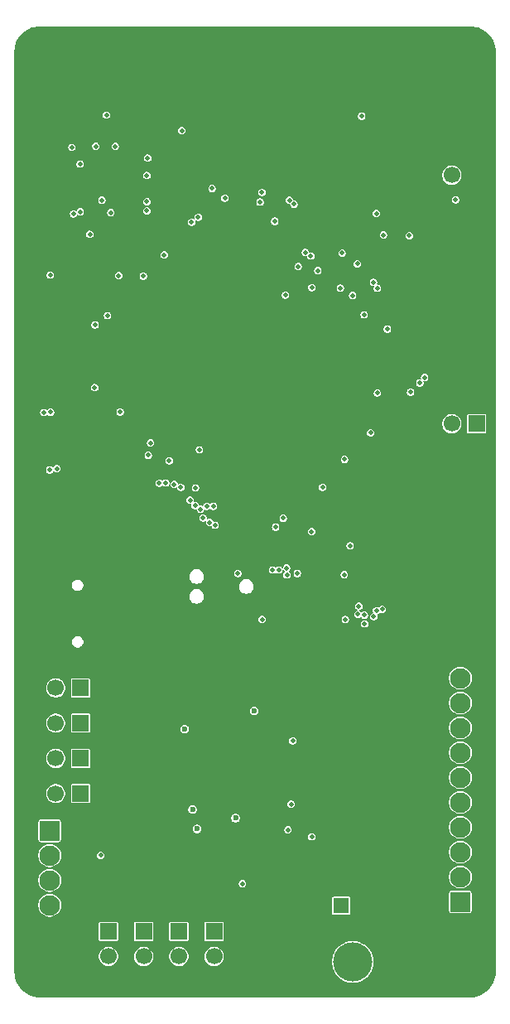
<source format=gbr>
%TF.GenerationSoftware,KiCad,Pcbnew,9.0.1*%
%TF.CreationDate,2025-05-12T23:36:45-04:00*%
%TF.ProjectId,CRVFCU,43525646-4355-42e6-9b69-6361645f7063,rev?*%
%TF.SameCoordinates,Original*%
%TF.FileFunction,Copper,L2,Inr*%
%TF.FilePolarity,Positive*%
%FSLAX46Y46*%
G04 Gerber Fmt 4.6, Leading zero omitted, Abs format (unit mm)*
G04 Created by KiCad (PCBNEW 9.0.1) date 2025-05-12 23:36:45*
%MOMM*%
%LPD*%
G01*
G04 APERTURE LIST*
G04 Aperture macros list*
%AMRoundRect*
0 Rectangle with rounded corners*
0 $1 Rounding radius*
0 $2 $3 $4 $5 $6 $7 $8 $9 X,Y pos of 4 corners*
0 Add a 4 corners polygon primitive as box body*
4,1,4,$2,$3,$4,$5,$6,$7,$8,$9,$2,$3,0*
0 Add four circle primitives for the rounded corners*
1,1,$1+$1,$2,$3*
1,1,$1+$1,$4,$5*
1,1,$1+$1,$6,$7*
1,1,$1+$1,$8,$9*
0 Add four rect primitives between the rounded corners*
20,1,$1+$1,$2,$3,$4,$5,0*
20,1,$1+$1,$4,$5,$6,$7,0*
20,1,$1+$1,$6,$7,$8,$9,0*
20,1,$1+$1,$8,$9,$2,$3,0*%
G04 Aperture macros list end*
%TA.AperFunction,ComponentPad*%
%ADD10R,1.700000X1.700000*%
%TD*%
%TA.AperFunction,ComponentPad*%
%ADD11C,1.700000*%
%TD*%
%TA.AperFunction,ComponentPad*%
%ADD12C,6.400000*%
%TD*%
%TA.AperFunction,ComponentPad*%
%ADD13RoundRect,0.760000X-1.140000X-1.140000X1.140000X-1.140000X1.140000X1.140000X-1.140000X1.140000X0*%
%TD*%
%TA.AperFunction,ComponentPad*%
%ADD14C,4.000000*%
%TD*%
%TA.AperFunction,ComponentPad*%
%ADD15RoundRect,0.250001X0.799999X-0.799999X0.799999X0.799999X-0.799999X0.799999X-0.799999X-0.799999X0*%
%TD*%
%TA.AperFunction,ComponentPad*%
%ADD16C,2.100000*%
%TD*%
%TA.AperFunction,ComponentPad*%
%ADD17RoundRect,0.250001X-0.799999X0.799999X-0.799999X-0.799999X0.799999X-0.799999X0.799999X0.799999X0*%
%TD*%
%TA.AperFunction,ComponentPad*%
%ADD18R,1.600000X1.600000*%
%TD*%
%TA.AperFunction,ComponentPad*%
%ADD19C,1.600000*%
%TD*%
%TA.AperFunction,HeatsinkPad*%
%ADD20O,2.100000X1.000000*%
%TD*%
%TA.AperFunction,HeatsinkPad*%
%ADD21O,1.800000X1.000000*%
%TD*%
%TA.AperFunction,ViaPad*%
%ADD22C,0.460000*%
%TD*%
%TA.AperFunction,ViaPad*%
%ADD23C,0.600000*%
%TD*%
G04 APERTURE END LIST*
D10*
%TO.N,/SRVO_7*%
%TO.C,PWM7*%
X60799999Y-112900000D03*
D11*
%TO.N,+8V4*%
X60799999Y-115440000D03*
%TO.N,GND*%
X60799999Y-117980000D03*
%TD*%
D12*
%TO.N,GND*%
%TO.C,H2*%
X86000000Y-24000000D03*
%TD*%
D13*
%TO.N,GND*%
%TO.C,BATT1*%
X70000000Y-116000000D03*
D14*
%TO.N,VBAT*%
X75000000Y-116000000D03*
%TD*%
D15*
%TO.N,VBAT*%
%TO.C,PYRO_TERM1*%
X86000000Y-109860000D03*
D16*
%TO.N,/VPYRO*%
X86000000Y-107320000D03*
X86000000Y-104780000D03*
%TO.N,/PYO0*%
X86000000Y-102240000D03*
%TO.N,/PYO1*%
X86000000Y-99700000D03*
%TO.N,/VPYRO*%
X86000000Y-97160000D03*
X86000000Y-94620000D03*
%TO.N,/PYO2*%
X86000000Y-92080000D03*
%TO.N,/PYO3*%
X86000000Y-89540000D03*
%TO.N,/VPYRO*%
X86000000Y-87000000D03*
%TD*%
D10*
%TO.N,/SRVO_2*%
%TO.C,PWM2*%
X47140000Y-95200000D03*
D11*
%TO.N,+8V4*%
X44600000Y-95200000D03*
%TO.N,GND*%
X42060000Y-95200000D03*
%TD*%
D10*
%TO.N,/SRVO_4*%
%TO.C,PWM4*%
X50000000Y-112900000D03*
D11*
%TO.N,+8V4*%
X50000000Y-115440000D03*
%TO.N,GND*%
X50000000Y-117980000D03*
%TD*%
D10*
%TO.N,/SRVO_6*%
%TO.C,PWM6*%
X57200000Y-112900000D03*
D11*
%TO.N,+8V4*%
X57200000Y-115440000D03*
%TO.N,GND*%
X57200000Y-117980000D03*
%TD*%
D12*
%TO.N,GND*%
%TO.C,H4*%
X86000000Y-116000000D03*
%TD*%
D10*
%TO.N,/SRVO_5*%
%TO.C,PWM5*%
X53600001Y-112900000D03*
D11*
%TO.N,+8V4*%
X53600001Y-115440000D03*
%TO.N,GND*%
X53600001Y-117980000D03*
%TD*%
D10*
%TO.N,+3V3*%
%TO.C,J5*%
X87650000Y-61000000D03*
D11*
%TO.N,Net-(J5-Pin_2)*%
X85110000Y-61000000D03*
%TD*%
D10*
%TO.N,/SRVO_3*%
%TO.C,PWM3*%
X47140000Y-98800000D03*
D11*
%TO.N,+8V4*%
X44600000Y-98800000D03*
%TO.N,GND*%
X42060000Y-98800000D03*
%TD*%
D10*
%TO.N,GND*%
%TO.C,J2*%
X87650000Y-35600000D03*
D11*
%TO.N,/RESET*%
X85110000Y-35600000D03*
%TD*%
D10*
%TO.N,/SRVO_0*%
%TO.C,PWM0*%
X47140000Y-88000001D03*
D11*
%TO.N,+8V4*%
X44600000Y-88000001D03*
%TO.N,GND*%
X42060000Y-88000001D03*
%TD*%
D10*
%TO.N,/SRVO_1*%
%TO.C,PWM1*%
X47140000Y-91600000D03*
D11*
%TO.N,+8V4*%
X44600000Y-91600000D03*
%TO.N,GND*%
X42060000Y-91600000D03*
%TD*%
D17*
%TO.N,+3V3*%
%TO.C,ARM1*%
X44000000Y-102580000D03*
D16*
%TO.N,Net-(ARM1-Pin_2)*%
X44000000Y-105120000D03*
%TO.N,+8V4*%
X44000000Y-107660000D03*
%TO.N,VBAT*%
X44000000Y-110200000D03*
%TD*%
D12*
%TO.N,GND*%
%TO.C,H1*%
X44000000Y-116000000D03*
%TD*%
D18*
%TO.N,VBAT*%
%TO.C,C1*%
X73820000Y-110272651D03*
D19*
%TO.N,GND*%
X73820000Y-105272651D03*
%TD*%
D12*
%TO.N,GND*%
%TO.C,H3*%
X44000000Y-24000000D03*
%TD*%
D20*
%TO.N,GND*%
%TO.C,J3*%
X47355000Y-76080000D03*
D21*
X43175000Y-76080000D03*
D20*
X47355000Y-84720000D03*
D21*
X43175000Y-84720000D03*
%TD*%
D22*
%TO.N,GND*%
X55950000Y-74050000D03*
X57050000Y-77850000D03*
X81700000Y-65200000D03*
X71150000Y-40650000D03*
X78400000Y-47900000D03*
X78000000Y-47500000D03*
X76800000Y-45800000D03*
X77300000Y-45300000D03*
X78300000Y-44700000D03*
X77900000Y-45100000D03*
X80046447Y-49446447D03*
X80400000Y-49800000D03*
X80753553Y-50153553D03*
X81107107Y-50507107D03*
X83000000Y-49400000D03*
X82646446Y-49753554D03*
X82292893Y-50107107D03*
X81939340Y-50460660D03*
X81585786Y-50814214D03*
X81532234Y-47225129D03*
X81885788Y-47578683D03*
X82239341Y-47932236D03*
X82592894Y-48285789D03*
X80825127Y-46518022D03*
X81178681Y-46871576D03*
X80471574Y-46164469D03*
X78703807Y-44396702D03*
X79764467Y-45457362D03*
X80118021Y-45810916D03*
X79410914Y-45103809D03*
X79057360Y-44750255D03*
X82946448Y-48639343D03*
X83300000Y-48992895D03*
X73900000Y-42900000D03*
X72446447Y-41446447D03*
X72800000Y-41800000D03*
X73150000Y-42150000D03*
X73500000Y-42500000D03*
X74300000Y-42500000D03*
X71200000Y-40100000D03*
X70800000Y-39700000D03*
X70400000Y-39300000D03*
X70000000Y-38900000D03*
X74700000Y-42800000D03*
X75053554Y-42446446D03*
X76114214Y-41385786D03*
X75407107Y-42092893D03*
X75760660Y-41739340D03*
X76300000Y-40749747D03*
X70400000Y-38500000D03*
X70332233Y-37567767D03*
X70685786Y-37214214D03*
X71039340Y-36860660D03*
X71392893Y-36507107D03*
X71746447Y-36153553D03*
X76342641Y-40042641D03*
X76696193Y-40396193D03*
X72807107Y-36507107D03*
X73160660Y-36860660D03*
X73514214Y-37214214D03*
X73867767Y-37567767D03*
X72100000Y-35800000D03*
X72453553Y-36153553D03*
X74221320Y-37921320D03*
X74574874Y-38274874D03*
X74928427Y-38628427D03*
X75281981Y-38981981D03*
X75635534Y-39335534D03*
X75989087Y-39689087D03*
X70600000Y-72650000D03*
X58970000Y-37280000D03*
X66540000Y-104510000D03*
%TO.N,/SD_DAT2*%
X66780000Y-75940000D03*
%TO.N,GND*%
X55550000Y-64400000D03*
%TO.N,+3V3*%
X74970000Y-47890000D03*
%TO.N,Net-(5V_PWR1-K)*%
X68670000Y-99880000D03*
%TO.N,Net-(3V3_PWR1-K)*%
X68350000Y-102500000D03*
%TO.N,GND*%
X42740000Y-82610000D03*
X41790000Y-103310000D03*
X49100000Y-91500000D03*
X79550000Y-61800000D03*
X49450000Y-89060000D03*
X46000000Y-71000000D03*
X71770000Y-69850000D03*
X68500000Y-70150000D03*
X42250000Y-70300000D03*
X67550000Y-42410000D03*
X72800000Y-69450000D03*
X42800000Y-60480000D03*
X77850000Y-93100000D03*
X80500000Y-85500000D03*
X48900000Y-24700000D03*
X52200000Y-111400000D03*
X88000000Y-76800000D03*
X54600000Y-63500000D03*
X74400000Y-78700000D03*
X61000000Y-25500000D03*
X65000000Y-68000000D03*
X77950000Y-65650000D03*
X87116077Y-31673542D03*
X54000000Y-45400000D03*
X74690000Y-44060000D03*
X83089966Y-42349658D03*
X54965859Y-83003832D03*
X78600000Y-67250000D03*
X44000000Y-73600000D03*
X41800000Y-47420000D03*
X62040000Y-80470000D03*
X49300000Y-50150000D03*
X73500000Y-32000000D03*
X53500000Y-41900000D03*
X66500000Y-54000000D03*
X44000000Y-29500000D03*
X62650330Y-56342815D03*
X52470578Y-98775887D03*
X65000000Y-28050000D03*
X47000000Y-71100000D03*
X62900000Y-68200000D03*
X88300000Y-57300000D03*
X59500000Y-79500000D03*
X50200000Y-47500000D03*
X72800000Y-46200000D03*
X71400000Y-100000000D03*
X42800000Y-54000000D03*
X53200000Y-100400000D03*
X49060000Y-57750000D03*
X46460000Y-70110000D03*
X65300000Y-36100000D03*
X84100000Y-82700000D03*
X44450000Y-62130000D03*
X89000000Y-99900000D03*
X69900000Y-87000000D03*
X55300000Y-107200000D03*
X53200000Y-62050000D03*
X88900000Y-88950000D03*
X50901806Y-89751664D03*
X45500000Y-52000000D03*
X79000000Y-96000000D03*
X51580000Y-60280000D03*
X49300000Y-41550000D03*
X78000000Y-24400000D03*
X84900000Y-58700000D03*
X73500000Y-65150000D03*
X88150000Y-49300000D03*
X78500000Y-60250000D03*
X81450000Y-26550000D03*
X71100000Y-32900000D03*
X84400000Y-67500000D03*
X88850000Y-66750000D03*
X44100000Y-59180000D03*
X78200000Y-36800000D03*
X70000000Y-59000000D03*
X64000000Y-114000000D03*
X57300000Y-98800000D03*
X80238155Y-39080400D03*
X80100000Y-29900000D03*
X51000000Y-81000000D03*
X80900000Y-118200000D03*
X84500000Y-52000000D03*
X86000000Y-82000000D03*
X81090000Y-75950000D03*
X60100000Y-87900000D03*
X43350000Y-37450000D03*
X80499607Y-33707957D03*
X71300000Y-96100000D03*
X45592943Y-55513532D03*
X88800000Y-37650000D03*
X69100000Y-50400000D03*
X41710000Y-109400000D03*
X48500000Y-73800000D03*
X75600000Y-22500000D03*
X74450000Y-65650000D03*
X72780000Y-67600000D03*
X47500000Y-113000000D03*
X48440000Y-100970000D03*
X42869128Y-78452055D03*
X64000000Y-43800000D03*
X76800000Y-50650000D03*
X50500000Y-42200000D03*
X82720000Y-80080000D03*
X68300000Y-43500000D03*
X66000000Y-118200000D03*
X48600000Y-36300000D03*
X52390000Y-102210000D03*
X60708089Y-86308085D03*
X57670219Y-82834820D03*
X53400000Y-98200000D03*
X75500000Y-99100000D03*
X46800000Y-57500000D03*
X53500000Y-68500000D03*
X75510000Y-49560000D03*
X50100001Y-49150000D03*
X75350000Y-66200000D03*
X88250000Y-58650000D03*
X58700000Y-111400000D03*
X68050000Y-41020000D03*
X53500000Y-37000000D03*
X45600000Y-67050000D03*
X70200000Y-91300000D03*
X53000000Y-73000000D03*
X56500000Y-52500000D03*
X51000000Y-76000000D03*
X77250000Y-30100000D03*
X57920000Y-36860000D03*
X52000000Y-86500000D03*
X85100000Y-28000000D03*
X47070000Y-70080000D03*
X49400000Y-32550000D03*
X71370000Y-48530000D03*
X75300000Y-101000000D03*
X60000000Y-60500000D03*
X46600000Y-38000000D03*
X56700000Y-88100000D03*
X41900000Y-45460000D03*
X72440000Y-48910000D03*
X74210000Y-71840000D03*
X66500000Y-73000000D03*
X49130000Y-96080000D03*
X60000000Y-108300000D03*
X66260000Y-42830000D03*
X89000000Y-108150000D03*
X82900000Y-55549999D03*
X54437272Y-24253725D03*
X50200000Y-40050000D03*
X46860000Y-28010000D03*
X47600000Y-62950000D03*
X51410000Y-78460000D03*
X80510000Y-106050000D03*
X81000000Y-115500000D03*
X50500000Y-62000000D03*
X70600000Y-69250000D03*
X81298521Y-57286853D03*
X63686586Y-84032157D03*
X67350000Y-106400000D03*
X76600000Y-62520000D03*
X60300000Y-98900000D03*
X54100000Y-56100000D03*
X84500000Y-37000000D03*
X58278553Y-66878553D03*
X51500000Y-38500000D03*
X54600000Y-85800000D03*
X76793760Y-53043945D03*
X56300000Y-43200000D03*
X72000000Y-79100000D03*
X69450000Y-79060000D03*
X53500000Y-105800000D03*
X75540000Y-43770000D03*
X81200000Y-59800000D03*
X71930000Y-73990000D03*
X71120000Y-21840000D03*
X77500000Y-85500000D03*
X67350000Y-63800000D03*
X60750000Y-47300000D03*
X77700000Y-103350000D03*
X42220000Y-68560000D03*
X71010000Y-73930000D03*
X62220000Y-37430000D03*
X69250000Y-36670000D03*
X85100000Y-74300000D03*
X71850000Y-88750000D03*
%TO.N,+3V3*%
X78530000Y-51310000D03*
X73900000Y-43550000D03*
X44730000Y-65580000D03*
X65500000Y-38350000D03*
X53925000Y-35625000D03*
X69310000Y-76290000D03*
X70800000Y-103200000D03*
X50240329Y-39421230D03*
X70780000Y-72010000D03*
X82340000Y-56260000D03*
X69410928Y-44935771D03*
X50700000Y-32650000D03*
X76150000Y-49860000D03*
X49330000Y-38150000D03*
X56220000Y-64770000D03*
D23*
X58600000Y-100400000D03*
D22*
X43380000Y-59840000D03*
X51190000Y-59790000D03*
X67870000Y-70640000D03*
X44080000Y-59810000D03*
X65720000Y-81000000D03*
X74120000Y-76420000D03*
D23*
X59045000Y-102395000D03*
D22*
X55700000Y-43750000D03*
X49900000Y-49950000D03*
X63700000Y-108000000D03*
X53930000Y-38300000D03*
X48640000Y-50890000D03*
X51050000Y-45850000D03*
X58900000Y-67550000D03*
X63220000Y-76300000D03*
D23*
X63000000Y-101300000D03*
D22*
X46430000Y-39550000D03*
X53560000Y-45900000D03*
X65699999Y-37350000D03*
X57500000Y-31050000D03*
X48600000Y-57300000D03*
X61900001Y-37950000D03*
X74140000Y-64630000D03*
X75900000Y-29550000D03*
X76800000Y-61930000D03*
X73710928Y-47135771D03*
X44050000Y-45800000D03*
X60740000Y-69430000D03*
X48700000Y-32640000D03*
D23*
%TO.N,+5V*%
X57800000Y-92200000D03*
D22*
X77400000Y-39500000D03*
D23*
X64900000Y-90350000D03*
D22*
X85500000Y-38100000D03*
%TO.N,+8V4*%
X43989336Y-65704266D03*
%TO.N,/VDDSMPS*%
X77100000Y-46550000D03*
%TO.N,/VLXSMPS*%
X77500000Y-47150000D03*
%TO.N,Net-(C13-Pad1)*%
X80900000Y-57750000D03*
%TO.N,/VDD12DSI*%
X54300001Y-62950000D03*
%TO.N,/VDDA*%
X68500000Y-38150000D03*
%TO.N,Net-(U3-C1)*%
X48110000Y-41640000D03*
%TO.N,Net-(LED1-K)*%
X80775000Y-41775000D03*
%TO.N,Net-(NEOPIX1-DIN)*%
X78130000Y-41700000D03*
%TO.N,/VREF*%
X68980000Y-38550000D03*
X67010000Y-40300000D03*
%TO.N,Net-(U2-PDR_ON)*%
X81835878Y-56814122D03*
%TO.N,Net-(J5-Pin_2)*%
X77499999Y-57850000D03*
%TO.N,/SRV_OE*%
X60910000Y-71370000D03*
%TO.N,/PYR1*%
X75510000Y-80470000D03*
%TO.N,/PYC1*%
X76180000Y-80550000D03*
%TO.N,/PYR0*%
X75600000Y-79650000D03*
%TO.N,/IMU_CS*%
X59169310Y-39895287D03*
X49800000Y-29450000D03*
%TO.N,/ALT_CS*%
X53925000Y-39225000D03*
%TO.N,/MAG_CS*%
X58500000Y-40400000D03*
X47120000Y-39330000D03*
%TO.N,/FLASH_CS*%
X59300000Y-63650000D03*
%TO.N,/PYC0*%
X74220000Y-81000000D03*
%TO.N,/PYR3*%
X77403783Y-80114231D03*
%TO.N,/PYC3*%
X77995000Y-79960000D03*
%TO.N,/PYR2*%
X77130000Y-80710000D03*
%TO.N,/PYC2*%
X76191663Y-81440000D03*
%TO.N,/BUZZ*%
X74717472Y-73475739D03*
X68850000Y-93400000D03*
%TO.N,/ARM*%
X54070000Y-64210000D03*
%TO.N,/SCK*%
X46250000Y-32750000D03*
X47100000Y-34450000D03*
%TO.N,/SD_DAT0*%
X59410000Y-69730000D03*
%TO.N,/QSPI_IO1*%
X70700000Y-43850000D03*
%TO.N,/SRVI_2*%
X58850000Y-69350000D03*
%TO.N,/SD_CMD*%
X68250000Y-76450000D03*
%TO.N,/SD_DET*%
X71900000Y-67500000D03*
%TO.N,/SRVI_0*%
X60350000Y-71090000D03*
%TO.N,/SRVI_6*%
X55861988Y-67045505D03*
%TO.N,/SRVI_1*%
X59670000Y-70620000D03*
%TO.N,/SRVI_7*%
X55200000Y-67075000D03*
%TO.N,/QSPI_IO3*%
X71412579Y-45337421D03*
%TO.N,/SD_CLK*%
X68224855Y-75737572D03*
%TO.N,/NEOPIX*%
X75450000Y-44650000D03*
%TO.N,/QSPI_CLK*%
X70130000Y-43480000D03*
%TO.N,/SRVI_3*%
X58350000Y-68790000D03*
%TO.N,/SRVI_5*%
X56714420Y-67200000D03*
%TO.N,/SRVI_4*%
X57400000Y-67500000D03*
%TO.N,/IMU_INT*%
X60600000Y-36950000D03*
X54020000Y-33850000D03*
%TO.N,/QSPI_IO2*%
X70800000Y-47085771D03*
%TO.N,/SD_DAT3*%
X67430000Y-75940000D03*
%TO.N,/QSPI_IO0*%
X68095000Y-47855000D03*
%TO.N,Net-(ARM1-Pin_2)*%
X49200000Y-105100000D03*
%TO.N,Net-(C14-Pad1)*%
X67100000Y-71550000D03*
%TO.N,/SD_DAT1*%
X60060000Y-69440000D03*
%TD*%
%TA.AperFunction,Conductor*%
%TO.N,GND*%
G36*
X87001228Y-20381568D02*
G01*
X87290727Y-20397827D01*
X87295609Y-20398377D01*
X87580250Y-20446739D01*
X87585029Y-20447830D01*
X87862467Y-20527758D01*
X87867104Y-20529380D01*
X88051203Y-20605637D01*
X88133841Y-20639867D01*
X88138287Y-20642008D01*
X88390966Y-20781659D01*
X88395143Y-20784284D01*
X88630594Y-20951345D01*
X88634452Y-20954422D01*
X88849716Y-21146794D01*
X88853205Y-21150283D01*
X89045577Y-21365547D01*
X89048654Y-21369405D01*
X89215715Y-21604856D01*
X89218340Y-21609033D01*
X89357991Y-21861712D01*
X89360132Y-21866158D01*
X89470615Y-22132885D01*
X89472244Y-22137542D01*
X89552165Y-22414954D01*
X89553262Y-22419763D01*
X89567755Y-22505066D01*
X89601620Y-22704380D01*
X89602173Y-22709283D01*
X89618431Y-22998771D01*
X89618500Y-23001238D01*
X89618500Y-116998761D01*
X89618431Y-117001228D01*
X89602173Y-117290716D01*
X89601620Y-117295619D01*
X89553263Y-117580234D01*
X89552165Y-117585045D01*
X89472244Y-117862457D01*
X89470615Y-117867114D01*
X89360132Y-118133841D01*
X89357991Y-118138287D01*
X89218340Y-118390966D01*
X89215715Y-118395143D01*
X89048654Y-118630594D01*
X89045577Y-118634452D01*
X88853205Y-118849716D01*
X88849716Y-118853205D01*
X88634452Y-119045577D01*
X88630594Y-119048654D01*
X88395143Y-119215715D01*
X88390966Y-119218340D01*
X88138287Y-119357991D01*
X88133841Y-119360132D01*
X87867114Y-119470615D01*
X87862457Y-119472244D01*
X87585045Y-119552165D01*
X87580234Y-119553263D01*
X87295619Y-119601620D01*
X87290716Y-119602173D01*
X87001229Y-119618431D01*
X86998762Y-119618500D01*
X43001238Y-119618500D01*
X42998771Y-119618431D01*
X42709283Y-119602173D01*
X42704380Y-119601620D01*
X42505066Y-119567755D01*
X42419763Y-119553262D01*
X42414957Y-119552165D01*
X42137542Y-119472244D01*
X42132885Y-119470615D01*
X41866158Y-119360132D01*
X41861712Y-119357991D01*
X41609033Y-119218340D01*
X41604856Y-119215715D01*
X41369405Y-119048654D01*
X41365547Y-119045577D01*
X41150283Y-118853205D01*
X41146794Y-118849716D01*
X40954422Y-118634452D01*
X40951345Y-118630594D01*
X40784284Y-118395143D01*
X40781659Y-118390966D01*
X40642008Y-118138287D01*
X40639867Y-118133841D01*
X40622162Y-118091097D01*
X40529380Y-117867104D01*
X40527758Y-117862467D01*
X40447830Y-117585029D01*
X40446739Y-117580250D01*
X40398377Y-117295609D01*
X40397827Y-117290727D01*
X40381569Y-117001228D01*
X40381500Y-116998761D01*
X40381500Y-115343725D01*
X49022500Y-115343725D01*
X49022500Y-115536275D01*
X49060064Y-115725126D01*
X49116160Y-115860555D01*
X49133752Y-115903024D01*
X49240005Y-116062042D01*
X49240726Y-116063120D01*
X49376880Y-116199274D01*
X49456391Y-116252401D01*
X49536975Y-116306247D01*
X49536976Y-116306247D01*
X49536980Y-116306250D01*
X49714874Y-116379936D01*
X49903725Y-116417500D01*
X49903728Y-116417500D01*
X50096271Y-116417500D01*
X50096275Y-116417500D01*
X50285126Y-116379936D01*
X50463020Y-116306250D01*
X50623120Y-116199274D01*
X50759274Y-116063120D01*
X50866250Y-115903020D01*
X50939936Y-115725126D01*
X50977500Y-115536275D01*
X50977500Y-115343725D01*
X52622501Y-115343725D01*
X52622501Y-115536275D01*
X52660065Y-115725126D01*
X52716161Y-115860555D01*
X52733753Y-115903024D01*
X52840006Y-116062042D01*
X52840727Y-116063120D01*
X52976881Y-116199274D01*
X53056392Y-116252401D01*
X53136976Y-116306247D01*
X53136977Y-116306247D01*
X53136981Y-116306250D01*
X53314875Y-116379936D01*
X53503726Y-116417500D01*
X53503729Y-116417500D01*
X53696272Y-116417500D01*
X53696276Y-116417500D01*
X53885127Y-116379936D01*
X54063021Y-116306250D01*
X54223121Y-116199274D01*
X54359275Y-116063120D01*
X54466251Y-115903020D01*
X54539937Y-115725126D01*
X54577501Y-115536275D01*
X54577501Y-115343725D01*
X56222500Y-115343725D01*
X56222500Y-115536275D01*
X56260064Y-115725126D01*
X56316160Y-115860555D01*
X56333752Y-115903024D01*
X56440005Y-116062042D01*
X56440726Y-116063120D01*
X56576880Y-116199274D01*
X56656391Y-116252401D01*
X56736975Y-116306247D01*
X56736976Y-116306247D01*
X56736980Y-116306250D01*
X56914874Y-116379936D01*
X57103725Y-116417500D01*
X57103728Y-116417500D01*
X57296271Y-116417500D01*
X57296275Y-116417500D01*
X57485126Y-116379936D01*
X57663020Y-116306250D01*
X57823120Y-116199274D01*
X57959274Y-116063120D01*
X58066250Y-115903020D01*
X58139936Y-115725126D01*
X58177500Y-115536275D01*
X58177500Y-115343725D01*
X59822499Y-115343725D01*
X59822499Y-115536275D01*
X59860063Y-115725126D01*
X59916159Y-115860555D01*
X59933751Y-115903024D01*
X60040004Y-116062042D01*
X60040725Y-116063120D01*
X60176879Y-116199274D01*
X60256390Y-116252401D01*
X60336974Y-116306247D01*
X60336975Y-116306247D01*
X60336979Y-116306250D01*
X60514873Y-116379936D01*
X60703724Y-116417500D01*
X60703727Y-116417500D01*
X60896270Y-116417500D01*
X60896274Y-116417500D01*
X61085125Y-116379936D01*
X61263019Y-116306250D01*
X61423119Y-116199274D01*
X61559273Y-116063120D01*
X61666249Y-115903020D01*
X61683839Y-115860555D01*
X72872500Y-115860555D01*
X72872500Y-116139444D01*
X72908902Y-116415947D01*
X72981083Y-116685329D01*
X73087811Y-116942992D01*
X73120725Y-117000000D01*
X73227253Y-117184512D01*
X73397029Y-117405768D01*
X73594232Y-117602971D01*
X73815488Y-117772747D01*
X74057012Y-117912191D01*
X74314670Y-118018917D01*
X74584055Y-118091098D01*
X74860556Y-118127500D01*
X75139444Y-118127500D01*
X75415945Y-118091098D01*
X75685330Y-118018917D01*
X75942988Y-117912191D01*
X76184512Y-117772747D01*
X76405768Y-117602971D01*
X76602971Y-117405768D01*
X76772747Y-117184512D01*
X76912191Y-116942988D01*
X77018917Y-116685330D01*
X77091098Y-116415945D01*
X77127500Y-116139444D01*
X77127500Y-115860556D01*
X77091098Y-115584055D01*
X77018917Y-115314670D01*
X76912191Y-115057012D01*
X76772747Y-114815488D01*
X76602971Y-114594232D01*
X76405768Y-114397029D01*
X76184512Y-114227253D01*
X76104004Y-114180771D01*
X75942992Y-114087811D01*
X75942990Y-114087810D01*
X75942988Y-114087809D01*
X75685330Y-113981083D01*
X75595535Y-113957022D01*
X75415947Y-113908902D01*
X75139444Y-113872500D01*
X74860556Y-113872500D01*
X74584052Y-113908902D01*
X74314670Y-113981083D01*
X74057007Y-114087811D01*
X73815489Y-114227252D01*
X73594236Y-114397025D01*
X73397025Y-114594236D01*
X73227252Y-114815489D01*
X73087811Y-115057007D01*
X72981083Y-115314670D01*
X72908902Y-115584052D01*
X72872500Y-115860555D01*
X61683839Y-115860555D01*
X61739935Y-115725126D01*
X61777499Y-115536275D01*
X61777499Y-115343725D01*
X61739935Y-115154874D01*
X61666249Y-114976980D01*
X61559273Y-114816880D01*
X61423119Y-114680726D01*
X61422041Y-114680005D01*
X61263023Y-114573752D01*
X61263020Y-114573750D01*
X61263019Y-114573750D01*
X61085125Y-114500064D01*
X60896274Y-114462500D01*
X60703724Y-114462500D01*
X60562085Y-114490673D01*
X60514872Y-114500064D01*
X60336974Y-114573752D01*
X60176881Y-114680724D01*
X60040723Y-114816882D01*
X59933751Y-114976975D01*
X59900599Y-115057012D01*
X59860063Y-115154874D01*
X59822499Y-115343725D01*
X58177500Y-115343725D01*
X58139936Y-115154874D01*
X58066250Y-114976980D01*
X57959274Y-114816880D01*
X57823120Y-114680726D01*
X57822042Y-114680005D01*
X57663024Y-114573752D01*
X57663021Y-114573750D01*
X57663020Y-114573750D01*
X57485126Y-114500064D01*
X57296275Y-114462500D01*
X57103725Y-114462500D01*
X56962086Y-114490673D01*
X56914873Y-114500064D01*
X56736975Y-114573752D01*
X56576882Y-114680724D01*
X56440724Y-114816882D01*
X56333752Y-114976975D01*
X56300600Y-115057012D01*
X56260064Y-115154874D01*
X56222500Y-115343725D01*
X54577501Y-115343725D01*
X54539937Y-115154874D01*
X54466251Y-114976980D01*
X54359275Y-114816880D01*
X54223121Y-114680726D01*
X54222043Y-114680005D01*
X54063025Y-114573752D01*
X54063022Y-114573750D01*
X54063021Y-114573750D01*
X53885127Y-114500064D01*
X53696276Y-114462500D01*
X53503726Y-114462500D01*
X53362087Y-114490673D01*
X53314874Y-114500064D01*
X53136976Y-114573752D01*
X52976883Y-114680724D01*
X52840725Y-114816882D01*
X52733753Y-114976975D01*
X52700601Y-115057012D01*
X52660065Y-115154874D01*
X52622501Y-115343725D01*
X50977500Y-115343725D01*
X50939936Y-115154874D01*
X50866250Y-114976980D01*
X50759274Y-114816880D01*
X50623120Y-114680726D01*
X50622042Y-114680005D01*
X50463024Y-114573752D01*
X50463021Y-114573750D01*
X50463020Y-114573750D01*
X50285126Y-114500064D01*
X50096275Y-114462500D01*
X49903725Y-114462500D01*
X49762086Y-114490673D01*
X49714873Y-114500064D01*
X49536975Y-114573752D01*
X49376882Y-114680724D01*
X49240724Y-114816882D01*
X49133752Y-114976975D01*
X49100600Y-115057012D01*
X49060064Y-115154874D01*
X49022500Y-115343725D01*
X40381500Y-115343725D01*
X40381500Y-112037442D01*
X49022500Y-112037442D01*
X49022500Y-113762558D01*
X49029898Y-113799748D01*
X49058078Y-113841922D01*
X49100252Y-113870102D01*
X49137442Y-113877500D01*
X49137446Y-113877500D01*
X50862554Y-113877500D01*
X50862558Y-113877500D01*
X50899748Y-113870102D01*
X50941922Y-113841922D01*
X50970102Y-113799748D01*
X50977500Y-113762558D01*
X50977500Y-112037442D01*
X52622501Y-112037442D01*
X52622501Y-113762558D01*
X52629899Y-113799748D01*
X52658079Y-113841922D01*
X52700253Y-113870102D01*
X52737443Y-113877500D01*
X52737447Y-113877500D01*
X54462555Y-113877500D01*
X54462559Y-113877500D01*
X54499749Y-113870102D01*
X54541923Y-113841922D01*
X54570103Y-113799748D01*
X54577501Y-113762558D01*
X54577501Y-112037442D01*
X56222500Y-112037442D01*
X56222500Y-113762558D01*
X56229898Y-113799748D01*
X56258078Y-113841922D01*
X56300252Y-113870102D01*
X56337442Y-113877500D01*
X56337446Y-113877500D01*
X58062554Y-113877500D01*
X58062558Y-113877500D01*
X58099748Y-113870102D01*
X58141922Y-113841922D01*
X58170102Y-113799748D01*
X58177500Y-113762558D01*
X58177500Y-112037442D01*
X59822499Y-112037442D01*
X59822499Y-113762558D01*
X59829897Y-113799748D01*
X59858077Y-113841922D01*
X59900251Y-113870102D01*
X59937441Y-113877500D01*
X59937445Y-113877500D01*
X61662553Y-113877500D01*
X61662557Y-113877500D01*
X61699747Y-113870102D01*
X61741921Y-113841922D01*
X61770101Y-113799748D01*
X61777499Y-113762558D01*
X61777499Y-112037442D01*
X61770101Y-112000252D01*
X61741921Y-111958078D01*
X61699747Y-111929898D01*
X61662557Y-111922500D01*
X59937441Y-111922500D01*
X59900251Y-111929898D01*
X59858077Y-111958078D01*
X59829897Y-112000252D01*
X59822499Y-112037442D01*
X58177500Y-112037442D01*
X58170102Y-112000252D01*
X58141922Y-111958078D01*
X58099748Y-111929898D01*
X58062558Y-111922500D01*
X56337442Y-111922500D01*
X56300252Y-111929898D01*
X56258078Y-111958078D01*
X56229898Y-112000252D01*
X56222500Y-112037442D01*
X54577501Y-112037442D01*
X54570103Y-112000252D01*
X54541923Y-111958078D01*
X54499749Y-111929898D01*
X54462559Y-111922500D01*
X52737443Y-111922500D01*
X52700253Y-111929898D01*
X52658079Y-111958078D01*
X52629899Y-112000252D01*
X52622501Y-112037442D01*
X50977500Y-112037442D01*
X50970102Y-112000252D01*
X50941922Y-111958078D01*
X50899748Y-111929898D01*
X50862558Y-111922500D01*
X49137442Y-111922500D01*
X49100252Y-111929898D01*
X49058078Y-111958078D01*
X49029898Y-112000252D01*
X49022500Y-112037442D01*
X40381500Y-112037442D01*
X40381500Y-110107331D01*
X42822500Y-110107331D01*
X42822500Y-110292668D01*
X42822501Y-110292681D01*
X42851492Y-110475725D01*
X42851496Y-110475741D01*
X42908765Y-110651995D01*
X42908769Y-110652006D01*
X42992913Y-110817146D01*
X43101848Y-110967084D01*
X43101850Y-110967086D01*
X43101853Y-110967090D01*
X43232910Y-111098147D01*
X43232913Y-111098149D01*
X43232915Y-111098151D01*
X43363124Y-111192752D01*
X43382856Y-111207088D01*
X43547997Y-111291232D01*
X43640378Y-111321248D01*
X43724258Y-111348503D01*
X43724261Y-111348503D01*
X43724268Y-111348506D01*
X43907329Y-111377500D01*
X43907332Y-111377500D01*
X44092668Y-111377500D01*
X44092671Y-111377500D01*
X44275732Y-111348506D01*
X44452003Y-111291232D01*
X44617144Y-111207088D01*
X44767090Y-111098147D01*
X44898147Y-110967090D01*
X45007088Y-110817144D01*
X45091232Y-110652003D01*
X45148506Y-110475732D01*
X45177500Y-110292671D01*
X45177500Y-110107329D01*
X45148506Y-109924268D01*
X45091232Y-109747997D01*
X45007088Y-109582856D01*
X44917896Y-109460093D01*
X72892500Y-109460093D01*
X72892500Y-111085209D01*
X72899898Y-111122399D01*
X72928078Y-111164573D01*
X72970252Y-111192753D01*
X73007442Y-111200151D01*
X73007446Y-111200151D01*
X74632554Y-111200151D01*
X74632558Y-111200151D01*
X74669748Y-111192753D01*
X74711922Y-111164573D01*
X74740102Y-111122399D01*
X74747500Y-111085209D01*
X74747500Y-109460093D01*
X74740102Y-109422903D01*
X74711922Y-109380729D01*
X74669748Y-109352549D01*
X74632558Y-109345151D01*
X73007442Y-109345151D01*
X72970252Y-109352549D01*
X72928078Y-109380729D01*
X72899898Y-109422903D01*
X72892500Y-109460093D01*
X44917896Y-109460093D01*
X44898147Y-109432910D01*
X44767090Y-109301853D01*
X44767086Y-109301850D01*
X44767084Y-109301848D01*
X44617146Y-109192913D01*
X44452006Y-109108769D01*
X44451995Y-109108765D01*
X44315541Y-109064428D01*
X44275741Y-109051496D01*
X44275725Y-109051492D01*
X44103219Y-109024170D01*
X84822500Y-109024170D01*
X84822500Y-110695829D01*
X84833190Y-110769201D01*
X84888523Y-110882388D01*
X84888524Y-110882389D01*
X84977611Y-110971476D01*
X85090797Y-111026809D01*
X85164171Y-111037499D01*
X85164172Y-111037500D01*
X85164174Y-111037500D01*
X86835828Y-111037500D01*
X86835828Y-111037499D01*
X86909203Y-111026809D01*
X87022389Y-110971476D01*
X87111476Y-110882389D01*
X87166809Y-110769203D01*
X87177500Y-110695826D01*
X87177500Y-109024174D01*
X87166809Y-108950797D01*
X87111476Y-108837611D01*
X87022389Y-108748524D01*
X87022388Y-108748523D01*
X86909201Y-108693190D01*
X86835829Y-108682500D01*
X86835826Y-108682500D01*
X85164174Y-108682500D01*
X85164170Y-108682500D01*
X85090798Y-108693190D01*
X84977611Y-108748523D01*
X84888523Y-108837611D01*
X84833190Y-108950798D01*
X84822500Y-109024170D01*
X44103219Y-109024170D01*
X44092681Y-109022501D01*
X44092673Y-109022500D01*
X44092671Y-109022500D01*
X43907329Y-109022500D01*
X43907326Y-109022500D01*
X43907318Y-109022501D01*
X43724274Y-109051492D01*
X43724258Y-109051496D01*
X43548004Y-109108765D01*
X43547993Y-109108769D01*
X43382853Y-109192913D01*
X43232915Y-109301848D01*
X43101848Y-109432915D01*
X42992913Y-109582853D01*
X42908769Y-109747993D01*
X42908765Y-109748004D01*
X42851496Y-109924258D01*
X42851492Y-109924274D01*
X42822501Y-110107318D01*
X42822500Y-110107331D01*
X40381500Y-110107331D01*
X40381500Y-107567331D01*
X42822500Y-107567331D01*
X42822500Y-107752668D01*
X42822501Y-107752681D01*
X42851492Y-107935725D01*
X42851496Y-107935741D01*
X42908765Y-108111995D01*
X42908769Y-108112006D01*
X42992913Y-108277146D01*
X43101848Y-108427084D01*
X43101850Y-108427086D01*
X43101853Y-108427090D01*
X43232910Y-108558147D01*
X43232913Y-108558149D01*
X43232915Y-108558151D01*
X43382853Y-108667086D01*
X43382856Y-108667088D01*
X43547997Y-108751232D01*
X43640378Y-108781248D01*
X43724258Y-108808503D01*
X43724261Y-108808503D01*
X43724268Y-108808506D01*
X43907329Y-108837500D01*
X43907332Y-108837500D01*
X44092668Y-108837500D01*
X44092671Y-108837500D01*
X44275732Y-108808506D01*
X44452003Y-108751232D01*
X44617144Y-108667088D01*
X44767090Y-108558147D01*
X44898147Y-108427090D01*
X45007088Y-108277144D01*
X45091232Y-108112003D01*
X45143944Y-107949775D01*
X63318500Y-107949775D01*
X63318500Y-108050225D01*
X63344499Y-108147254D01*
X63394724Y-108234247D01*
X63465753Y-108305276D01*
X63552746Y-108355501D01*
X63649775Y-108381500D01*
X63649777Y-108381500D01*
X63750223Y-108381500D01*
X63750225Y-108381500D01*
X63847254Y-108355501D01*
X63934247Y-108305276D01*
X64005276Y-108234247D01*
X64055501Y-108147254D01*
X64081500Y-108050225D01*
X64081500Y-107949775D01*
X64055501Y-107852746D01*
X64005276Y-107765753D01*
X63934247Y-107694724D01*
X63905249Y-107677982D01*
X63847258Y-107644501D01*
X63847255Y-107644500D01*
X63847254Y-107644499D01*
X63847252Y-107644498D01*
X63847251Y-107644498D01*
X63821253Y-107637532D01*
X63750225Y-107618500D01*
X63649775Y-107618500D01*
X63597779Y-107632432D01*
X63552748Y-107644498D01*
X63552741Y-107644501D01*
X63465754Y-107694723D01*
X63394723Y-107765754D01*
X63344501Y-107852741D01*
X63344499Y-107852746D01*
X63318500Y-107949775D01*
X45143944Y-107949775D01*
X45148047Y-107937146D01*
X45148506Y-107935733D01*
X45161650Y-107852741D01*
X45177500Y-107752671D01*
X45177500Y-107567329D01*
X45148506Y-107384268D01*
X45097514Y-107227331D01*
X84822500Y-107227331D01*
X84822500Y-107412668D01*
X84822501Y-107412681D01*
X84851492Y-107595725D01*
X84851496Y-107595741D01*
X84908765Y-107771995D01*
X84908769Y-107772006D01*
X84992913Y-107937146D01*
X85101848Y-108087084D01*
X85101850Y-108087086D01*
X85101853Y-108087090D01*
X85232910Y-108218147D01*
X85232913Y-108218149D01*
X85232915Y-108218151D01*
X85255067Y-108234245D01*
X85382856Y-108327088D01*
X85547997Y-108411232D01*
X85596803Y-108427090D01*
X85724258Y-108468503D01*
X85724261Y-108468503D01*
X85724268Y-108468506D01*
X85907329Y-108497500D01*
X85907332Y-108497500D01*
X86092668Y-108497500D01*
X86092671Y-108497500D01*
X86275732Y-108468506D01*
X86452003Y-108411232D01*
X86617144Y-108327088D01*
X86767090Y-108218147D01*
X86898147Y-108087090D01*
X87007088Y-107937144D01*
X87091232Y-107772003D01*
X87148506Y-107595732D01*
X87177500Y-107412671D01*
X87177500Y-107227329D01*
X87148506Y-107044268D01*
X87091232Y-106867997D01*
X87007088Y-106702856D01*
X86909669Y-106568769D01*
X86898151Y-106552915D01*
X86898149Y-106552913D01*
X86898147Y-106552910D01*
X86767090Y-106421853D01*
X86767086Y-106421850D01*
X86767084Y-106421848D01*
X86617146Y-106312913D01*
X86452006Y-106228769D01*
X86451995Y-106228765D01*
X86275741Y-106171496D01*
X86275725Y-106171492D01*
X86092681Y-106142501D01*
X86092673Y-106142500D01*
X86092671Y-106142500D01*
X85907329Y-106142500D01*
X85907326Y-106142500D01*
X85907318Y-106142501D01*
X85724274Y-106171492D01*
X85724258Y-106171496D01*
X85548004Y-106228765D01*
X85547993Y-106228769D01*
X85382853Y-106312913D01*
X85232915Y-106421848D01*
X85101848Y-106552915D01*
X84992913Y-106702853D01*
X84908769Y-106867993D01*
X84908765Y-106868004D01*
X84851496Y-107044258D01*
X84851492Y-107044274D01*
X84822501Y-107227318D01*
X84822500Y-107227331D01*
X45097514Y-107227331D01*
X45097513Y-107227329D01*
X45091234Y-107208004D01*
X45091232Y-107207997D01*
X45007088Y-107042856D01*
X44898147Y-106892910D01*
X44767090Y-106761853D01*
X44767086Y-106761850D01*
X44767084Y-106761848D01*
X44617146Y-106652913D01*
X44452006Y-106568769D01*
X44451995Y-106568765D01*
X44275741Y-106511496D01*
X44275725Y-106511492D01*
X44092681Y-106482501D01*
X44092673Y-106482500D01*
X44092671Y-106482500D01*
X43907329Y-106482500D01*
X43907326Y-106482500D01*
X43907318Y-106482501D01*
X43724274Y-106511492D01*
X43724258Y-106511496D01*
X43548004Y-106568765D01*
X43547993Y-106568769D01*
X43382853Y-106652913D01*
X43232915Y-106761848D01*
X43101848Y-106892915D01*
X42992913Y-107042853D01*
X42908769Y-107207993D01*
X42908765Y-107208004D01*
X42851496Y-107384258D01*
X42851492Y-107384274D01*
X42822501Y-107567318D01*
X42822500Y-107567331D01*
X40381500Y-107567331D01*
X40381500Y-105027331D01*
X42822500Y-105027331D01*
X42822500Y-105212668D01*
X42822501Y-105212681D01*
X42851492Y-105395725D01*
X42851496Y-105395741D01*
X42908765Y-105571995D01*
X42908769Y-105572006D01*
X42992913Y-105737146D01*
X43101848Y-105887084D01*
X43101850Y-105887086D01*
X43101853Y-105887090D01*
X43232910Y-106018147D01*
X43232913Y-106018149D01*
X43232915Y-106018151D01*
X43382853Y-106127086D01*
X43382856Y-106127088D01*
X43547997Y-106211232D01*
X43640378Y-106241248D01*
X43724258Y-106268503D01*
X43724261Y-106268503D01*
X43724268Y-106268506D01*
X43907329Y-106297500D01*
X43907332Y-106297500D01*
X44092668Y-106297500D01*
X44092671Y-106297500D01*
X44275732Y-106268506D01*
X44452003Y-106211232D01*
X44617144Y-106127088D01*
X44767090Y-106018147D01*
X44898147Y-105887090D01*
X45007088Y-105737144D01*
X45091232Y-105572003D01*
X45148506Y-105395732D01*
X45177500Y-105212671D01*
X45177500Y-105049775D01*
X48818500Y-105049775D01*
X48818500Y-105150225D01*
X48844499Y-105247254D01*
X48894724Y-105334247D01*
X48965753Y-105405276D01*
X49052746Y-105455501D01*
X49149775Y-105481500D01*
X49149777Y-105481500D01*
X49250223Y-105481500D01*
X49250225Y-105481500D01*
X49347254Y-105455501D01*
X49434247Y-105405276D01*
X49505276Y-105334247D01*
X49555501Y-105247254D01*
X49581500Y-105150225D01*
X49581500Y-105049775D01*
X49555501Y-104952746D01*
X49505276Y-104865753D01*
X49434247Y-104794724D01*
X49405249Y-104777982D01*
X49347258Y-104744501D01*
X49347255Y-104744500D01*
X49347254Y-104744499D01*
X49347252Y-104744498D01*
X49347251Y-104744498D01*
X49331984Y-104740407D01*
X49250225Y-104718500D01*
X49149775Y-104718500D01*
X49113944Y-104728101D01*
X49052748Y-104744498D01*
X49052741Y-104744501D01*
X48965754Y-104794723D01*
X48894723Y-104865754D01*
X48844501Y-104952741D01*
X48844499Y-104952746D01*
X48818500Y-105049775D01*
X45177500Y-105049775D01*
X45177500Y-105027329D01*
X45148506Y-104844268D01*
X45097514Y-104687331D01*
X84822500Y-104687331D01*
X84822500Y-104872668D01*
X84822501Y-104872681D01*
X84851492Y-105055725D01*
X84851496Y-105055741D01*
X84908765Y-105231995D01*
X84908769Y-105232006D01*
X84992913Y-105397146D01*
X85101848Y-105547084D01*
X85101850Y-105547086D01*
X85101853Y-105547090D01*
X85232910Y-105678147D01*
X85232913Y-105678149D01*
X85232915Y-105678151D01*
X85314113Y-105737144D01*
X85382856Y-105787088D01*
X85547997Y-105871232D01*
X85596803Y-105887090D01*
X85724258Y-105928503D01*
X85724261Y-105928503D01*
X85724268Y-105928506D01*
X85907329Y-105957500D01*
X85907332Y-105957500D01*
X86092668Y-105957500D01*
X86092671Y-105957500D01*
X86275732Y-105928506D01*
X86452003Y-105871232D01*
X86617144Y-105787088D01*
X86767090Y-105678147D01*
X86898147Y-105547090D01*
X87007088Y-105397144D01*
X87091232Y-105232003D01*
X87148506Y-105055732D01*
X87177500Y-104872671D01*
X87177500Y-104687329D01*
X87148506Y-104504268D01*
X87091232Y-104327997D01*
X87007088Y-104162856D01*
X86909669Y-104028769D01*
X86898151Y-104012915D01*
X86898149Y-104012913D01*
X86898147Y-104012910D01*
X86767090Y-103881853D01*
X86767086Y-103881850D01*
X86767084Y-103881848D01*
X86617146Y-103772913D01*
X86452006Y-103688769D01*
X86451995Y-103688765D01*
X86275741Y-103631496D01*
X86275725Y-103631492D01*
X86092681Y-103602501D01*
X86092673Y-103602500D01*
X86092671Y-103602500D01*
X85907329Y-103602500D01*
X85907326Y-103602500D01*
X85907318Y-103602501D01*
X85724274Y-103631492D01*
X85724258Y-103631496D01*
X85548004Y-103688765D01*
X85547993Y-103688769D01*
X85382853Y-103772913D01*
X85232915Y-103881848D01*
X85101848Y-104012915D01*
X84992913Y-104162853D01*
X84908769Y-104327993D01*
X84908765Y-104328004D01*
X84851496Y-104504258D01*
X84851492Y-104504274D01*
X84822501Y-104687318D01*
X84822500Y-104687331D01*
X45097514Y-104687331D01*
X45091232Y-104667997D01*
X45007088Y-104502856D01*
X44898147Y-104352910D01*
X44767090Y-104221853D01*
X44767086Y-104221850D01*
X44767084Y-104221848D01*
X44617146Y-104112913D01*
X44452006Y-104028769D01*
X44451995Y-104028765D01*
X44275741Y-103971496D01*
X44275725Y-103971492D01*
X44092681Y-103942501D01*
X44092673Y-103942500D01*
X44092671Y-103942500D01*
X43907329Y-103942500D01*
X43907326Y-103942500D01*
X43907318Y-103942501D01*
X43724274Y-103971492D01*
X43724258Y-103971496D01*
X43548004Y-104028765D01*
X43547993Y-104028769D01*
X43382853Y-104112913D01*
X43232915Y-104221848D01*
X43101848Y-104352915D01*
X42992913Y-104502853D01*
X42908769Y-104667993D01*
X42908765Y-104668004D01*
X42851496Y-104844258D01*
X42851492Y-104844274D01*
X42822501Y-105027318D01*
X42822500Y-105027331D01*
X40381500Y-105027331D01*
X40381500Y-101744170D01*
X42822500Y-101744170D01*
X42822500Y-103415829D01*
X42833190Y-103489201D01*
X42888523Y-103602388D01*
X42888524Y-103602389D01*
X42977611Y-103691476D01*
X43090797Y-103746809D01*
X43164171Y-103757499D01*
X43164172Y-103757500D01*
X43164174Y-103757500D01*
X44835828Y-103757500D01*
X44835828Y-103757499D01*
X44909203Y-103746809D01*
X45022389Y-103691476D01*
X45111476Y-103602389D01*
X45166809Y-103489203D01*
X45177500Y-103415826D01*
X45177500Y-103149775D01*
X70418500Y-103149775D01*
X70418500Y-103250225D01*
X70444499Y-103347254D01*
X70494724Y-103434247D01*
X70565753Y-103505276D01*
X70652746Y-103555501D01*
X70749775Y-103581500D01*
X70749777Y-103581500D01*
X70850223Y-103581500D01*
X70850225Y-103581500D01*
X70947254Y-103555501D01*
X71034247Y-103505276D01*
X71105276Y-103434247D01*
X71155501Y-103347254D01*
X71181500Y-103250225D01*
X71181500Y-103149775D01*
X71155501Y-103052746D01*
X71105276Y-102965753D01*
X71034247Y-102894724D01*
X71005249Y-102877982D01*
X70947258Y-102844501D01*
X70947255Y-102844500D01*
X70947254Y-102844499D01*
X70947252Y-102844498D01*
X70947251Y-102844498D01*
X70921253Y-102837532D01*
X70850225Y-102818500D01*
X70749775Y-102818500D01*
X70708723Y-102829500D01*
X70652748Y-102844498D01*
X70652741Y-102844501D01*
X70565754Y-102894723D01*
X70494723Y-102965754D01*
X70444501Y-103052741D01*
X70444499Y-103052746D01*
X70418500Y-103149775D01*
X45177500Y-103149775D01*
X45177500Y-102337797D01*
X58610500Y-102337797D01*
X58610500Y-102452202D01*
X58640111Y-102562711D01*
X58640113Y-102562715D01*
X58697311Y-102661785D01*
X58697312Y-102661786D01*
X58697314Y-102661789D01*
X58778211Y-102742686D01*
X58877289Y-102799889D01*
X58987797Y-102829500D01*
X58987798Y-102829500D01*
X59102202Y-102829500D01*
X59102203Y-102829500D01*
X59212711Y-102799889D01*
X59311789Y-102742686D01*
X59392686Y-102661789D01*
X59449889Y-102562711D01*
X59479500Y-102452203D01*
X59479500Y-102449775D01*
X67968500Y-102449775D01*
X67968500Y-102550225D01*
X67971846Y-102562711D01*
X67994498Y-102647251D01*
X67994501Y-102647258D01*
X68020330Y-102691995D01*
X68044724Y-102734247D01*
X68115753Y-102805276D01*
X68202746Y-102855501D01*
X68299775Y-102881500D01*
X68299777Y-102881500D01*
X68400223Y-102881500D01*
X68400225Y-102881500D01*
X68497254Y-102855501D01*
X68584247Y-102805276D01*
X68655276Y-102734247D01*
X68705501Y-102647254D01*
X68731500Y-102550225D01*
X68731500Y-102449775D01*
X68705501Y-102352746D01*
X68655276Y-102265753D01*
X68584247Y-102194724D01*
X68537514Y-102167743D01*
X68502160Y-102147331D01*
X84822500Y-102147331D01*
X84822500Y-102332668D01*
X84822501Y-102332681D01*
X84851492Y-102515725D01*
X84851496Y-102515741D01*
X84908765Y-102691995D01*
X84908769Y-102692006D01*
X84992913Y-102857146D01*
X85101848Y-103007084D01*
X85101850Y-103007086D01*
X85101853Y-103007090D01*
X85232910Y-103138147D01*
X85232913Y-103138149D01*
X85232915Y-103138151D01*
X85248916Y-103149776D01*
X85382856Y-103247088D01*
X85547997Y-103331232D01*
X85597308Y-103347254D01*
X85724258Y-103388503D01*
X85724261Y-103388503D01*
X85724268Y-103388506D01*
X85907329Y-103417500D01*
X85907332Y-103417500D01*
X86092668Y-103417500D01*
X86092671Y-103417500D01*
X86275732Y-103388506D01*
X86452003Y-103331232D01*
X86617144Y-103247088D01*
X86767090Y-103138147D01*
X86898147Y-103007090D01*
X87007088Y-102857144D01*
X87091232Y-102692003D01*
X87148506Y-102515732D01*
X87177500Y-102332671D01*
X87177500Y-102147329D01*
X87148506Y-101964268D01*
X87091232Y-101787997D01*
X87007088Y-101622856D01*
X87007086Y-101622853D01*
X86898151Y-101472915D01*
X86898149Y-101472913D01*
X86898147Y-101472910D01*
X86767090Y-101341853D01*
X86767086Y-101341850D01*
X86767084Y-101341848D01*
X86617146Y-101232913D01*
X86452006Y-101148769D01*
X86451995Y-101148765D01*
X86275741Y-101091496D01*
X86275725Y-101091492D01*
X86092681Y-101062501D01*
X86092673Y-101062500D01*
X86092671Y-101062500D01*
X85907329Y-101062500D01*
X85907326Y-101062500D01*
X85907318Y-101062501D01*
X85724274Y-101091492D01*
X85724258Y-101091496D01*
X85548004Y-101148765D01*
X85547993Y-101148769D01*
X85382853Y-101232913D01*
X85232915Y-101341848D01*
X85101848Y-101472915D01*
X84992913Y-101622853D01*
X84908769Y-101787993D01*
X84908765Y-101788004D01*
X84851496Y-101964258D01*
X84851492Y-101964274D01*
X84822501Y-102147318D01*
X84822500Y-102147331D01*
X68502160Y-102147331D01*
X68497258Y-102144501D01*
X68497255Y-102144500D01*
X68497254Y-102144499D01*
X68497252Y-102144498D01*
X68497251Y-102144498D01*
X68471253Y-102137532D01*
X68400225Y-102118500D01*
X68299775Y-102118500D01*
X68247779Y-102132432D01*
X68202748Y-102144498D01*
X68202741Y-102144501D01*
X68115754Y-102194723D01*
X68044723Y-102265754D01*
X67994501Y-102352741D01*
X67994499Y-102352746D01*
X67968500Y-102449775D01*
X59479500Y-102449775D01*
X59479500Y-102337797D01*
X59449889Y-102227289D01*
X59432894Y-102197853D01*
X59392688Y-102128214D01*
X59392687Y-102128213D01*
X59392686Y-102128211D01*
X59311789Y-102047314D01*
X59311786Y-102047312D01*
X59311785Y-102047311D01*
X59212715Y-101990113D01*
X59212711Y-101990111D01*
X59102203Y-101960500D01*
X58987797Y-101960500D01*
X58932543Y-101975305D01*
X58877288Y-101990111D01*
X58877284Y-101990113D01*
X58778214Y-102047311D01*
X58697311Y-102128214D01*
X58640113Y-102227284D01*
X58640111Y-102227288D01*
X58610500Y-102337797D01*
X45177500Y-102337797D01*
X45177500Y-101744174D01*
X45166809Y-101670797D01*
X45111476Y-101557611D01*
X45022389Y-101468524D01*
X45022388Y-101468523D01*
X44909201Y-101413190D01*
X44835829Y-101402500D01*
X44835826Y-101402500D01*
X43164174Y-101402500D01*
X43164170Y-101402500D01*
X43090798Y-101413190D01*
X42977611Y-101468523D01*
X42888523Y-101557611D01*
X42833190Y-101670798D01*
X42822500Y-101744170D01*
X40381500Y-101744170D01*
X40381500Y-101242797D01*
X62565500Y-101242797D01*
X62565500Y-101357203D01*
X62580502Y-101413190D01*
X62595111Y-101467711D01*
X62595113Y-101467715D01*
X62652311Y-101566785D01*
X62652312Y-101566786D01*
X62652314Y-101566789D01*
X62733211Y-101647686D01*
X62832289Y-101704889D01*
X62942797Y-101734500D01*
X62942798Y-101734500D01*
X63057202Y-101734500D01*
X63057203Y-101734500D01*
X63167711Y-101704889D01*
X63266789Y-101647686D01*
X63347686Y-101566789D01*
X63404889Y-101467711D01*
X63434500Y-101357203D01*
X63434500Y-101242797D01*
X63404889Y-101132289D01*
X63347686Y-101033211D01*
X63266789Y-100952314D01*
X63266786Y-100952312D01*
X63266785Y-100952311D01*
X63167715Y-100895113D01*
X63167711Y-100895111D01*
X63057203Y-100865500D01*
X62942797Y-100865500D01*
X62898021Y-100877498D01*
X62832288Y-100895111D01*
X62832284Y-100895113D01*
X62733214Y-100952311D01*
X62652311Y-101033214D01*
X62595113Y-101132284D01*
X62595111Y-101132288D01*
X62595111Y-101132289D01*
X62565500Y-101242797D01*
X40381500Y-101242797D01*
X40381500Y-100342797D01*
X58165500Y-100342797D01*
X58165500Y-100457202D01*
X58195111Y-100567711D01*
X58195113Y-100567715D01*
X58252311Y-100666785D01*
X58252312Y-100666786D01*
X58252314Y-100666789D01*
X58333211Y-100747686D01*
X58432289Y-100804889D01*
X58542797Y-100834500D01*
X58542798Y-100834500D01*
X58657202Y-100834500D01*
X58657203Y-100834500D01*
X58767711Y-100804889D01*
X58866789Y-100747686D01*
X58947686Y-100666789D01*
X59004889Y-100567711D01*
X59034500Y-100457203D01*
X59034500Y-100342797D01*
X59004889Y-100232289D01*
X58977746Y-100185276D01*
X58947688Y-100133214D01*
X58947687Y-100133213D01*
X58947686Y-100133211D01*
X58866789Y-100052314D01*
X58866786Y-100052312D01*
X58866785Y-100052311D01*
X58767715Y-99995113D01*
X58767711Y-99995111D01*
X58695422Y-99975741D01*
X58657203Y-99965500D01*
X58542797Y-99965500D01*
X58504578Y-99975741D01*
X58432288Y-99995111D01*
X58432284Y-99995113D01*
X58333214Y-100052311D01*
X58252311Y-100133214D01*
X58195113Y-100232284D01*
X58195111Y-100232288D01*
X58165500Y-100342797D01*
X40381500Y-100342797D01*
X40381500Y-99829775D01*
X68288500Y-99829775D01*
X68288500Y-99930225D01*
X68297952Y-99965500D01*
X68314498Y-100027251D01*
X68314501Y-100027258D01*
X68328967Y-100052314D01*
X68364724Y-100114247D01*
X68435753Y-100185276D01*
X68522746Y-100235501D01*
X68619775Y-100261500D01*
X68619777Y-100261500D01*
X68720223Y-100261500D01*
X68720225Y-100261500D01*
X68817254Y-100235501D01*
X68904247Y-100185276D01*
X68975276Y-100114247D01*
X69025501Y-100027254D01*
X69051500Y-99930225D01*
X69051500Y-99829775D01*
X69025501Y-99732746D01*
X68975276Y-99645753D01*
X68936854Y-99607331D01*
X84822500Y-99607331D01*
X84822500Y-99792668D01*
X84822501Y-99792681D01*
X84851492Y-99975725D01*
X84851496Y-99975741D01*
X84908765Y-100151995D01*
X84908769Y-100152006D01*
X84992913Y-100317146D01*
X85101848Y-100467084D01*
X85101850Y-100467086D01*
X85101853Y-100467090D01*
X85232910Y-100598147D01*
X85232913Y-100598149D01*
X85232915Y-100598151D01*
X85382853Y-100707086D01*
X85382856Y-100707088D01*
X85547997Y-100791232D01*
X85590020Y-100804886D01*
X85724258Y-100848503D01*
X85724261Y-100848503D01*
X85724268Y-100848506D01*
X85907329Y-100877500D01*
X85907332Y-100877500D01*
X86092668Y-100877500D01*
X86092671Y-100877500D01*
X86275732Y-100848506D01*
X86452003Y-100791232D01*
X86617144Y-100707088D01*
X86767090Y-100598147D01*
X86898147Y-100467090D01*
X87007088Y-100317144D01*
X87091232Y-100152003D01*
X87148506Y-99975732D01*
X87177500Y-99792671D01*
X87177500Y-99607329D01*
X87148506Y-99424268D01*
X87091232Y-99247997D01*
X87007088Y-99082856D01*
X86898147Y-98932910D01*
X86767090Y-98801853D01*
X86767086Y-98801850D01*
X86767084Y-98801848D01*
X86617146Y-98692913D01*
X86452006Y-98608769D01*
X86451995Y-98608765D01*
X86275741Y-98551496D01*
X86275725Y-98551492D01*
X86092681Y-98522501D01*
X86092673Y-98522500D01*
X86092671Y-98522500D01*
X85907329Y-98522500D01*
X85907326Y-98522500D01*
X85907318Y-98522501D01*
X85724274Y-98551492D01*
X85724258Y-98551496D01*
X85548004Y-98608765D01*
X85547993Y-98608769D01*
X85382853Y-98692913D01*
X85232915Y-98801848D01*
X85101848Y-98932915D01*
X84992913Y-99082853D01*
X84908769Y-99247993D01*
X84908765Y-99248004D01*
X84851496Y-99424258D01*
X84851492Y-99424274D01*
X84822501Y-99607318D01*
X84822500Y-99607331D01*
X68936854Y-99607331D01*
X68904247Y-99574724D01*
X68875249Y-99557982D01*
X68817258Y-99524501D01*
X68817255Y-99524500D01*
X68817254Y-99524499D01*
X68817252Y-99524498D01*
X68817251Y-99524498D01*
X68791253Y-99517532D01*
X68720225Y-99498500D01*
X68619775Y-99498500D01*
X68567779Y-99512432D01*
X68522748Y-99524498D01*
X68522741Y-99524501D01*
X68435754Y-99574723D01*
X68364723Y-99645754D01*
X68314501Y-99732741D01*
X68314498Y-99732748D01*
X68312040Y-99741922D01*
X68288500Y-99829775D01*
X40381500Y-99829775D01*
X40381500Y-98703725D01*
X43622500Y-98703725D01*
X43622500Y-98896275D01*
X43660064Y-99085126D01*
X43727527Y-99247997D01*
X43733752Y-99263024D01*
X43840005Y-99422042D01*
X43840726Y-99423120D01*
X43976880Y-99559274D01*
X44048783Y-99607318D01*
X44136975Y-99666247D01*
X44136976Y-99666247D01*
X44136980Y-99666250D01*
X44314874Y-99739936D01*
X44503725Y-99777500D01*
X44503728Y-99777500D01*
X44696271Y-99777500D01*
X44696275Y-99777500D01*
X44885126Y-99739936D01*
X45063020Y-99666250D01*
X45223120Y-99559274D01*
X45359274Y-99423120D01*
X45466250Y-99263020D01*
X45539936Y-99085126D01*
X45577500Y-98896275D01*
X45577500Y-98703725D01*
X45539936Y-98514874D01*
X45466250Y-98336980D01*
X45359274Y-98176880D01*
X45223120Y-98040726D01*
X45120063Y-97971865D01*
X45068546Y-97937442D01*
X46162500Y-97937442D01*
X46162500Y-99662558D01*
X46169898Y-99699748D01*
X46198078Y-99741922D01*
X46240252Y-99770102D01*
X46277442Y-99777500D01*
X46277446Y-99777500D01*
X48002554Y-99777500D01*
X48002558Y-99777500D01*
X48039748Y-99770102D01*
X48081922Y-99741922D01*
X48110102Y-99699748D01*
X48117500Y-99662558D01*
X48117500Y-97937442D01*
X48110102Y-97900252D01*
X48081922Y-97858078D01*
X48039748Y-97829898D01*
X48002558Y-97822500D01*
X46277442Y-97822500D01*
X46240252Y-97829898D01*
X46198078Y-97858078D01*
X46169898Y-97900252D01*
X46162500Y-97937442D01*
X45068546Y-97937442D01*
X45063024Y-97933752D01*
X45063021Y-97933750D01*
X45063020Y-97933750D01*
X44885126Y-97860064D01*
X44696275Y-97822500D01*
X44503725Y-97822500D01*
X44362086Y-97850673D01*
X44314873Y-97860064D01*
X44136975Y-97933752D01*
X43976882Y-98040724D01*
X43840724Y-98176882D01*
X43733752Y-98336975D01*
X43733750Y-98336980D01*
X43660064Y-98514874D01*
X43622500Y-98703725D01*
X40381500Y-98703725D01*
X40381500Y-97067331D01*
X84822500Y-97067331D01*
X84822500Y-97252668D01*
X84822501Y-97252681D01*
X84851492Y-97435725D01*
X84851496Y-97435741D01*
X84908765Y-97611995D01*
X84908769Y-97612006D01*
X84992913Y-97777146D01*
X85101848Y-97927084D01*
X85101850Y-97927086D01*
X85101853Y-97927090D01*
X85232910Y-98058147D01*
X85232913Y-98058149D01*
X85232915Y-98058151D01*
X85382853Y-98167086D01*
X85382856Y-98167088D01*
X85547997Y-98251232D01*
X85640378Y-98281248D01*
X85724258Y-98308503D01*
X85724261Y-98308503D01*
X85724268Y-98308506D01*
X85907329Y-98337500D01*
X85907332Y-98337500D01*
X86092668Y-98337500D01*
X86092671Y-98337500D01*
X86275732Y-98308506D01*
X86452003Y-98251232D01*
X86617144Y-98167088D01*
X86767090Y-98058147D01*
X86898147Y-97927090D01*
X87007088Y-97777144D01*
X87091232Y-97612003D01*
X87148506Y-97435732D01*
X87177500Y-97252671D01*
X87177500Y-97067329D01*
X87148506Y-96884268D01*
X87091232Y-96707997D01*
X87007088Y-96542856D01*
X86898147Y-96392910D01*
X86767090Y-96261853D01*
X86767086Y-96261850D01*
X86767084Y-96261848D01*
X86617146Y-96152913D01*
X86452006Y-96068769D01*
X86451995Y-96068765D01*
X86275741Y-96011496D01*
X86275725Y-96011492D01*
X86092681Y-95982501D01*
X86092673Y-95982500D01*
X86092671Y-95982500D01*
X85907329Y-95982500D01*
X85907326Y-95982500D01*
X85907318Y-95982501D01*
X85724274Y-96011492D01*
X85724258Y-96011496D01*
X85548004Y-96068765D01*
X85547993Y-96068769D01*
X85382853Y-96152913D01*
X85232915Y-96261848D01*
X85101848Y-96392915D01*
X84992913Y-96542853D01*
X84908769Y-96707993D01*
X84908765Y-96708004D01*
X84851496Y-96884258D01*
X84851492Y-96884274D01*
X84822501Y-97067318D01*
X84822500Y-97067331D01*
X40381500Y-97067331D01*
X40381500Y-95103725D01*
X43622500Y-95103725D01*
X43622500Y-95296275D01*
X43660064Y-95485126D01*
X43718866Y-95627088D01*
X43733752Y-95663024D01*
X43823606Y-95797498D01*
X43840726Y-95823120D01*
X43976880Y-95959274D01*
X44055029Y-96011492D01*
X44136975Y-96066247D01*
X44136976Y-96066247D01*
X44136980Y-96066250D01*
X44314874Y-96139936D01*
X44503725Y-96177500D01*
X44503728Y-96177500D01*
X44696271Y-96177500D01*
X44696275Y-96177500D01*
X44885126Y-96139936D01*
X45063020Y-96066250D01*
X45223120Y-95959274D01*
X45359274Y-95823120D01*
X45466250Y-95663020D01*
X45539936Y-95485126D01*
X45577500Y-95296275D01*
X45577500Y-95103725D01*
X45539936Y-94914874D01*
X45466250Y-94736980D01*
X45359274Y-94576880D01*
X45223120Y-94440726D01*
X45120063Y-94371865D01*
X45068546Y-94337442D01*
X46162500Y-94337442D01*
X46162500Y-96062558D01*
X46169898Y-96099748D01*
X46198078Y-96141922D01*
X46240252Y-96170102D01*
X46277442Y-96177500D01*
X46277446Y-96177500D01*
X48002554Y-96177500D01*
X48002558Y-96177500D01*
X48039748Y-96170102D01*
X48081922Y-96141922D01*
X48110102Y-96099748D01*
X48117500Y-96062558D01*
X48117500Y-94527331D01*
X84822500Y-94527331D01*
X84822500Y-94712668D01*
X84822501Y-94712681D01*
X84851492Y-94895725D01*
X84851496Y-94895741D01*
X84908765Y-95071995D01*
X84908769Y-95072006D01*
X84992913Y-95237146D01*
X85101848Y-95387084D01*
X85101850Y-95387086D01*
X85101853Y-95387090D01*
X85232910Y-95518147D01*
X85232913Y-95518149D01*
X85232915Y-95518151D01*
X85382853Y-95627086D01*
X85382856Y-95627088D01*
X85547997Y-95711232D01*
X85640378Y-95741248D01*
X85724258Y-95768503D01*
X85724261Y-95768503D01*
X85724268Y-95768506D01*
X85907329Y-95797500D01*
X85907332Y-95797500D01*
X86092668Y-95797500D01*
X86092671Y-95797500D01*
X86275732Y-95768506D01*
X86452003Y-95711232D01*
X86617144Y-95627088D01*
X86767090Y-95518147D01*
X86898147Y-95387090D01*
X87007088Y-95237144D01*
X87091232Y-95072003D01*
X87148506Y-94895732D01*
X87177500Y-94712671D01*
X87177500Y-94527329D01*
X87148506Y-94344268D01*
X87145088Y-94333750D01*
X87091234Y-94168004D01*
X87091232Y-94167997D01*
X87007088Y-94002856D01*
X86898147Y-93852910D01*
X86767090Y-93721853D01*
X86767086Y-93721850D01*
X86767084Y-93721848D01*
X86617146Y-93612913D01*
X86452006Y-93528769D01*
X86451995Y-93528765D01*
X86275741Y-93471496D01*
X86275725Y-93471492D01*
X86092681Y-93442501D01*
X86092673Y-93442500D01*
X86092671Y-93442500D01*
X85907329Y-93442500D01*
X85907326Y-93442500D01*
X85907318Y-93442501D01*
X85724274Y-93471492D01*
X85724258Y-93471496D01*
X85548004Y-93528765D01*
X85547993Y-93528769D01*
X85382853Y-93612913D01*
X85232915Y-93721848D01*
X85101848Y-93852915D01*
X84992913Y-94002853D01*
X84908769Y-94167993D01*
X84908765Y-94168004D01*
X84851496Y-94344258D01*
X84851492Y-94344274D01*
X84822501Y-94527318D01*
X84822500Y-94527331D01*
X48117500Y-94527331D01*
X48117500Y-94337442D01*
X48110102Y-94300252D01*
X48081922Y-94258078D01*
X48039748Y-94229898D01*
X48002558Y-94222500D01*
X46277442Y-94222500D01*
X46240252Y-94229898D01*
X46198078Y-94258078D01*
X46169898Y-94300252D01*
X46162500Y-94337442D01*
X45068546Y-94337442D01*
X45063024Y-94333752D01*
X45063021Y-94333750D01*
X45063020Y-94333750D01*
X44885126Y-94260064D01*
X44696275Y-94222500D01*
X44503725Y-94222500D01*
X44362086Y-94250673D01*
X44314873Y-94260064D01*
X44136975Y-94333752D01*
X43976882Y-94440724D01*
X43840724Y-94576882D01*
X43733752Y-94736975D01*
X43667993Y-94895732D01*
X43660064Y-94914874D01*
X43622500Y-95103725D01*
X40381500Y-95103725D01*
X40381500Y-93349775D01*
X68468500Y-93349775D01*
X68468500Y-93450225D01*
X68494499Y-93547254D01*
X68544724Y-93634247D01*
X68615753Y-93705276D01*
X68702746Y-93755501D01*
X68799775Y-93781500D01*
X68799777Y-93781500D01*
X68900223Y-93781500D01*
X68900225Y-93781500D01*
X68997254Y-93755501D01*
X69084247Y-93705276D01*
X69155276Y-93634247D01*
X69205501Y-93547254D01*
X69231500Y-93450225D01*
X69231500Y-93349775D01*
X69205501Y-93252746D01*
X69155276Y-93165753D01*
X69084247Y-93094724D01*
X69055249Y-93077982D01*
X68997258Y-93044501D01*
X68997255Y-93044500D01*
X68997254Y-93044499D01*
X68997252Y-93044498D01*
X68997251Y-93044498D01*
X68971253Y-93037532D01*
X68900225Y-93018500D01*
X68799775Y-93018500D01*
X68747779Y-93032432D01*
X68702748Y-93044498D01*
X68702741Y-93044501D01*
X68615754Y-93094723D01*
X68544723Y-93165754D01*
X68494501Y-93252741D01*
X68494498Y-93252748D01*
X68493225Y-93257500D01*
X68468500Y-93349775D01*
X40381500Y-93349775D01*
X40381500Y-91503725D01*
X43622500Y-91503725D01*
X43622500Y-91696275D01*
X43660064Y-91885126D01*
X43721020Y-92032288D01*
X43733752Y-92063024D01*
X43840005Y-92222042D01*
X43840726Y-92223120D01*
X43976880Y-92359274D01*
X43989507Y-92367711D01*
X44136975Y-92466247D01*
X44136976Y-92466247D01*
X44136980Y-92466250D01*
X44314874Y-92539936D01*
X44503725Y-92577500D01*
X44503728Y-92577500D01*
X44696271Y-92577500D01*
X44696275Y-92577500D01*
X44885126Y-92539936D01*
X45063020Y-92466250D01*
X45223120Y-92359274D01*
X45359274Y-92223120D01*
X45466250Y-92063020D01*
X45539936Y-91885126D01*
X45577500Y-91696275D01*
X45577500Y-91503725D01*
X45539936Y-91314874D01*
X45466250Y-91136980D01*
X45359274Y-90976880D01*
X45223120Y-90840726D01*
X45094657Y-90754889D01*
X45068546Y-90737442D01*
X46162500Y-90737442D01*
X46162500Y-92462558D01*
X46169898Y-92499748D01*
X46198078Y-92541922D01*
X46240252Y-92570102D01*
X46277442Y-92577500D01*
X46277446Y-92577500D01*
X48002554Y-92577500D01*
X48002558Y-92577500D01*
X48039748Y-92570102D01*
X48081922Y-92541922D01*
X48110102Y-92499748D01*
X48117500Y-92462558D01*
X48117500Y-92142797D01*
X57365500Y-92142797D01*
X57365500Y-92257202D01*
X57395111Y-92367711D01*
X57395113Y-92367715D01*
X57452311Y-92466785D01*
X57452312Y-92466786D01*
X57452314Y-92466789D01*
X57533211Y-92547686D01*
X57632289Y-92604889D01*
X57742797Y-92634500D01*
X57742798Y-92634500D01*
X57857202Y-92634500D01*
X57857203Y-92634500D01*
X57967711Y-92604889D01*
X58066789Y-92547686D01*
X58147686Y-92466789D01*
X58204889Y-92367711D01*
X58234500Y-92257203D01*
X58234500Y-92142797D01*
X58204889Y-92032289D01*
X58178932Y-91987331D01*
X84822500Y-91987331D01*
X84822500Y-92172668D01*
X84822501Y-92172681D01*
X84851492Y-92355725D01*
X84851496Y-92355741D01*
X84908765Y-92531995D01*
X84908769Y-92532006D01*
X84992913Y-92697146D01*
X85101848Y-92847084D01*
X85101850Y-92847086D01*
X85101853Y-92847090D01*
X85232910Y-92978147D01*
X85232913Y-92978149D01*
X85232915Y-92978151D01*
X85324239Y-93044501D01*
X85382856Y-93087088D01*
X85547997Y-93171232D01*
X85640378Y-93201248D01*
X85724258Y-93228503D01*
X85724261Y-93228503D01*
X85724268Y-93228506D01*
X85907329Y-93257500D01*
X85907332Y-93257500D01*
X86092668Y-93257500D01*
X86092671Y-93257500D01*
X86275732Y-93228506D01*
X86452003Y-93171232D01*
X86617144Y-93087088D01*
X86767090Y-92978147D01*
X86898147Y-92847090D01*
X87007088Y-92697144D01*
X87091232Y-92532003D01*
X87148506Y-92355732D01*
X87177500Y-92172671D01*
X87177500Y-91987329D01*
X87148506Y-91804268D01*
X87145531Y-91795113D01*
X87091234Y-91628004D01*
X87091232Y-91627997D01*
X87007088Y-91462856D01*
X86899574Y-91314874D01*
X86898151Y-91312915D01*
X86898149Y-91312913D01*
X86898147Y-91312910D01*
X86767090Y-91181853D01*
X86767086Y-91181850D01*
X86767084Y-91181848D01*
X86617146Y-91072913D01*
X86452006Y-90988769D01*
X86451995Y-90988765D01*
X86275741Y-90931496D01*
X86275725Y-90931492D01*
X86092681Y-90902501D01*
X86092673Y-90902500D01*
X86092671Y-90902500D01*
X85907329Y-90902500D01*
X85907326Y-90902500D01*
X85907318Y-90902501D01*
X85724274Y-90931492D01*
X85724258Y-90931496D01*
X85548004Y-90988765D01*
X85547993Y-90988769D01*
X85382853Y-91072913D01*
X85232915Y-91181848D01*
X85101848Y-91312915D01*
X84992913Y-91462853D01*
X84908769Y-91627993D01*
X84908765Y-91628004D01*
X84851496Y-91804258D01*
X84851492Y-91804274D01*
X84822501Y-91987318D01*
X84822500Y-91987331D01*
X58178932Y-91987331D01*
X58147688Y-91933214D01*
X58147687Y-91933213D01*
X58147686Y-91933211D01*
X58066789Y-91852314D01*
X58066786Y-91852312D01*
X58066785Y-91852311D01*
X57967715Y-91795113D01*
X57967711Y-91795111D01*
X57857203Y-91765500D01*
X57742797Y-91765500D01*
X57687543Y-91780305D01*
X57632288Y-91795111D01*
X57632284Y-91795113D01*
X57533214Y-91852311D01*
X57452311Y-91933214D01*
X57395113Y-92032284D01*
X57395111Y-92032288D01*
X57365500Y-92142797D01*
X48117500Y-92142797D01*
X48117500Y-90737442D01*
X48110102Y-90700252D01*
X48081922Y-90658078D01*
X48039748Y-90629898D01*
X48002558Y-90622500D01*
X46277442Y-90622500D01*
X46240252Y-90629898D01*
X46198078Y-90658078D01*
X46169898Y-90700252D01*
X46162500Y-90737442D01*
X45068546Y-90737442D01*
X45063024Y-90733752D01*
X45063021Y-90733750D01*
X45063020Y-90733750D01*
X44885126Y-90660064D01*
X44696275Y-90622500D01*
X44503725Y-90622500D01*
X44362086Y-90650673D01*
X44314873Y-90660064D01*
X44136975Y-90733752D01*
X43976882Y-90840724D01*
X43840724Y-90976882D01*
X43733752Y-91136975D01*
X43660878Y-91312910D01*
X43660064Y-91314874D01*
X43622500Y-91503725D01*
X40381500Y-91503725D01*
X40381500Y-90292797D01*
X64465500Y-90292797D01*
X64465500Y-90407202D01*
X64495111Y-90517711D01*
X64495113Y-90517715D01*
X64552311Y-90616785D01*
X64552312Y-90616786D01*
X64552314Y-90616789D01*
X64633211Y-90697686D01*
X64633213Y-90697687D01*
X64633214Y-90697688D01*
X64695675Y-90733750D01*
X64732289Y-90754889D01*
X64842797Y-90784500D01*
X64842798Y-90784500D01*
X64957202Y-90784500D01*
X64957203Y-90784500D01*
X65067711Y-90754889D01*
X65166789Y-90697686D01*
X65247686Y-90616789D01*
X65304889Y-90517711D01*
X65334500Y-90407203D01*
X65334500Y-90292797D01*
X65304889Y-90182289D01*
X65247686Y-90083211D01*
X65166789Y-90002314D01*
X65166786Y-90002312D01*
X65166785Y-90002311D01*
X65067715Y-89945113D01*
X65067711Y-89945111D01*
X64957203Y-89915500D01*
X64842797Y-89915500D01*
X64787543Y-89930305D01*
X64732288Y-89945111D01*
X64732284Y-89945113D01*
X64633214Y-90002311D01*
X64552311Y-90083214D01*
X64495113Y-90182284D01*
X64495111Y-90182288D01*
X64465500Y-90292797D01*
X40381500Y-90292797D01*
X40381500Y-89447331D01*
X84822500Y-89447331D01*
X84822500Y-89632668D01*
X84822501Y-89632681D01*
X84851492Y-89815725D01*
X84851496Y-89815741D01*
X84908765Y-89991995D01*
X84908769Y-89992006D01*
X84992913Y-90157146D01*
X85101848Y-90307084D01*
X85101850Y-90307086D01*
X85101853Y-90307090D01*
X85232910Y-90438147D01*
X85232913Y-90438149D01*
X85232915Y-90438151D01*
X85342427Y-90517715D01*
X85382856Y-90547088D01*
X85547997Y-90631232D01*
X85636733Y-90660064D01*
X85724258Y-90688503D01*
X85724261Y-90688503D01*
X85724268Y-90688506D01*
X85907329Y-90717500D01*
X85907332Y-90717500D01*
X86092668Y-90717500D01*
X86092671Y-90717500D01*
X86275732Y-90688506D01*
X86452003Y-90631232D01*
X86617144Y-90547088D01*
X86767090Y-90438147D01*
X86898147Y-90307090D01*
X87007088Y-90157144D01*
X87091232Y-89992003D01*
X87148506Y-89815732D01*
X87177500Y-89632671D01*
X87177500Y-89447329D01*
X87148506Y-89264268D01*
X87091232Y-89087997D01*
X87007088Y-88922856D01*
X86990299Y-88899748D01*
X86898151Y-88772915D01*
X86898149Y-88772913D01*
X86898147Y-88772910D01*
X86767090Y-88641853D01*
X86767086Y-88641850D01*
X86767084Y-88641848D01*
X86617146Y-88532913D01*
X86452006Y-88448769D01*
X86451995Y-88448765D01*
X86275741Y-88391496D01*
X86275725Y-88391492D01*
X86092681Y-88362501D01*
X86092673Y-88362500D01*
X86092671Y-88362500D01*
X85907329Y-88362500D01*
X85907326Y-88362500D01*
X85907318Y-88362501D01*
X85724274Y-88391492D01*
X85724258Y-88391496D01*
X85548004Y-88448765D01*
X85547993Y-88448769D01*
X85382853Y-88532913D01*
X85232915Y-88641848D01*
X85101848Y-88772915D01*
X84992913Y-88922853D01*
X84908769Y-89087993D01*
X84908765Y-89088004D01*
X84851496Y-89264258D01*
X84851492Y-89264274D01*
X84822501Y-89447318D01*
X84822500Y-89447331D01*
X40381500Y-89447331D01*
X40381500Y-87903726D01*
X43622500Y-87903726D01*
X43622500Y-88096276D01*
X43660064Y-88285127D01*
X43727846Y-88448768D01*
X43733752Y-88463025D01*
X43840005Y-88622043D01*
X43840726Y-88623121D01*
X43976880Y-88759275D01*
X43997286Y-88772910D01*
X44136975Y-88866248D01*
X44136976Y-88866248D01*
X44136980Y-88866251D01*
X44314874Y-88939937D01*
X44503725Y-88977501D01*
X44503728Y-88977501D01*
X44696271Y-88977501D01*
X44696275Y-88977501D01*
X44885126Y-88939937D01*
X45063020Y-88866251D01*
X45223120Y-88759275D01*
X45359274Y-88623121D01*
X45466250Y-88463021D01*
X45539936Y-88285127D01*
X45577500Y-88096276D01*
X45577500Y-87903726D01*
X45539936Y-87714875D01*
X45466250Y-87536981D01*
X45359274Y-87376881D01*
X45223120Y-87240727D01*
X45120063Y-87171866D01*
X45068546Y-87137443D01*
X46162500Y-87137443D01*
X46162500Y-88862559D01*
X46169898Y-88899749D01*
X46198078Y-88941923D01*
X46240252Y-88970103D01*
X46277442Y-88977501D01*
X46277446Y-88977501D01*
X48002554Y-88977501D01*
X48002558Y-88977501D01*
X48039748Y-88970103D01*
X48081922Y-88941923D01*
X48110102Y-88899749D01*
X48117500Y-88862559D01*
X48117500Y-87137443D01*
X48110102Y-87100253D01*
X48081922Y-87058079D01*
X48039748Y-87029899D01*
X48002558Y-87022501D01*
X46277442Y-87022501D01*
X46240252Y-87029899D01*
X46198078Y-87058079D01*
X46169898Y-87100253D01*
X46162500Y-87137443D01*
X45068546Y-87137443D01*
X45063024Y-87133753D01*
X45063021Y-87133751D01*
X45063020Y-87133751D01*
X44885126Y-87060065D01*
X44696275Y-87022501D01*
X44503725Y-87022501D01*
X44362086Y-87050674D01*
X44314873Y-87060065D01*
X44136975Y-87133753D01*
X43976882Y-87240725D01*
X43840724Y-87376883D01*
X43733752Y-87536976D01*
X43700545Y-87617146D01*
X43660064Y-87714875D01*
X43622500Y-87903726D01*
X40381500Y-87903726D01*
X40381500Y-86907331D01*
X84822500Y-86907331D01*
X84822500Y-87092668D01*
X84822501Y-87092681D01*
X84851492Y-87275725D01*
X84851496Y-87275741D01*
X84908765Y-87451995D01*
X84908769Y-87452006D01*
X84992913Y-87617146D01*
X85101848Y-87767084D01*
X85101850Y-87767086D01*
X85101853Y-87767090D01*
X85232910Y-87898147D01*
X85232913Y-87898149D01*
X85232915Y-87898151D01*
X85240593Y-87903729D01*
X85382856Y-88007088D01*
X85547997Y-88091232D01*
X85640378Y-88121248D01*
X85724258Y-88148503D01*
X85724261Y-88148503D01*
X85724268Y-88148506D01*
X85907329Y-88177500D01*
X85907332Y-88177500D01*
X86092668Y-88177500D01*
X86092671Y-88177500D01*
X86275732Y-88148506D01*
X86452003Y-88091232D01*
X86617144Y-88007088D01*
X86767090Y-87898147D01*
X86898147Y-87767090D01*
X87007088Y-87617144D01*
X87091232Y-87452003D01*
X87148506Y-87275732D01*
X87177500Y-87092671D01*
X87177500Y-86907329D01*
X87148506Y-86724268D01*
X87091232Y-86547997D01*
X87007088Y-86382856D01*
X86898147Y-86232910D01*
X86767090Y-86101853D01*
X86767086Y-86101850D01*
X86767084Y-86101848D01*
X86617146Y-85992913D01*
X86452006Y-85908769D01*
X86451995Y-85908765D01*
X86275741Y-85851496D01*
X86275725Y-85851492D01*
X86092681Y-85822501D01*
X86092673Y-85822500D01*
X86092671Y-85822500D01*
X85907329Y-85822500D01*
X85907326Y-85822500D01*
X85907318Y-85822501D01*
X85724274Y-85851492D01*
X85724258Y-85851496D01*
X85548004Y-85908765D01*
X85547993Y-85908769D01*
X85382853Y-85992913D01*
X85232915Y-86101848D01*
X85101848Y-86232915D01*
X84992913Y-86382853D01*
X84908769Y-86547993D01*
X84908765Y-86548004D01*
X84851496Y-86724258D01*
X84851492Y-86724274D01*
X84822501Y-86907318D01*
X84822500Y-86907331D01*
X40381500Y-86907331D01*
X40381500Y-83213707D01*
X46275500Y-83213707D01*
X46275500Y-83366293D01*
X46314992Y-83513678D01*
X46314994Y-83513682D01*
X46391282Y-83645817D01*
X46391283Y-83645818D01*
X46391285Y-83645821D01*
X46499179Y-83753715D01*
X46631322Y-83830008D01*
X46778707Y-83869500D01*
X46778709Y-83869500D01*
X46931291Y-83869500D01*
X46931293Y-83869500D01*
X47078678Y-83830008D01*
X47210821Y-83753715D01*
X47318715Y-83645821D01*
X47395008Y-83513678D01*
X47434500Y-83366293D01*
X47434500Y-83213707D01*
X47395008Y-83066322D01*
X47318715Y-82934179D01*
X47210821Y-82826285D01*
X47210818Y-82826283D01*
X47210817Y-82826282D01*
X47078682Y-82749994D01*
X47078678Y-82749992D01*
X46931293Y-82710500D01*
X46778707Y-82710500D01*
X46680450Y-82736828D01*
X46631321Y-82749992D01*
X46631317Y-82749994D01*
X46499182Y-82826282D01*
X46391282Y-82934182D01*
X46314994Y-83066317D01*
X46314992Y-83066321D01*
X46314992Y-83066322D01*
X46275500Y-83213707D01*
X40381500Y-83213707D01*
X40381500Y-81389775D01*
X75810163Y-81389775D01*
X75810163Y-81490225D01*
X75836162Y-81587254D01*
X75886387Y-81674247D01*
X75957416Y-81745276D01*
X76044409Y-81795501D01*
X76141438Y-81821500D01*
X76141440Y-81821500D01*
X76241886Y-81821500D01*
X76241888Y-81821500D01*
X76338917Y-81795501D01*
X76425910Y-81745276D01*
X76496939Y-81674247D01*
X76547164Y-81587254D01*
X76573163Y-81490225D01*
X76573163Y-81389775D01*
X76547164Y-81292746D01*
X76496939Y-81205753D01*
X76425910Y-81134724D01*
X76396912Y-81117982D01*
X76338921Y-81084501D01*
X76338918Y-81084500D01*
X76338917Y-81084499D01*
X76338915Y-81084498D01*
X76338914Y-81084498D01*
X76312916Y-81077532D01*
X76241888Y-81058500D01*
X76141438Y-81058500D01*
X76089442Y-81072432D01*
X76044411Y-81084498D01*
X76044404Y-81084501D01*
X75957417Y-81134723D01*
X75886386Y-81205754D01*
X75836164Y-81292741D01*
X75836161Y-81292748D01*
X75821146Y-81348786D01*
X75810163Y-81389775D01*
X40381500Y-81389775D01*
X40381500Y-80949775D01*
X65338500Y-80949775D01*
X65338500Y-81050225D01*
X65349560Y-81091500D01*
X65361141Y-81134724D01*
X65364499Y-81147254D01*
X65414724Y-81234247D01*
X65485753Y-81305276D01*
X65572746Y-81355501D01*
X65669775Y-81381500D01*
X65669777Y-81381500D01*
X65770223Y-81381500D01*
X65770225Y-81381500D01*
X65867254Y-81355501D01*
X65954247Y-81305276D01*
X66025276Y-81234247D01*
X66075501Y-81147254D01*
X66101500Y-81050225D01*
X66101500Y-80949775D01*
X73838500Y-80949775D01*
X73838500Y-81050225D01*
X73849560Y-81091500D01*
X73861141Y-81134724D01*
X73864499Y-81147254D01*
X73914724Y-81234247D01*
X73985753Y-81305276D01*
X74072746Y-81355501D01*
X74169775Y-81381500D01*
X74169777Y-81381500D01*
X74270223Y-81381500D01*
X74270225Y-81381500D01*
X74367254Y-81355501D01*
X74454247Y-81305276D01*
X74525276Y-81234247D01*
X74575501Y-81147254D01*
X74601500Y-81050225D01*
X74601500Y-80949775D01*
X74575501Y-80852746D01*
X74525276Y-80765753D01*
X74454247Y-80694724D01*
X74393713Y-80659775D01*
X74367258Y-80644501D01*
X74367255Y-80644500D01*
X74367254Y-80644499D01*
X74367252Y-80644498D01*
X74367251Y-80644498D01*
X74341253Y-80637532D01*
X74270225Y-80618500D01*
X74169775Y-80618500D01*
X74117779Y-80632432D01*
X74072748Y-80644498D01*
X74072741Y-80644501D01*
X73985754Y-80694723D01*
X73914723Y-80765754D01*
X73864501Y-80852741D01*
X73864498Y-80852748D01*
X73863291Y-80857254D01*
X73838500Y-80949775D01*
X66101500Y-80949775D01*
X66075501Y-80852746D01*
X66025276Y-80765753D01*
X65954247Y-80694724D01*
X65893713Y-80659775D01*
X65867258Y-80644501D01*
X65867255Y-80644500D01*
X65867254Y-80644499D01*
X65867252Y-80644498D01*
X65867251Y-80644498D01*
X65841253Y-80637532D01*
X65770225Y-80618500D01*
X65669775Y-80618500D01*
X65617779Y-80632432D01*
X65572748Y-80644498D01*
X65572741Y-80644501D01*
X65485754Y-80694723D01*
X65414723Y-80765754D01*
X65364501Y-80852741D01*
X65364498Y-80852748D01*
X65363291Y-80857254D01*
X65338500Y-80949775D01*
X40381500Y-80949775D01*
X40381500Y-80419775D01*
X75128500Y-80419775D01*
X75128500Y-80520225D01*
X75135691Y-80547061D01*
X75149935Y-80600223D01*
X75154499Y-80617254D01*
X75204724Y-80704247D01*
X75275753Y-80775276D01*
X75362746Y-80825501D01*
X75459775Y-80851500D01*
X75459777Y-80851500D01*
X75560223Y-80851500D01*
X75560225Y-80851500D01*
X75657254Y-80825501D01*
X75744247Y-80775276D01*
X75783136Y-80736386D01*
X75814247Y-80723499D01*
X75845360Y-80736386D01*
X75852353Y-80745499D01*
X75874724Y-80784247D01*
X75945753Y-80855276D01*
X76032746Y-80905501D01*
X76129775Y-80931500D01*
X76129777Y-80931500D01*
X76230223Y-80931500D01*
X76230225Y-80931500D01*
X76327254Y-80905501D01*
X76414247Y-80855276D01*
X76485276Y-80784247D01*
X76535501Y-80697254D01*
X76545544Y-80659775D01*
X76748500Y-80659775D01*
X76748500Y-80760225D01*
X76754937Y-80784247D01*
X76773291Y-80852748D01*
X76774499Y-80857254D01*
X76824724Y-80944247D01*
X76895753Y-81015276D01*
X76982746Y-81065501D01*
X77079775Y-81091500D01*
X77079777Y-81091500D01*
X77180223Y-81091500D01*
X77180225Y-81091500D01*
X77277254Y-81065501D01*
X77364247Y-81015276D01*
X77435276Y-80944247D01*
X77485501Y-80857254D01*
X77511500Y-80760225D01*
X77511500Y-80659775D01*
X77485501Y-80562746D01*
X77476443Y-80547058D01*
X77472048Y-80513673D01*
X77492548Y-80486955D01*
X77503154Y-80482562D01*
X77551037Y-80469732D01*
X77638030Y-80419507D01*
X77709059Y-80348478D01*
X77736011Y-80301794D01*
X77762725Y-80281296D01*
X77796110Y-80285689D01*
X77847746Y-80315501D01*
X77944775Y-80341500D01*
X77944777Y-80341500D01*
X78045223Y-80341500D01*
X78045225Y-80341500D01*
X78142254Y-80315501D01*
X78229247Y-80265276D01*
X78300276Y-80194247D01*
X78350501Y-80107254D01*
X78376500Y-80010225D01*
X78376500Y-79909775D01*
X78350501Y-79812746D01*
X78300276Y-79725753D01*
X78229247Y-79654724D01*
X78200249Y-79637982D01*
X78142258Y-79604501D01*
X78142255Y-79604500D01*
X78142254Y-79604499D01*
X78142252Y-79604498D01*
X78142251Y-79604498D01*
X78116253Y-79597532D01*
X78045225Y-79578500D01*
X77944775Y-79578500D01*
X77892779Y-79592432D01*
X77847748Y-79604498D01*
X77847741Y-79604501D01*
X77760754Y-79654723D01*
X77760749Y-79654727D01*
X77689727Y-79725748D01*
X77689725Y-79725751D01*
X77662772Y-79772434D01*
X77636054Y-79792934D01*
X77602667Y-79788538D01*
X77551041Y-79758732D01*
X77551038Y-79758731D01*
X77551037Y-79758730D01*
X77551035Y-79758729D01*
X77551034Y-79758729D01*
X77525036Y-79751763D01*
X77454008Y-79732731D01*
X77353558Y-79732731D01*
X77301562Y-79746663D01*
X77256531Y-79758729D01*
X77256524Y-79758732D01*
X77169537Y-79808954D01*
X77098506Y-79879985D01*
X77048284Y-79966972D01*
X77048282Y-79966977D01*
X77022283Y-80064006D01*
X77022283Y-80164456D01*
X77022355Y-80164723D01*
X77048281Y-80261482D01*
X77048284Y-80261489D01*
X77057338Y-80277170D01*
X77061734Y-80310558D01*
X77041233Y-80337275D01*
X77030621Y-80341670D01*
X77010237Y-80347132D01*
X76982749Y-80354498D01*
X76982741Y-80354501D01*
X76895754Y-80404723D01*
X76824723Y-80475754D01*
X76774501Y-80562741D01*
X76774498Y-80562748D01*
X76759892Y-80617258D01*
X76748500Y-80659775D01*
X76545544Y-80659775D01*
X76561500Y-80600225D01*
X76561500Y-80499775D01*
X76535501Y-80402746D01*
X76485276Y-80315753D01*
X76414247Y-80244724D01*
X76385249Y-80227982D01*
X76327258Y-80194501D01*
X76327255Y-80194500D01*
X76327254Y-80194499D01*
X76327252Y-80194498D01*
X76327251Y-80194498D01*
X76301253Y-80187532D01*
X76230225Y-80168500D01*
X76129775Y-80168500D01*
X76077779Y-80182432D01*
X76032748Y-80194498D01*
X76032741Y-80194501D01*
X75945754Y-80244723D01*
X75945749Y-80244727D01*
X75906863Y-80283613D01*
X75875750Y-80296500D01*
X75844638Y-80283612D01*
X75837646Y-80274500D01*
X75830982Y-80262957D01*
X75815276Y-80235753D01*
X75744247Y-80164724D01*
X75715249Y-80147982D01*
X75657258Y-80114501D01*
X75657256Y-80114500D01*
X75657254Y-80114499D01*
X75657251Y-80114498D01*
X75654589Y-80113396D01*
X75654918Y-80112600D01*
X75630752Y-80094047D01*
X75626365Y-80060658D01*
X75646873Y-80033946D01*
X75657465Y-80029559D01*
X75747254Y-80005501D01*
X75834247Y-79955276D01*
X75905276Y-79884247D01*
X75955501Y-79797254D01*
X75981500Y-79700225D01*
X75981500Y-79599775D01*
X75955501Y-79502746D01*
X75905276Y-79415753D01*
X75834247Y-79344724D01*
X75783562Y-79315461D01*
X75747258Y-79294501D01*
X75747255Y-79294500D01*
X75747254Y-79294499D01*
X75747252Y-79294498D01*
X75747251Y-79294498D01*
X75721253Y-79287532D01*
X75650225Y-79268500D01*
X75549775Y-79268500D01*
X75497779Y-79282432D01*
X75452748Y-79294498D01*
X75452741Y-79294501D01*
X75365754Y-79344723D01*
X75294723Y-79415754D01*
X75244501Y-79502741D01*
X75244499Y-79502746D01*
X75218500Y-79599775D01*
X75218500Y-79700225D01*
X75234177Y-79758732D01*
X75244498Y-79797251D01*
X75244501Y-79797258D01*
X75252593Y-79811273D01*
X75294724Y-79884247D01*
X75365753Y-79955276D01*
X75452746Y-80005501D01*
X75452752Y-80005502D01*
X75455411Y-80006604D01*
X75455080Y-80007402D01*
X75479241Y-80025942D01*
X75483637Y-80059330D01*
X75463136Y-80086047D01*
X75452524Y-80090443D01*
X75362748Y-80114498D01*
X75362741Y-80114501D01*
X75275754Y-80164723D01*
X75204723Y-80235754D01*
X75154501Y-80322741D01*
X75154499Y-80322746D01*
X75128500Y-80419775D01*
X40381500Y-80419775D01*
X40381500Y-78577151D01*
X58260200Y-78577151D01*
X58260200Y-78724849D01*
X58289014Y-78869709D01*
X58345538Y-79006168D01*
X58427041Y-79128146D01*
X58427592Y-79128970D01*
X58532030Y-79233408D01*
X58584549Y-79268500D01*
X58654831Y-79315461D01*
X58654832Y-79315461D01*
X58654836Y-79315464D01*
X58791291Y-79371986D01*
X58936151Y-79400800D01*
X58936154Y-79400800D01*
X59083845Y-79400800D01*
X59083849Y-79400800D01*
X59228709Y-79371986D01*
X59365164Y-79315464D01*
X59487970Y-79233408D01*
X59592408Y-79128970D01*
X59674464Y-79006164D01*
X59730986Y-78869709D01*
X59759800Y-78724849D01*
X59759800Y-78577151D01*
X59730986Y-78432291D01*
X59674464Y-78295836D01*
X59592408Y-78173030D01*
X59487970Y-78068592D01*
X59460157Y-78050008D01*
X59365168Y-77986538D01*
X59365165Y-77986536D01*
X59365164Y-77986536D01*
X59228709Y-77930014D01*
X59083849Y-77901200D01*
X58936151Y-77901200D01*
X58827506Y-77922810D01*
X58791290Y-77930014D01*
X58654831Y-77986538D01*
X58532032Y-78068590D01*
X58427590Y-78173032D01*
X58345538Y-78295831D01*
X58308686Y-78384800D01*
X58289014Y-78432291D01*
X58260200Y-78577151D01*
X40381500Y-78577151D01*
X40381500Y-77433707D01*
X46275500Y-77433707D01*
X46275500Y-77586293D01*
X46308338Y-77708845D01*
X46314992Y-77733678D01*
X46314994Y-77733682D01*
X46391282Y-77865817D01*
X46391283Y-77865818D01*
X46391285Y-77865821D01*
X46499179Y-77973715D01*
X46499181Y-77973716D01*
X46499182Y-77973717D01*
X46521389Y-77986538D01*
X46631322Y-78050008D01*
X46778707Y-78089500D01*
X46778709Y-78089500D01*
X46931291Y-78089500D01*
X46931293Y-78089500D01*
X47078678Y-78050008D01*
X47210821Y-77973715D01*
X47318715Y-77865821D01*
X47395008Y-77733678D01*
X47434500Y-77586293D01*
X47434500Y-77561151D01*
X63340200Y-77561151D01*
X63340200Y-77708849D01*
X63369014Y-77853709D01*
X63424033Y-77986536D01*
X63425538Y-77990168D01*
X63491910Y-78089500D01*
X63507592Y-78112970D01*
X63612030Y-78217408D01*
X63673021Y-78258160D01*
X63734831Y-78299461D01*
X63734832Y-78299461D01*
X63734836Y-78299464D01*
X63871291Y-78355986D01*
X64016151Y-78384800D01*
X64016154Y-78384800D01*
X64163845Y-78384800D01*
X64163849Y-78384800D01*
X64308709Y-78355986D01*
X64445164Y-78299464D01*
X64567970Y-78217408D01*
X64672408Y-78112970D01*
X64754464Y-77990164D01*
X64810986Y-77853709D01*
X64839800Y-77708849D01*
X64839800Y-77561151D01*
X64810986Y-77416291D01*
X64754464Y-77279836D01*
X64672408Y-77157030D01*
X64567970Y-77052592D01*
X64558526Y-77046282D01*
X64445168Y-76970538D01*
X64445165Y-76970536D01*
X64445164Y-76970536D01*
X64308709Y-76914014D01*
X64163849Y-76885200D01*
X64016151Y-76885200D01*
X63907506Y-76906810D01*
X63871290Y-76914014D01*
X63734831Y-76970538D01*
X63612032Y-77052590D01*
X63507590Y-77157032D01*
X63425538Y-77279831D01*
X63369014Y-77416290D01*
X63361810Y-77452506D01*
X63340200Y-77561151D01*
X47434500Y-77561151D01*
X47434500Y-77433707D01*
X47395008Y-77286322D01*
X47318715Y-77154179D01*
X47210821Y-77046285D01*
X47210818Y-77046283D01*
X47210817Y-77046282D01*
X47078682Y-76969994D01*
X47078678Y-76969992D01*
X46931293Y-76930500D01*
X46778707Y-76930500D01*
X46680450Y-76956828D01*
X46631321Y-76969992D01*
X46631317Y-76969994D01*
X46499182Y-77046282D01*
X46391282Y-77154182D01*
X46314994Y-77286317D01*
X46314992Y-77286321D01*
X46314992Y-77286322D01*
X46275500Y-77433707D01*
X40381500Y-77433707D01*
X40381500Y-76545151D01*
X58260200Y-76545151D01*
X58260200Y-76692849D01*
X58289014Y-76837709D01*
X58344033Y-76970536D01*
X58345538Y-76974168D01*
X58427041Y-77096146D01*
X58427592Y-77096970D01*
X58532030Y-77201408D01*
X58593021Y-77242160D01*
X58654831Y-77283461D01*
X58654832Y-77283461D01*
X58654836Y-77283464D01*
X58791291Y-77339986D01*
X58936151Y-77368800D01*
X58936154Y-77368800D01*
X59083845Y-77368800D01*
X59083849Y-77368800D01*
X59228709Y-77339986D01*
X59365164Y-77283464D01*
X59487970Y-77201408D01*
X59592408Y-77096970D01*
X59674464Y-76974164D01*
X59730986Y-76837709D01*
X59759800Y-76692849D01*
X59759800Y-76545151D01*
X59730986Y-76400291D01*
X59674464Y-76263836D01*
X59665069Y-76249775D01*
X62838500Y-76249775D01*
X62838500Y-76350225D01*
X62843739Y-76369776D01*
X62861820Y-76437258D01*
X62864499Y-76447254D01*
X62914724Y-76534247D01*
X62985753Y-76605276D01*
X63072746Y-76655501D01*
X63169775Y-76681500D01*
X63169777Y-76681500D01*
X63270223Y-76681500D01*
X63270225Y-76681500D01*
X63367254Y-76655501D01*
X63454247Y-76605276D01*
X63525276Y-76534247D01*
X63575501Y-76447254D01*
X63601500Y-76350225D01*
X63601500Y-76249775D01*
X63575501Y-76152746D01*
X63525276Y-76065753D01*
X63454247Y-75994724D01*
X63414571Y-75971817D01*
X63367258Y-75944501D01*
X63367255Y-75944500D01*
X63367254Y-75944499D01*
X63367252Y-75944498D01*
X63367251Y-75944498D01*
X63353414Y-75940790D01*
X63270225Y-75918500D01*
X63169775Y-75918500D01*
X63129126Y-75929392D01*
X63072748Y-75944498D01*
X63072741Y-75944501D01*
X62985754Y-75994723D01*
X62914723Y-76065754D01*
X62864501Y-76152741D01*
X62864498Y-76152748D01*
X62855686Y-76185635D01*
X62838500Y-76249775D01*
X59665069Y-76249775D01*
X59592408Y-76141030D01*
X59487970Y-76036592D01*
X59425310Y-75994724D01*
X59365168Y-75954538D01*
X59365165Y-75954536D01*
X59365164Y-75954536D01*
X59228709Y-75898014D01*
X59187288Y-75889775D01*
X66398500Y-75889775D01*
X66398500Y-75990225D01*
X66414094Y-76048421D01*
X66424498Y-76087251D01*
X66424501Y-76087258D01*
X66428682Y-76094499D01*
X66474724Y-76174247D01*
X66545753Y-76245276D01*
X66632746Y-76295501D01*
X66729775Y-76321500D01*
X66729777Y-76321500D01*
X66830223Y-76321500D01*
X66830225Y-76321500D01*
X66927254Y-76295501D01*
X67014247Y-76245276D01*
X67073888Y-76185634D01*
X67105000Y-76172748D01*
X67136111Y-76185634D01*
X67195753Y-76245276D01*
X67282746Y-76295501D01*
X67379775Y-76321500D01*
X67379777Y-76321500D01*
X67480223Y-76321500D01*
X67480225Y-76321500D01*
X67577254Y-76295501D01*
X67664247Y-76245276D01*
X67735276Y-76174247D01*
X67785501Y-76087254D01*
X67811500Y-75990225D01*
X67811500Y-75948829D01*
X67824387Y-75917716D01*
X67855500Y-75904829D01*
X67886613Y-75917716D01*
X67893601Y-75926824D01*
X67919579Y-75971819D01*
X67990608Y-76042848D01*
X68025408Y-76062940D01*
X68045909Y-76089656D01*
X68041513Y-76123044D01*
X68025409Y-76139148D01*
X68015756Y-76144721D01*
X68015748Y-76144727D01*
X67944727Y-76215749D01*
X67944723Y-76215754D01*
X67894501Y-76302741D01*
X67894499Y-76302746D01*
X67868500Y-76399775D01*
X67868500Y-76500225D01*
X67894499Y-76597254D01*
X67944724Y-76684247D01*
X68015753Y-76755276D01*
X68102746Y-76805501D01*
X68199775Y-76831500D01*
X68199777Y-76831500D01*
X68300223Y-76831500D01*
X68300225Y-76831500D01*
X68397254Y-76805501D01*
X68484247Y-76755276D01*
X68555276Y-76684247D01*
X68605501Y-76597254D01*
X68631500Y-76500225D01*
X68631500Y-76399775D01*
X68605501Y-76302746D01*
X68569145Y-76239775D01*
X68928500Y-76239775D01*
X68928500Y-76340225D01*
X68944595Y-76400291D01*
X68954498Y-76437251D01*
X68954501Y-76437258D01*
X68960272Y-76447254D01*
X69004724Y-76524247D01*
X69075753Y-76595276D01*
X69162746Y-76645501D01*
X69259775Y-76671500D01*
X69259777Y-76671500D01*
X69360223Y-76671500D01*
X69360225Y-76671500D01*
X69457254Y-76645501D01*
X69544247Y-76595276D01*
X69615276Y-76524247D01*
X69665501Y-76437254D01*
X69683582Y-76369775D01*
X73738500Y-76369775D01*
X73738500Y-76470225D01*
X73746538Y-76500223D01*
X73764498Y-76567251D01*
X73764501Y-76567258D01*
X73781819Y-76597254D01*
X73814724Y-76654247D01*
X73885753Y-76725276D01*
X73972746Y-76775501D01*
X74069775Y-76801500D01*
X74069777Y-76801500D01*
X74170223Y-76801500D01*
X74170225Y-76801500D01*
X74267254Y-76775501D01*
X74354247Y-76725276D01*
X74425276Y-76654247D01*
X74475501Y-76567254D01*
X74501500Y-76470225D01*
X74501500Y-76369775D01*
X74475501Y-76272746D01*
X74425276Y-76185753D01*
X74354247Y-76114724D01*
X74269428Y-76065754D01*
X74267258Y-76064501D01*
X74267255Y-76064500D01*
X74267254Y-76064499D01*
X74267252Y-76064498D01*
X74267251Y-76064498D01*
X74234617Y-76055754D01*
X74170225Y-76038500D01*
X74069775Y-76038500D01*
X74032750Y-76048421D01*
X73972748Y-76064498D01*
X73972741Y-76064501D01*
X73885754Y-76114723D01*
X73814723Y-76185754D01*
X73764501Y-76272741D01*
X73764498Y-76272748D01*
X73756462Y-76302741D01*
X73738500Y-76369775D01*
X69683582Y-76369775D01*
X69691500Y-76340225D01*
X69691500Y-76239775D01*
X69665501Y-76142746D01*
X69615276Y-76055753D01*
X69544247Y-75984724D01*
X69491963Y-75954538D01*
X69457258Y-75934501D01*
X69457255Y-75934500D01*
X69457254Y-75934499D01*
X69457252Y-75934498D01*
X69457251Y-75934498D01*
X69428629Y-75926829D01*
X69360225Y-75908500D01*
X69259775Y-75908500D01*
X69225381Y-75917716D01*
X69162748Y-75934498D01*
X69162741Y-75934501D01*
X69075754Y-75984723D01*
X69004723Y-76055754D01*
X68954501Y-76142741D01*
X68954498Y-76142748D01*
X68951819Y-76152746D01*
X68928500Y-76239775D01*
X68569145Y-76239775D01*
X68555276Y-76215753D01*
X68484247Y-76144724D01*
X68449445Y-76124631D01*
X68428945Y-76097915D01*
X68433341Y-76064527D01*
X68449444Y-76048423D01*
X68459102Y-76042848D01*
X68530131Y-75971819D01*
X68580356Y-75884826D01*
X68606355Y-75787797D01*
X68606355Y-75687347D01*
X68580356Y-75590318D01*
X68530131Y-75503325D01*
X68459102Y-75432296D01*
X68430104Y-75415554D01*
X68372113Y-75382073D01*
X68372110Y-75382072D01*
X68372109Y-75382071D01*
X68372107Y-75382070D01*
X68372106Y-75382070D01*
X68346108Y-75375104D01*
X68275080Y-75356072D01*
X68174630Y-75356072D01*
X68122634Y-75370004D01*
X68077603Y-75382070D01*
X68077596Y-75382073D01*
X67990609Y-75432295D01*
X67919578Y-75503326D01*
X67869356Y-75590313D01*
X67869353Y-75590320D01*
X67843355Y-75687348D01*
X67843355Y-75728742D01*
X67830468Y-75759855D01*
X67799355Y-75772742D01*
X67768242Y-75759855D01*
X67761250Y-75750742D01*
X67755000Y-75739916D01*
X67735276Y-75705753D01*
X67664247Y-75634724D01*
X67635249Y-75617982D01*
X67577258Y-75584501D01*
X67577255Y-75584500D01*
X67577254Y-75584499D01*
X67577252Y-75584498D01*
X67577251Y-75584498D01*
X67551253Y-75577532D01*
X67480225Y-75558500D01*
X67379775Y-75558500D01*
X67327779Y-75572432D01*
X67282748Y-75584498D01*
X67282741Y-75584501D01*
X67195754Y-75634723D01*
X67195753Y-75634723D01*
X67195753Y-75634724D01*
X67136111Y-75694365D01*
X67105000Y-75707252D01*
X67073888Y-75694365D01*
X67014247Y-75634724D01*
X66985249Y-75617982D01*
X66927258Y-75584501D01*
X66927255Y-75584500D01*
X66927254Y-75584499D01*
X66927252Y-75584498D01*
X66927251Y-75584498D01*
X66901253Y-75577532D01*
X66830225Y-75558500D01*
X66729775Y-75558500D01*
X66677779Y-75572432D01*
X66632748Y-75584498D01*
X66632741Y-75584501D01*
X66545754Y-75634723D01*
X66474723Y-75705754D01*
X66424501Y-75792741D01*
X66424499Y-75792746D01*
X66398500Y-75889775D01*
X59187288Y-75889775D01*
X59083849Y-75869200D01*
X58936151Y-75869200D01*
X58832712Y-75889775D01*
X58791290Y-75898014D01*
X58654831Y-75954538D01*
X58532032Y-76036590D01*
X58427590Y-76141032D01*
X58345538Y-76263831D01*
X58289228Y-76399775D01*
X58289014Y-76400291D01*
X58260200Y-76545151D01*
X40381500Y-76545151D01*
X40381500Y-73425514D01*
X74335972Y-73425514D01*
X74335972Y-73525964D01*
X74361971Y-73622993D01*
X74412196Y-73709986D01*
X74483225Y-73781015D01*
X74570218Y-73831240D01*
X74667247Y-73857239D01*
X74667249Y-73857239D01*
X74767695Y-73857239D01*
X74767697Y-73857239D01*
X74864726Y-73831240D01*
X74951719Y-73781015D01*
X75022748Y-73709986D01*
X75072973Y-73622993D01*
X75098972Y-73525964D01*
X75098972Y-73425514D01*
X75072973Y-73328485D01*
X75022748Y-73241492D01*
X74951719Y-73170463D01*
X74922721Y-73153721D01*
X74864730Y-73120240D01*
X74864727Y-73120239D01*
X74864726Y-73120238D01*
X74864724Y-73120237D01*
X74864723Y-73120237D01*
X74838725Y-73113271D01*
X74767697Y-73094239D01*
X74667247Y-73094239D01*
X74615251Y-73108171D01*
X74570220Y-73120237D01*
X74570213Y-73120240D01*
X74483226Y-73170462D01*
X74412195Y-73241493D01*
X74361973Y-73328480D01*
X74361971Y-73328485D01*
X74335972Y-73425514D01*
X40381500Y-73425514D01*
X40381500Y-71959775D01*
X70398500Y-71959775D01*
X70398500Y-72060225D01*
X70424499Y-72157254D01*
X70474724Y-72244247D01*
X70545753Y-72315276D01*
X70632746Y-72365501D01*
X70729775Y-72391500D01*
X70729777Y-72391500D01*
X70830223Y-72391500D01*
X70830225Y-72391500D01*
X70927254Y-72365501D01*
X71014247Y-72315276D01*
X71085276Y-72244247D01*
X71135501Y-72157254D01*
X71161500Y-72060225D01*
X71161500Y-71959775D01*
X71135501Y-71862746D01*
X71085276Y-71775753D01*
X71014247Y-71704724D01*
X70963241Y-71675276D01*
X70927258Y-71654501D01*
X70927255Y-71654500D01*
X70927254Y-71654499D01*
X70927252Y-71654498D01*
X70927251Y-71654498D01*
X70901253Y-71647532D01*
X70830225Y-71628500D01*
X70729775Y-71628500D01*
X70677779Y-71642432D01*
X70632748Y-71654498D01*
X70632741Y-71654501D01*
X70545754Y-71704723D01*
X70474723Y-71775754D01*
X70424501Y-71862741D01*
X70424498Y-71862748D01*
X70413043Y-71905501D01*
X70398500Y-71959775D01*
X40381500Y-71959775D01*
X40381500Y-70569775D01*
X59288500Y-70569775D01*
X59288500Y-70670225D01*
X59293859Y-70690225D01*
X59314498Y-70767251D01*
X59314501Y-70767258D01*
X59339858Y-70811178D01*
X59364724Y-70854247D01*
X59435753Y-70925276D01*
X59522746Y-70975501D01*
X59619775Y-71001500D01*
X59619777Y-71001500D01*
X59720223Y-71001500D01*
X59720225Y-71001500D01*
X59817254Y-70975501D01*
X59904247Y-70925276D01*
X59917815Y-70911707D01*
X59948925Y-70898821D01*
X59980038Y-70911707D01*
X59992926Y-70942820D01*
X59991427Y-70954209D01*
X59968500Y-71039775D01*
X59968500Y-71140225D01*
X59983043Y-71194499D01*
X59994498Y-71237251D01*
X59994501Y-71237258D01*
X60027982Y-71295249D01*
X60044724Y-71324247D01*
X60115753Y-71395276D01*
X60202746Y-71445501D01*
X60299775Y-71471500D01*
X60299777Y-71471500D01*
X60400223Y-71471500D01*
X60400225Y-71471500D01*
X60490228Y-71447383D01*
X60523613Y-71451779D01*
X60544113Y-71478495D01*
X60554499Y-71517254D01*
X60604724Y-71604247D01*
X60675753Y-71675276D01*
X60762746Y-71725501D01*
X60859775Y-71751500D01*
X60859777Y-71751500D01*
X60960223Y-71751500D01*
X60960225Y-71751500D01*
X61057254Y-71725501D01*
X61144247Y-71675276D01*
X61215276Y-71604247D01*
X61265501Y-71517254D01*
X61270185Y-71499775D01*
X66718500Y-71499775D01*
X66718500Y-71600225D01*
X66733043Y-71654499D01*
X66744498Y-71697251D01*
X66744501Y-71697258D01*
X66760807Y-71725501D01*
X66794724Y-71784247D01*
X66865753Y-71855276D01*
X66952746Y-71905501D01*
X67049775Y-71931500D01*
X67049777Y-71931500D01*
X67150223Y-71931500D01*
X67150225Y-71931500D01*
X67247254Y-71905501D01*
X67334247Y-71855276D01*
X67405276Y-71784247D01*
X67455501Y-71697254D01*
X67481500Y-71600225D01*
X67481500Y-71499775D01*
X67455501Y-71402746D01*
X67405276Y-71315753D01*
X67334247Y-71244724D01*
X67296171Y-71222741D01*
X67247258Y-71194501D01*
X67247255Y-71194500D01*
X67247254Y-71194499D01*
X67247252Y-71194498D01*
X67247251Y-71194498D01*
X67221253Y-71187532D01*
X67150225Y-71168500D01*
X67049775Y-71168500D01*
X66997779Y-71182432D01*
X66952748Y-71194498D01*
X66952741Y-71194501D01*
X66865754Y-71244723D01*
X66794723Y-71315754D01*
X66744501Y-71402741D01*
X66744498Y-71402748D01*
X66728016Y-71464260D01*
X66718500Y-71499775D01*
X61270185Y-71499775D01*
X61291500Y-71420225D01*
X61291500Y-71319775D01*
X61265501Y-71222746D01*
X61215276Y-71135753D01*
X61144247Y-71064724D01*
X61115249Y-71047982D01*
X61057258Y-71014501D01*
X61057255Y-71014500D01*
X61057254Y-71014499D01*
X61057252Y-71014498D01*
X61057251Y-71014498D01*
X61008741Y-71001500D01*
X60960225Y-70988500D01*
X60859775Y-70988500D01*
X60769773Y-71012615D01*
X60736386Y-71008220D01*
X60715885Y-70981504D01*
X60705501Y-70942746D01*
X60655276Y-70855753D01*
X60584247Y-70784724D01*
X60553854Y-70767177D01*
X60497258Y-70734501D01*
X60497255Y-70734500D01*
X60497254Y-70734499D01*
X60497252Y-70734498D01*
X60497251Y-70734498D01*
X60471253Y-70727532D01*
X60400225Y-70708500D01*
X60299775Y-70708500D01*
X60247779Y-70722432D01*
X60202748Y-70734498D01*
X60202741Y-70734501D01*
X60115754Y-70784723D01*
X60102185Y-70798292D01*
X60071072Y-70811178D01*
X60039959Y-70798290D01*
X60027073Y-70767177D01*
X60028571Y-70755795D01*
X60051500Y-70670225D01*
X60051500Y-70589775D01*
X67488500Y-70589775D01*
X67488500Y-70690225D01*
X67493397Y-70708500D01*
X67514498Y-70787251D01*
X67514501Y-70787258D01*
X67528311Y-70811178D01*
X67564724Y-70874247D01*
X67635753Y-70945276D01*
X67722746Y-70995501D01*
X67819775Y-71021500D01*
X67819777Y-71021500D01*
X67920223Y-71021500D01*
X67920225Y-71021500D01*
X68017254Y-70995501D01*
X68104247Y-70945276D01*
X68175276Y-70874247D01*
X68225501Y-70787254D01*
X68251500Y-70690225D01*
X68251500Y-70589775D01*
X68225501Y-70492746D01*
X68175276Y-70405753D01*
X68104247Y-70334724D01*
X68069604Y-70314723D01*
X68017258Y-70284501D01*
X68017255Y-70284500D01*
X68017254Y-70284499D01*
X68017252Y-70284498D01*
X68017251Y-70284498D01*
X67991253Y-70277532D01*
X67920225Y-70258500D01*
X67819775Y-70258500D01*
X67767779Y-70272432D01*
X67722748Y-70284498D01*
X67722741Y-70284501D01*
X67635754Y-70334723D01*
X67564723Y-70405754D01*
X67514501Y-70492741D01*
X67514499Y-70492746D01*
X67488500Y-70589775D01*
X60051500Y-70589775D01*
X60051500Y-70569775D01*
X60025501Y-70472746D01*
X59975276Y-70385753D01*
X59904247Y-70314724D01*
X59851899Y-70284501D01*
X59817258Y-70264501D01*
X59817255Y-70264500D01*
X59817254Y-70264499D01*
X59817252Y-70264498D01*
X59817251Y-70264498D01*
X59791253Y-70257532D01*
X59720225Y-70238500D01*
X59619775Y-70238500D01*
X59567779Y-70252432D01*
X59522748Y-70264498D01*
X59522741Y-70264501D01*
X59435754Y-70314723D01*
X59364723Y-70385754D01*
X59314501Y-70472741D01*
X59314499Y-70472746D01*
X59288500Y-70569775D01*
X40381500Y-70569775D01*
X40381500Y-68739775D01*
X57968500Y-68739775D01*
X57968500Y-68840225D01*
X57994499Y-68937254D01*
X58044724Y-69024247D01*
X58115753Y-69095276D01*
X58202746Y-69145501D01*
X58299775Y-69171500D01*
X58299777Y-69171500D01*
X58400222Y-69171500D01*
X58400225Y-69171500D01*
X58437199Y-69161592D01*
X58470584Y-69165987D01*
X58491086Y-69192704D01*
X58491086Y-69215481D01*
X58490689Y-69216964D01*
X58468500Y-69299775D01*
X58468500Y-69400225D01*
X58475065Y-69424724D01*
X58489935Y-69480223D01*
X58494499Y-69497254D01*
X58544724Y-69584247D01*
X58615753Y-69655276D01*
X58702746Y-69705501D01*
X58799775Y-69731500D01*
X58799777Y-69731500D01*
X58900223Y-69731500D01*
X58900225Y-69731500D01*
X58973114Y-69711969D01*
X59006500Y-69716365D01*
X59027001Y-69743082D01*
X59028500Y-69754470D01*
X59028500Y-69780225D01*
X59054499Y-69877254D01*
X59104724Y-69964247D01*
X59175753Y-70035276D01*
X59262746Y-70085501D01*
X59359775Y-70111500D01*
X59359777Y-70111500D01*
X59460223Y-70111500D01*
X59460225Y-70111500D01*
X59557254Y-70085501D01*
X59644247Y-70035276D01*
X59715276Y-69964247D01*
X59765501Y-69877254D01*
X59789358Y-69788216D01*
X59809858Y-69761502D01*
X59843246Y-69757106D01*
X59853856Y-69761501D01*
X59912746Y-69795501D01*
X60009775Y-69821500D01*
X60009777Y-69821500D01*
X60110223Y-69821500D01*
X60110225Y-69821500D01*
X60207254Y-69795501D01*
X60294247Y-69745276D01*
X60365276Y-69674247D01*
X60365679Y-69673548D01*
X60366000Y-69673301D01*
X60367030Y-69671960D01*
X60367389Y-69672235D01*
X60392385Y-69653040D01*
X60425775Y-69657424D01*
X60434897Y-69664420D01*
X60505753Y-69735276D01*
X60592746Y-69785501D01*
X60689775Y-69811500D01*
X60689777Y-69811500D01*
X60790223Y-69811500D01*
X60790225Y-69811500D01*
X60887254Y-69785501D01*
X60974247Y-69735276D01*
X61045276Y-69664247D01*
X61095501Y-69577254D01*
X61121500Y-69480225D01*
X61121500Y-69379775D01*
X61095501Y-69282746D01*
X61045276Y-69195753D01*
X60974247Y-69124724D01*
X60904573Y-69084498D01*
X60887258Y-69074501D01*
X60887255Y-69074500D01*
X60887254Y-69074499D01*
X60887252Y-69074498D01*
X60887251Y-69074498D01*
X60861253Y-69067532D01*
X60790225Y-69048500D01*
X60689775Y-69048500D01*
X60652455Y-69058500D01*
X60592748Y-69074498D01*
X60592741Y-69074501D01*
X60505754Y-69124723D01*
X60434722Y-69195755D01*
X60434719Y-69195759D01*
X60434309Y-69196470D01*
X60433981Y-69196721D01*
X60432967Y-69198043D01*
X60432612Y-69197771D01*
X60407587Y-69216964D01*
X60374200Y-69212561D01*
X60365100Y-69205577D01*
X60294247Y-69134724D01*
X60261388Y-69115753D01*
X60207258Y-69084501D01*
X60207255Y-69084500D01*
X60207254Y-69084499D01*
X60207252Y-69084498D01*
X60207251Y-69084498D01*
X60169941Y-69074501D01*
X60110225Y-69058500D01*
X60009775Y-69058500D01*
X59957779Y-69072432D01*
X59912748Y-69084498D01*
X59912741Y-69084501D01*
X59825754Y-69134723D01*
X59754723Y-69205754D01*
X59704501Y-69292741D01*
X59704498Y-69292749D01*
X59680642Y-69381780D01*
X59660141Y-69408497D01*
X59626753Y-69412893D01*
X59616141Y-69408497D01*
X59557258Y-69374501D01*
X59557255Y-69374500D01*
X59557254Y-69374499D01*
X59557252Y-69374498D01*
X59557251Y-69374498D01*
X59531253Y-69367532D01*
X59460225Y-69348500D01*
X59359775Y-69348500D01*
X59286888Y-69368030D01*
X59253500Y-69363634D01*
X59232999Y-69336917D01*
X59231500Y-69325529D01*
X59231500Y-69299776D01*
X59229617Y-69292749D01*
X59205501Y-69202746D01*
X59155276Y-69115753D01*
X59084247Y-69044724D01*
X59055249Y-69027982D01*
X58997258Y-68994501D01*
X58997255Y-68994500D01*
X58997254Y-68994499D01*
X58997252Y-68994498D01*
X58997251Y-68994498D01*
X58971253Y-68987532D01*
X58900225Y-68968500D01*
X58799775Y-68968500D01*
X58786556Y-68972041D01*
X58762800Y-68978407D01*
X58729412Y-68974011D01*
X58708912Y-68947293D01*
X58708912Y-68924524D01*
X58731500Y-68840225D01*
X58731500Y-68739775D01*
X58705501Y-68642746D01*
X58655276Y-68555753D01*
X58584247Y-68484724D01*
X58555249Y-68467982D01*
X58497258Y-68434501D01*
X58497255Y-68434500D01*
X58497254Y-68434499D01*
X58497252Y-68434498D01*
X58497251Y-68434498D01*
X58471253Y-68427532D01*
X58400225Y-68408500D01*
X58299775Y-68408500D01*
X58247779Y-68422432D01*
X58202748Y-68434498D01*
X58202741Y-68434501D01*
X58115754Y-68484723D01*
X58044723Y-68555754D01*
X57994501Y-68642741D01*
X57994499Y-68642746D01*
X57968500Y-68739775D01*
X40381500Y-68739775D01*
X40381500Y-67024775D01*
X54818500Y-67024775D01*
X54818500Y-67125225D01*
X54827573Y-67159086D01*
X54844498Y-67222251D01*
X54844501Y-67222258D01*
X54875145Y-67275335D01*
X54894724Y-67309247D01*
X54965753Y-67380276D01*
X55052746Y-67430501D01*
X55149775Y-67456500D01*
X55149777Y-67456500D01*
X55250223Y-67456500D01*
X55250225Y-67456500D01*
X55347254Y-67430501D01*
X55434247Y-67380276D01*
X55505276Y-67309247D01*
X55506224Y-67307604D01*
X55506982Y-67307022D01*
X55507030Y-67306960D01*
X55507046Y-67306972D01*
X55532934Y-67287099D01*
X55566323Y-67291487D01*
X55575440Y-67298480D01*
X55627741Y-67350781D01*
X55714734Y-67401006D01*
X55811763Y-67427005D01*
X55811765Y-67427005D01*
X55912211Y-67427005D01*
X55912213Y-67427005D01*
X56009242Y-67401006D01*
X56096235Y-67350781D01*
X56167264Y-67279752D01*
X56217489Y-67192759D01*
X56229007Y-67149775D01*
X56332920Y-67149775D01*
X56332920Y-67250225D01*
X56358919Y-67347254D01*
X56409144Y-67434247D01*
X56480173Y-67505276D01*
X56567166Y-67555501D01*
X56664195Y-67581500D01*
X56664197Y-67581500D01*
X56764643Y-67581500D01*
X56764645Y-67581500D01*
X56861674Y-67555501D01*
X56948667Y-67505276D01*
X56948667Y-67505275D01*
X56951164Y-67503834D01*
X56951790Y-67504918D01*
X56980226Y-67497287D01*
X57009397Y-67514114D01*
X57018500Y-67540913D01*
X57018500Y-67550225D01*
X57019913Y-67555498D01*
X57044498Y-67647251D01*
X57044501Y-67647258D01*
X57073366Y-67697254D01*
X57094724Y-67734247D01*
X57165753Y-67805276D01*
X57252746Y-67855501D01*
X57349775Y-67881500D01*
X57349777Y-67881500D01*
X57450223Y-67881500D01*
X57450225Y-67881500D01*
X57547254Y-67855501D01*
X57634247Y-67805276D01*
X57705276Y-67734247D01*
X57755501Y-67647254D01*
X57781500Y-67550225D01*
X57781500Y-67499775D01*
X58518500Y-67499775D01*
X58518500Y-67600225D01*
X58531103Y-67647258D01*
X58544498Y-67697251D01*
X58544501Y-67697258D01*
X58565857Y-67734247D01*
X58594724Y-67784247D01*
X58665753Y-67855276D01*
X58752746Y-67905501D01*
X58849775Y-67931500D01*
X58849777Y-67931500D01*
X58950223Y-67931500D01*
X58950225Y-67931500D01*
X59047254Y-67905501D01*
X59134247Y-67855276D01*
X59205276Y-67784247D01*
X59255501Y-67697254D01*
X59281500Y-67600225D01*
X59281500Y-67499775D01*
X59268102Y-67449775D01*
X71518500Y-67449775D01*
X71518500Y-67550225D01*
X71519913Y-67555498D01*
X71544498Y-67647251D01*
X71544501Y-67647258D01*
X71573366Y-67697254D01*
X71594724Y-67734247D01*
X71665753Y-67805276D01*
X71752746Y-67855501D01*
X71849775Y-67881500D01*
X71849777Y-67881500D01*
X71950223Y-67881500D01*
X71950225Y-67881500D01*
X72047254Y-67855501D01*
X72134247Y-67805276D01*
X72205276Y-67734247D01*
X72255501Y-67647254D01*
X72281500Y-67550225D01*
X72281500Y-67449775D01*
X72255501Y-67352746D01*
X72205276Y-67265753D01*
X72134247Y-67194724D01*
X72072520Y-67159086D01*
X72047258Y-67144501D01*
X72047255Y-67144500D01*
X72047254Y-67144499D01*
X72047252Y-67144498D01*
X72047251Y-67144498D01*
X72021253Y-67137532D01*
X71950225Y-67118500D01*
X71849775Y-67118500D01*
X71797779Y-67132432D01*
X71752748Y-67144498D01*
X71752741Y-67144501D01*
X71665754Y-67194723D01*
X71594723Y-67265754D01*
X71544501Y-67352741D01*
X71544499Y-67352746D01*
X71518500Y-67449775D01*
X59268102Y-67449775D01*
X59255501Y-67402746D01*
X59205276Y-67315753D01*
X59134247Y-67244724D01*
X59105249Y-67227982D01*
X59047258Y-67194501D01*
X59047255Y-67194500D01*
X59047254Y-67194499D01*
X59047252Y-67194498D01*
X59047251Y-67194498D01*
X59021253Y-67187532D01*
X58950225Y-67168500D01*
X58849775Y-67168500D01*
X58797779Y-67182432D01*
X58752748Y-67194498D01*
X58752741Y-67194501D01*
X58665754Y-67244723D01*
X58594723Y-67315754D01*
X58544501Y-67402741D01*
X58544498Y-67402748D01*
X58531897Y-67449776D01*
X58518500Y-67499775D01*
X57781500Y-67499775D01*
X57781500Y-67449775D01*
X57755501Y-67352746D01*
X57705276Y-67265753D01*
X57634247Y-67194724D01*
X57572520Y-67159086D01*
X57547258Y-67144501D01*
X57547255Y-67144500D01*
X57547254Y-67144499D01*
X57547252Y-67144498D01*
X57547251Y-67144498D01*
X57521253Y-67137532D01*
X57450225Y-67118500D01*
X57349775Y-67118500D01*
X57297779Y-67132432D01*
X57252748Y-67144498D01*
X57252741Y-67144501D01*
X57189540Y-67180990D01*
X57165753Y-67194724D01*
X57165752Y-67194724D01*
X57163256Y-67196166D01*
X57162632Y-67195085D01*
X57134174Y-67202709D01*
X57105011Y-67185869D01*
X57095920Y-67159086D01*
X57095920Y-67149776D01*
X57094506Y-67144498D01*
X57069921Y-67052746D01*
X57019696Y-66965753D01*
X56948667Y-66894724D01*
X56906796Y-66870550D01*
X56861678Y-66844501D01*
X56861675Y-66844500D01*
X56861674Y-66844499D01*
X56861672Y-66844498D01*
X56861671Y-66844498D01*
X56835673Y-66837532D01*
X56764645Y-66818500D01*
X56664195Y-66818500D01*
X56612199Y-66832432D01*
X56567168Y-66844498D01*
X56567161Y-66844501D01*
X56480174Y-66894723D01*
X56409143Y-66965754D01*
X56358921Y-67052741D01*
X56358919Y-67052746D01*
X56332920Y-67149775D01*
X56229007Y-67149775D01*
X56243488Y-67095730D01*
X56243488Y-66995280D01*
X56217489Y-66898251D01*
X56167264Y-66811258D01*
X56096235Y-66740229D01*
X56060328Y-66719498D01*
X56009246Y-66690006D01*
X56009243Y-66690005D01*
X56009242Y-66690004D01*
X56009240Y-66690003D01*
X56009239Y-66690003D01*
X55983241Y-66683037D01*
X55912213Y-66664005D01*
X55811763Y-66664005D01*
X55759767Y-66677937D01*
X55714736Y-66690003D01*
X55714729Y-66690006D01*
X55627742Y-66740228D01*
X55627737Y-66740232D01*
X55556715Y-66811253D01*
X55556708Y-66811262D01*
X55555754Y-66812915D01*
X55554992Y-66813498D01*
X55554958Y-66813544D01*
X55554945Y-66813534D01*
X55529032Y-66833409D01*
X55495645Y-66829006D01*
X55486545Y-66822022D01*
X55434247Y-66769724D01*
X55383158Y-66740228D01*
X55347258Y-66719501D01*
X55347255Y-66719500D01*
X55347254Y-66719499D01*
X55347252Y-66719498D01*
X55347251Y-66719498D01*
X55321253Y-66712532D01*
X55250225Y-66693500D01*
X55149775Y-66693500D01*
X55097779Y-66707432D01*
X55052748Y-66719498D01*
X55052741Y-66719501D01*
X54965754Y-66769723D01*
X54894723Y-66840754D01*
X54844501Y-66927741D01*
X54844499Y-66927746D01*
X54818500Y-67024775D01*
X40381500Y-67024775D01*
X40381500Y-65654041D01*
X43607836Y-65654041D01*
X43607836Y-65754491D01*
X43633835Y-65851520D01*
X43684060Y-65938513D01*
X43755089Y-66009542D01*
X43842082Y-66059767D01*
X43939111Y-66085766D01*
X43939113Y-66085766D01*
X44039559Y-66085766D01*
X44039561Y-66085766D01*
X44136590Y-66059767D01*
X44223583Y-66009542D01*
X44294612Y-65938513D01*
X44344837Y-65851520D01*
X44349871Y-65832731D01*
X44370369Y-65806015D01*
X44403757Y-65801618D01*
X44423484Y-65813006D01*
X44424722Y-65814244D01*
X44424724Y-65814247D01*
X44495753Y-65885276D01*
X44582746Y-65935501D01*
X44679775Y-65961500D01*
X44679777Y-65961500D01*
X44780223Y-65961500D01*
X44780225Y-65961500D01*
X44877254Y-65935501D01*
X44964247Y-65885276D01*
X45035276Y-65814247D01*
X45085501Y-65727254D01*
X45111500Y-65630225D01*
X45111500Y-65529775D01*
X45085501Y-65432746D01*
X45035276Y-65345753D01*
X44964247Y-65274724D01*
X44935249Y-65257982D01*
X44877258Y-65224501D01*
X44877255Y-65224500D01*
X44877254Y-65224499D01*
X44877252Y-65224498D01*
X44877251Y-65224498D01*
X44851253Y-65217532D01*
X44780225Y-65198500D01*
X44679775Y-65198500D01*
X44627779Y-65212432D01*
X44582748Y-65224498D01*
X44582741Y-65224501D01*
X44495754Y-65274723D01*
X44424723Y-65345754D01*
X44374501Y-65432741D01*
X44374499Y-65432744D01*
X44374499Y-65432746D01*
X44369464Y-65451536D01*
X44348964Y-65478251D01*
X44315575Y-65482647D01*
X44295851Y-65471259D01*
X44294613Y-65470021D01*
X44294612Y-65470019D01*
X44223583Y-65398990D01*
X44194585Y-65382248D01*
X44136594Y-65348767D01*
X44136591Y-65348766D01*
X44136590Y-65348765D01*
X44136588Y-65348764D01*
X44136587Y-65348764D01*
X44110589Y-65341798D01*
X44039561Y-65322766D01*
X43939111Y-65322766D01*
X43887115Y-65336698D01*
X43842084Y-65348764D01*
X43842077Y-65348767D01*
X43755090Y-65398989D01*
X43684059Y-65470020D01*
X43633837Y-65557007D01*
X43633835Y-65557012D01*
X43607836Y-65654041D01*
X40381500Y-65654041D01*
X40381500Y-64719775D01*
X55838500Y-64719775D01*
X55838500Y-64820225D01*
X55864499Y-64917254D01*
X55914724Y-65004247D01*
X55985753Y-65075276D01*
X56072746Y-65125501D01*
X56169775Y-65151500D01*
X56169777Y-65151500D01*
X56270223Y-65151500D01*
X56270225Y-65151500D01*
X56367254Y-65125501D01*
X56454247Y-65075276D01*
X56525276Y-65004247D01*
X56575501Y-64917254D01*
X56601500Y-64820225D01*
X56601500Y-64719775D01*
X56575501Y-64622746D01*
X56550692Y-64579775D01*
X73758500Y-64579775D01*
X73758500Y-64680225D01*
X73784499Y-64777254D01*
X73834724Y-64864247D01*
X73905753Y-64935276D01*
X73992746Y-64985501D01*
X74089775Y-65011500D01*
X74089777Y-65011500D01*
X74190223Y-65011500D01*
X74190225Y-65011500D01*
X74287254Y-64985501D01*
X74374247Y-64935276D01*
X74445276Y-64864247D01*
X74495501Y-64777254D01*
X74521500Y-64680225D01*
X74521500Y-64579775D01*
X74495501Y-64482746D01*
X74445276Y-64395753D01*
X74374247Y-64324724D01*
X74345249Y-64307982D01*
X74287258Y-64274501D01*
X74287255Y-64274500D01*
X74287254Y-64274499D01*
X74287252Y-64274498D01*
X74287251Y-64274498D01*
X74261253Y-64267532D01*
X74190225Y-64248500D01*
X74089775Y-64248500D01*
X74046017Y-64260225D01*
X73992748Y-64274498D01*
X73992741Y-64274501D01*
X73905754Y-64324723D01*
X73834723Y-64395754D01*
X73784501Y-64482741D01*
X73784498Y-64482748D01*
X73770296Y-64535753D01*
X73758500Y-64579775D01*
X56550692Y-64579775D01*
X56525276Y-64535753D01*
X56454247Y-64464724D01*
X56425249Y-64447982D01*
X56367258Y-64414501D01*
X56367255Y-64414500D01*
X56367254Y-64414499D01*
X56367252Y-64414498D01*
X56367251Y-64414498D01*
X56341253Y-64407532D01*
X56270225Y-64388500D01*
X56169775Y-64388500D01*
X56117779Y-64402432D01*
X56072748Y-64414498D01*
X56072741Y-64414501D01*
X55985754Y-64464723D01*
X55914723Y-64535754D01*
X55864501Y-64622741D01*
X55864499Y-64622746D01*
X55838500Y-64719775D01*
X40381500Y-64719775D01*
X40381500Y-64159775D01*
X53688500Y-64159775D01*
X53688500Y-64260225D01*
X53714499Y-64357254D01*
X53764724Y-64444247D01*
X53835753Y-64515276D01*
X53922746Y-64565501D01*
X54019775Y-64591500D01*
X54019777Y-64591500D01*
X54120223Y-64591500D01*
X54120225Y-64591500D01*
X54217254Y-64565501D01*
X54304247Y-64515276D01*
X54375276Y-64444247D01*
X54425501Y-64357254D01*
X54451500Y-64260225D01*
X54451500Y-64159775D01*
X54425501Y-64062746D01*
X54375276Y-63975753D01*
X54304247Y-63904724D01*
X54275249Y-63887982D01*
X54217258Y-63854501D01*
X54217255Y-63854500D01*
X54217254Y-63854499D01*
X54217252Y-63854498D01*
X54217251Y-63854498D01*
X54191253Y-63847532D01*
X54120225Y-63828500D01*
X54019775Y-63828500D01*
X53967779Y-63842432D01*
X53922748Y-63854498D01*
X53922741Y-63854501D01*
X53835754Y-63904723D01*
X53764723Y-63975754D01*
X53714501Y-64062741D01*
X53714499Y-64062746D01*
X53688500Y-64159775D01*
X40381500Y-64159775D01*
X40381500Y-63599775D01*
X58918500Y-63599775D01*
X58918500Y-63700225D01*
X58944499Y-63797254D01*
X58994724Y-63884247D01*
X59065753Y-63955276D01*
X59152746Y-64005501D01*
X59249775Y-64031500D01*
X59249777Y-64031500D01*
X59350223Y-64031500D01*
X59350225Y-64031500D01*
X59447254Y-64005501D01*
X59534247Y-63955276D01*
X59605276Y-63884247D01*
X59655501Y-63797254D01*
X59681500Y-63700225D01*
X59681500Y-63599775D01*
X59655501Y-63502746D01*
X59605276Y-63415753D01*
X59534247Y-63344724D01*
X59505249Y-63327982D01*
X59447258Y-63294501D01*
X59447255Y-63294500D01*
X59447254Y-63294499D01*
X59447252Y-63294498D01*
X59447251Y-63294498D01*
X59421253Y-63287532D01*
X59350225Y-63268500D01*
X59249775Y-63268500D01*
X59197779Y-63282432D01*
X59152748Y-63294498D01*
X59152741Y-63294501D01*
X59065754Y-63344723D01*
X58994723Y-63415754D01*
X58944501Y-63502741D01*
X58944499Y-63502746D01*
X58918500Y-63599775D01*
X40381500Y-63599775D01*
X40381500Y-62899775D01*
X53918501Y-62899775D01*
X53918501Y-63000225D01*
X53944500Y-63097254D01*
X53994725Y-63184247D01*
X54065754Y-63255276D01*
X54152747Y-63305501D01*
X54249776Y-63331500D01*
X54249778Y-63331500D01*
X54350224Y-63331500D01*
X54350226Y-63331500D01*
X54447255Y-63305501D01*
X54534248Y-63255276D01*
X54605277Y-63184247D01*
X54655502Y-63097254D01*
X54681501Y-63000225D01*
X54681501Y-62899775D01*
X54655502Y-62802746D01*
X54605277Y-62715753D01*
X54534248Y-62644724D01*
X54505250Y-62627982D01*
X54447259Y-62594501D01*
X54447256Y-62594500D01*
X54447255Y-62594499D01*
X54447253Y-62594498D01*
X54447252Y-62594498D01*
X54421254Y-62587532D01*
X54350226Y-62568500D01*
X54249776Y-62568500D01*
X54197780Y-62582432D01*
X54152749Y-62594498D01*
X54152742Y-62594501D01*
X54065755Y-62644723D01*
X53994724Y-62715754D01*
X53944502Y-62802741D01*
X53944500Y-62802746D01*
X53918501Y-62899775D01*
X40381500Y-62899775D01*
X40381500Y-61879775D01*
X76418500Y-61879775D01*
X76418500Y-61980225D01*
X76444499Y-62077254D01*
X76494724Y-62164247D01*
X76565753Y-62235276D01*
X76652746Y-62285501D01*
X76749775Y-62311500D01*
X76749777Y-62311500D01*
X76850223Y-62311500D01*
X76850225Y-62311500D01*
X76947254Y-62285501D01*
X77034247Y-62235276D01*
X77105276Y-62164247D01*
X77155501Y-62077254D01*
X77181500Y-61980225D01*
X77181500Y-61879775D01*
X77155501Y-61782746D01*
X77105276Y-61695753D01*
X77034247Y-61624724D01*
X77005249Y-61607982D01*
X76947258Y-61574501D01*
X76947255Y-61574500D01*
X76947254Y-61574499D01*
X76947252Y-61574498D01*
X76947251Y-61574498D01*
X76921253Y-61567532D01*
X76850225Y-61548500D01*
X76749775Y-61548500D01*
X76697779Y-61562432D01*
X76652748Y-61574498D01*
X76652741Y-61574501D01*
X76565754Y-61624723D01*
X76494723Y-61695754D01*
X76444501Y-61782741D01*
X76444499Y-61782746D01*
X76418500Y-61879775D01*
X40381500Y-61879775D01*
X40381500Y-60903725D01*
X84132500Y-60903725D01*
X84132500Y-61096275D01*
X84170064Y-61285126D01*
X84243752Y-61463024D01*
X84350005Y-61622042D01*
X84350726Y-61623120D01*
X84486880Y-61759274D01*
X84522001Y-61782741D01*
X84646975Y-61866247D01*
X84646976Y-61866247D01*
X84646980Y-61866250D01*
X84824874Y-61939936D01*
X85013725Y-61977500D01*
X85013728Y-61977500D01*
X85206271Y-61977500D01*
X85206275Y-61977500D01*
X85395126Y-61939936D01*
X85573020Y-61866250D01*
X85733120Y-61759274D01*
X85869274Y-61623120D01*
X85976250Y-61463020D01*
X86049936Y-61285126D01*
X86087500Y-61096275D01*
X86087500Y-60903725D01*
X86049936Y-60714874D01*
X85976250Y-60536980D01*
X85869274Y-60376880D01*
X85733120Y-60240726D01*
X85704346Y-60221500D01*
X85630063Y-60171865D01*
X85578546Y-60137442D01*
X86672500Y-60137442D01*
X86672500Y-61862558D01*
X86679898Y-61899748D01*
X86708078Y-61941922D01*
X86750252Y-61970102D01*
X86787442Y-61977500D01*
X86787446Y-61977500D01*
X88512554Y-61977500D01*
X88512558Y-61977500D01*
X88549748Y-61970102D01*
X88591922Y-61941922D01*
X88620102Y-61899748D01*
X88627500Y-61862558D01*
X88627500Y-60137442D01*
X88620102Y-60100252D01*
X88591922Y-60058078D01*
X88549748Y-60029898D01*
X88512558Y-60022500D01*
X86787442Y-60022500D01*
X86750252Y-60029898D01*
X86730873Y-60042847D01*
X86708078Y-60058078D01*
X86679898Y-60100252D01*
X86672500Y-60137442D01*
X85578546Y-60137442D01*
X85573024Y-60133752D01*
X85573021Y-60133750D01*
X85573020Y-60133750D01*
X85395126Y-60060064D01*
X85206275Y-60022500D01*
X85013725Y-60022500D01*
X84887355Y-60047636D01*
X84824873Y-60060064D01*
X84646975Y-60133752D01*
X84486882Y-60240724D01*
X84350724Y-60376882D01*
X84243752Y-60536975D01*
X84243750Y-60536980D01*
X84170064Y-60714874D01*
X84132500Y-60903725D01*
X40381500Y-60903725D01*
X40381500Y-59789775D01*
X42998500Y-59789775D01*
X42998500Y-59890225D01*
X43016462Y-59957258D01*
X43024498Y-59987251D01*
X43024501Y-59987258D01*
X43045857Y-60024247D01*
X43074724Y-60074247D01*
X43145753Y-60145276D01*
X43232746Y-60195501D01*
X43329775Y-60221500D01*
X43329777Y-60221500D01*
X43430223Y-60221500D01*
X43430225Y-60221500D01*
X43527254Y-60195501D01*
X43614247Y-60145276D01*
X43685276Y-60074247D01*
X43700641Y-60047633D01*
X43727355Y-60027135D01*
X43760743Y-60031529D01*
X43773650Y-60042847D01*
X43774722Y-60044244D01*
X43774724Y-60044247D01*
X43845753Y-60115276D01*
X43932746Y-60165501D01*
X44029775Y-60191500D01*
X44029777Y-60191500D01*
X44130223Y-60191500D01*
X44130225Y-60191500D01*
X44227254Y-60165501D01*
X44314247Y-60115276D01*
X44385276Y-60044247D01*
X44435501Y-59957254D01*
X44461500Y-59860225D01*
X44461500Y-59759775D01*
X44456141Y-59739775D01*
X50808500Y-59739775D01*
X50808500Y-59840225D01*
X50813859Y-59860225D01*
X50834498Y-59937251D01*
X50834501Y-59937258D01*
X50863366Y-59987254D01*
X50884724Y-60024247D01*
X50955753Y-60095276D01*
X51042746Y-60145501D01*
X51139775Y-60171500D01*
X51139777Y-60171500D01*
X51240223Y-60171500D01*
X51240225Y-60171500D01*
X51337254Y-60145501D01*
X51424247Y-60095276D01*
X51495276Y-60024247D01*
X51545501Y-59937254D01*
X51571500Y-59840225D01*
X51571500Y-59739775D01*
X51545501Y-59642746D01*
X51495276Y-59555753D01*
X51424247Y-59484724D01*
X51371899Y-59454501D01*
X51337258Y-59434501D01*
X51337255Y-59434500D01*
X51337254Y-59434499D01*
X51337252Y-59434498D01*
X51337251Y-59434498D01*
X51311253Y-59427532D01*
X51240225Y-59408500D01*
X51139775Y-59408500D01*
X51087779Y-59422432D01*
X51042748Y-59434498D01*
X51042741Y-59434501D01*
X50955754Y-59484723D01*
X50884723Y-59555754D01*
X50834501Y-59642741D01*
X50834499Y-59642746D01*
X50808500Y-59739775D01*
X44456141Y-59739775D01*
X44435501Y-59662746D01*
X44385276Y-59575753D01*
X44314247Y-59504724D01*
X44234184Y-59458500D01*
X44227258Y-59454501D01*
X44227255Y-59454500D01*
X44227254Y-59454499D01*
X44227252Y-59454498D01*
X44227251Y-59454498D01*
X44201253Y-59447532D01*
X44130225Y-59428500D01*
X44029775Y-59428500D01*
X43977779Y-59442432D01*
X43932748Y-59454498D01*
X43932741Y-59454501D01*
X43845754Y-59504723D01*
X43774723Y-59575754D01*
X43774723Y-59575755D01*
X43759360Y-59602364D01*
X43732643Y-59622865D01*
X43699255Y-59618469D01*
X43686348Y-59607151D01*
X43685279Y-59605758D01*
X43685276Y-59605753D01*
X43614247Y-59534724D01*
X43562285Y-59504724D01*
X43527258Y-59484501D01*
X43527255Y-59484500D01*
X43527254Y-59484499D01*
X43527252Y-59484498D01*
X43527251Y-59484498D01*
X43501253Y-59477532D01*
X43430225Y-59458500D01*
X43329775Y-59458500D01*
X43277779Y-59472432D01*
X43232748Y-59484498D01*
X43232741Y-59484501D01*
X43145754Y-59534723D01*
X43074723Y-59605754D01*
X43024501Y-59692741D01*
X43024498Y-59692748D01*
X43011897Y-59739776D01*
X42998500Y-59789775D01*
X40381500Y-59789775D01*
X40381500Y-57799775D01*
X77118499Y-57799775D01*
X77118499Y-57900225D01*
X77144498Y-57997254D01*
X77194723Y-58084247D01*
X77265752Y-58155276D01*
X77352745Y-58205501D01*
X77449774Y-58231500D01*
X77449776Y-58231500D01*
X77550222Y-58231500D01*
X77550224Y-58231500D01*
X77647253Y-58205501D01*
X77734246Y-58155276D01*
X77805275Y-58084247D01*
X77855500Y-57997254D01*
X77881499Y-57900225D01*
X77881499Y-57799775D01*
X77855500Y-57702746D01*
X77853785Y-57699775D01*
X80518500Y-57699775D01*
X80518500Y-57800225D01*
X80544499Y-57897254D01*
X80594724Y-57984247D01*
X80665753Y-58055276D01*
X80752746Y-58105501D01*
X80849775Y-58131500D01*
X80849777Y-58131500D01*
X80950223Y-58131500D01*
X80950225Y-58131500D01*
X81047254Y-58105501D01*
X81134247Y-58055276D01*
X81205276Y-57984247D01*
X81255501Y-57897254D01*
X81281500Y-57800225D01*
X81281500Y-57699775D01*
X81255501Y-57602746D01*
X81205276Y-57515753D01*
X81134247Y-57444724D01*
X81105249Y-57427982D01*
X81047258Y-57394501D01*
X81047255Y-57394500D01*
X81047254Y-57394499D01*
X81047252Y-57394498D01*
X81047251Y-57394498D01*
X81021253Y-57387532D01*
X80950225Y-57368500D01*
X80849775Y-57368500D01*
X80797779Y-57382432D01*
X80752748Y-57394498D01*
X80752741Y-57394501D01*
X80665754Y-57444723D01*
X80594723Y-57515754D01*
X80544501Y-57602741D01*
X80544498Y-57602748D01*
X80541013Y-57615754D01*
X80518500Y-57699775D01*
X77853785Y-57699775D01*
X77805275Y-57615753D01*
X77734246Y-57544724D01*
X77684068Y-57515754D01*
X77647257Y-57494501D01*
X77647254Y-57494500D01*
X77647253Y-57494499D01*
X77647251Y-57494498D01*
X77647250Y-57494498D01*
X77621252Y-57487532D01*
X77550224Y-57468500D01*
X77449774Y-57468500D01*
X77397778Y-57482432D01*
X77352747Y-57494498D01*
X77352740Y-57494501D01*
X77265753Y-57544723D01*
X77194722Y-57615754D01*
X77144500Y-57702741D01*
X77144498Y-57702746D01*
X77118499Y-57799775D01*
X40381500Y-57799775D01*
X40381500Y-57249775D01*
X48218500Y-57249775D01*
X48218500Y-57350225D01*
X48244499Y-57447254D01*
X48294724Y-57534247D01*
X48365753Y-57605276D01*
X48452746Y-57655501D01*
X48549775Y-57681500D01*
X48549777Y-57681500D01*
X48650223Y-57681500D01*
X48650225Y-57681500D01*
X48747254Y-57655501D01*
X48834247Y-57605276D01*
X48905276Y-57534247D01*
X48955501Y-57447254D01*
X48981500Y-57350225D01*
X48981500Y-57249775D01*
X48955501Y-57152746D01*
X48905276Y-57065753D01*
X48834247Y-56994724D01*
X48776481Y-56961373D01*
X48747258Y-56944501D01*
X48747255Y-56944500D01*
X48747254Y-56944499D01*
X48747252Y-56944498D01*
X48747251Y-56944498D01*
X48721253Y-56937532D01*
X48650225Y-56918500D01*
X48549775Y-56918500D01*
X48497779Y-56932432D01*
X48452748Y-56944498D01*
X48452741Y-56944501D01*
X48365754Y-56994723D01*
X48294723Y-57065754D01*
X48244501Y-57152741D01*
X48244498Y-57152748D01*
X48233010Y-57195622D01*
X48218500Y-57249775D01*
X40381500Y-57249775D01*
X40381500Y-56763897D01*
X81454378Y-56763897D01*
X81454378Y-56864347D01*
X81468888Y-56918500D01*
X81475854Y-56944498D01*
X81480377Y-56961376D01*
X81530602Y-57048369D01*
X81601631Y-57119398D01*
X81688624Y-57169623D01*
X81785653Y-57195622D01*
X81785655Y-57195622D01*
X81886101Y-57195622D01*
X81886103Y-57195622D01*
X81983132Y-57169623D01*
X82070125Y-57119398D01*
X82141154Y-57048369D01*
X82191379Y-56961376D01*
X82217378Y-56864347D01*
X82217378Y-56763897D01*
X82196169Y-56684744D01*
X82200565Y-56651358D01*
X82227282Y-56630857D01*
X82250055Y-56630857D01*
X82289775Y-56641500D01*
X82289777Y-56641500D01*
X82390223Y-56641500D01*
X82390225Y-56641500D01*
X82487254Y-56615501D01*
X82574247Y-56565276D01*
X82645276Y-56494247D01*
X82695501Y-56407254D01*
X82721500Y-56310225D01*
X82721500Y-56209775D01*
X82695501Y-56112746D01*
X82645276Y-56025753D01*
X82574247Y-55954724D01*
X82545249Y-55937982D01*
X82487258Y-55904501D01*
X82487255Y-55904500D01*
X82487254Y-55904499D01*
X82487252Y-55904498D01*
X82487251Y-55904498D01*
X82461253Y-55897532D01*
X82390225Y-55878500D01*
X82289775Y-55878500D01*
X82237779Y-55892432D01*
X82192748Y-55904498D01*
X82192741Y-55904501D01*
X82105754Y-55954723D01*
X82034723Y-56025754D01*
X81984501Y-56112741D01*
X81984499Y-56112746D01*
X81958500Y-56209775D01*
X81958500Y-56310225D01*
X81971978Y-56360527D01*
X81979708Y-56389375D01*
X81975312Y-56422763D01*
X81948595Y-56443264D01*
X81925819Y-56443264D01*
X81886103Y-56432622D01*
X81785653Y-56432622D01*
X81745937Y-56443264D01*
X81688626Y-56458620D01*
X81688619Y-56458623D01*
X81601632Y-56508845D01*
X81530601Y-56579876D01*
X81480379Y-56666863D01*
X81480376Y-56666870D01*
X81463894Y-56728382D01*
X81454378Y-56763897D01*
X40381500Y-56763897D01*
X40381500Y-50839775D01*
X48258500Y-50839775D01*
X48258500Y-50940225D01*
X48284499Y-51037254D01*
X48334724Y-51124247D01*
X48405753Y-51195276D01*
X48492746Y-51245501D01*
X48589775Y-51271500D01*
X48589777Y-51271500D01*
X48690223Y-51271500D01*
X48690225Y-51271500D01*
X48733983Y-51259775D01*
X78148500Y-51259775D01*
X78148500Y-51360225D01*
X78174499Y-51457254D01*
X78224724Y-51544247D01*
X78295753Y-51615276D01*
X78382746Y-51665501D01*
X78479775Y-51691500D01*
X78479777Y-51691500D01*
X78580223Y-51691500D01*
X78580225Y-51691500D01*
X78677254Y-51665501D01*
X78764247Y-51615276D01*
X78835276Y-51544247D01*
X78885501Y-51457254D01*
X78911500Y-51360225D01*
X78911500Y-51259775D01*
X78885501Y-51162746D01*
X78835276Y-51075753D01*
X78764247Y-51004724D01*
X78735249Y-50987982D01*
X78677258Y-50954501D01*
X78677255Y-50954500D01*
X78677254Y-50954499D01*
X78677252Y-50954498D01*
X78677251Y-50954498D01*
X78651253Y-50947532D01*
X78580225Y-50928500D01*
X78479775Y-50928500D01*
X78436017Y-50940225D01*
X78382748Y-50954498D01*
X78382741Y-50954501D01*
X78295754Y-51004723D01*
X78224723Y-51075754D01*
X78174501Y-51162741D01*
X78174498Y-51162748D01*
X78159483Y-51218786D01*
X78148500Y-51259775D01*
X48733983Y-51259775D01*
X48787254Y-51245501D01*
X48874247Y-51195276D01*
X48945276Y-51124247D01*
X48995501Y-51037254D01*
X49021500Y-50940225D01*
X49021500Y-50839775D01*
X48995501Y-50742746D01*
X48945276Y-50655753D01*
X48874247Y-50584724D01*
X48845249Y-50567982D01*
X48787258Y-50534501D01*
X48787255Y-50534500D01*
X48787254Y-50534499D01*
X48787252Y-50534498D01*
X48787251Y-50534498D01*
X48761253Y-50527532D01*
X48690225Y-50508500D01*
X48589775Y-50508500D01*
X48537779Y-50522432D01*
X48492748Y-50534498D01*
X48492741Y-50534501D01*
X48405754Y-50584723D01*
X48334723Y-50655754D01*
X48284501Y-50742741D01*
X48284499Y-50742746D01*
X48258500Y-50839775D01*
X40381500Y-50839775D01*
X40381500Y-49899775D01*
X49518500Y-49899775D01*
X49518500Y-50000225D01*
X49544499Y-50097254D01*
X49594724Y-50184247D01*
X49665753Y-50255276D01*
X49752746Y-50305501D01*
X49849775Y-50331500D01*
X49849777Y-50331500D01*
X49950223Y-50331500D01*
X49950225Y-50331500D01*
X50047254Y-50305501D01*
X50134247Y-50255276D01*
X50205276Y-50184247D01*
X50255501Y-50097254D01*
X50281500Y-50000225D01*
X50281500Y-49899775D01*
X50257384Y-49809775D01*
X75768500Y-49809775D01*
X75768500Y-49910225D01*
X75787532Y-49981253D01*
X75792615Y-50000225D01*
X75794499Y-50007254D01*
X75844724Y-50094247D01*
X75915753Y-50165276D01*
X76002746Y-50215501D01*
X76099775Y-50241500D01*
X76099777Y-50241500D01*
X76200223Y-50241500D01*
X76200225Y-50241500D01*
X76297254Y-50215501D01*
X76384247Y-50165276D01*
X76455276Y-50094247D01*
X76505501Y-50007254D01*
X76531500Y-49910225D01*
X76531500Y-49809775D01*
X76505501Y-49712746D01*
X76455276Y-49625753D01*
X76384247Y-49554724D01*
X76355249Y-49537982D01*
X76297258Y-49504501D01*
X76297255Y-49504500D01*
X76297254Y-49504499D01*
X76297252Y-49504498D01*
X76297251Y-49504498D01*
X76271253Y-49497532D01*
X76200225Y-49478500D01*
X76099775Y-49478500D01*
X76047779Y-49492432D01*
X76002748Y-49504498D01*
X76002741Y-49504501D01*
X75915754Y-49554723D01*
X75844723Y-49625754D01*
X75794501Y-49712741D01*
X75794499Y-49712746D01*
X75768500Y-49809775D01*
X50257384Y-49809775D01*
X50255503Y-49802754D01*
X50255501Y-49802746D01*
X50205276Y-49715753D01*
X50134247Y-49644724D01*
X50101388Y-49625753D01*
X50047258Y-49594501D01*
X50047255Y-49594500D01*
X50047254Y-49594499D01*
X50047252Y-49594498D01*
X50047251Y-49594498D01*
X50021253Y-49587532D01*
X49950225Y-49568500D01*
X49849775Y-49568500D01*
X49797779Y-49582432D01*
X49752748Y-49594498D01*
X49752741Y-49594501D01*
X49665754Y-49644723D01*
X49594723Y-49715754D01*
X49544501Y-49802741D01*
X49544498Y-49802748D01*
X49542615Y-49809776D01*
X49518500Y-49899775D01*
X40381500Y-49899775D01*
X40381500Y-47804775D01*
X67713500Y-47804775D01*
X67713500Y-47905225D01*
X67739499Y-48002254D01*
X67789724Y-48089247D01*
X67860753Y-48160276D01*
X67947746Y-48210501D01*
X68044775Y-48236500D01*
X68044777Y-48236500D01*
X68145223Y-48236500D01*
X68145225Y-48236500D01*
X68242254Y-48210501D01*
X68329247Y-48160276D01*
X68400276Y-48089247D01*
X68450501Y-48002254D01*
X68476500Y-47905225D01*
X68476500Y-47839775D01*
X74588500Y-47839775D01*
X74588500Y-47940225D01*
X74614499Y-48037254D01*
X74664724Y-48124247D01*
X74735753Y-48195276D01*
X74822746Y-48245501D01*
X74919775Y-48271500D01*
X74919777Y-48271500D01*
X75020223Y-48271500D01*
X75020225Y-48271500D01*
X75117254Y-48245501D01*
X75204247Y-48195276D01*
X75275276Y-48124247D01*
X75325501Y-48037254D01*
X75351500Y-47940225D01*
X75351500Y-47839775D01*
X75325501Y-47742746D01*
X75275276Y-47655753D01*
X75204247Y-47584724D01*
X75143623Y-47549723D01*
X75117258Y-47534501D01*
X75117255Y-47534500D01*
X75117254Y-47534499D01*
X75117252Y-47534498D01*
X75117251Y-47534498D01*
X75091253Y-47527532D01*
X75020225Y-47508500D01*
X74919775Y-47508500D01*
X74867779Y-47522432D01*
X74822748Y-47534498D01*
X74822741Y-47534501D01*
X74735754Y-47584723D01*
X74664723Y-47655754D01*
X74614501Y-47742741D01*
X74614499Y-47742746D01*
X74588500Y-47839775D01*
X68476500Y-47839775D01*
X68476500Y-47804775D01*
X68450501Y-47707746D01*
X68400276Y-47620753D01*
X68329247Y-47549724D01*
X68297682Y-47531500D01*
X68242258Y-47499501D01*
X68242255Y-47499500D01*
X68242254Y-47499499D01*
X68242252Y-47499498D01*
X68242251Y-47499498D01*
X68216253Y-47492532D01*
X68145225Y-47473500D01*
X68044775Y-47473500D01*
X67992779Y-47487432D01*
X67947748Y-47499498D01*
X67947741Y-47499501D01*
X67860754Y-47549723D01*
X67789723Y-47620754D01*
X67739501Y-47707741D01*
X67739499Y-47707746D01*
X67713500Y-47804775D01*
X40381500Y-47804775D01*
X40381500Y-47035546D01*
X70418500Y-47035546D01*
X70418500Y-47135996D01*
X70431897Y-47185994D01*
X70444498Y-47233022D01*
X70444501Y-47233029D01*
X70473366Y-47283025D01*
X70494724Y-47320018D01*
X70565753Y-47391047D01*
X70652746Y-47441272D01*
X70749775Y-47467271D01*
X70749777Y-47467271D01*
X70850223Y-47467271D01*
X70850225Y-47467271D01*
X70947254Y-47441272D01*
X71034247Y-47391047D01*
X71105276Y-47320018D01*
X71155501Y-47233025D01*
X71181500Y-47135996D01*
X71181500Y-47085546D01*
X73329428Y-47085546D01*
X73329428Y-47185996D01*
X73342031Y-47233029D01*
X73355426Y-47283022D01*
X73355429Y-47283029D01*
X73376785Y-47320018D01*
X73405652Y-47370018D01*
X73476681Y-47441047D01*
X73563674Y-47491272D01*
X73660703Y-47517271D01*
X73660705Y-47517271D01*
X73761151Y-47517271D01*
X73761153Y-47517271D01*
X73858182Y-47491272D01*
X73945175Y-47441047D01*
X74016204Y-47370018D01*
X74066429Y-47283025D01*
X74092428Y-47185996D01*
X74092428Y-47085546D01*
X74066429Y-46988517D01*
X74016204Y-46901524D01*
X73945175Y-46830495D01*
X73882826Y-46794498D01*
X73858186Y-46780272D01*
X73858183Y-46780271D01*
X73858182Y-46780270D01*
X73858180Y-46780269D01*
X73858179Y-46780269D01*
X73814256Y-46768500D01*
X73761153Y-46754271D01*
X73660703Y-46754271D01*
X73608707Y-46768203D01*
X73563676Y-46780269D01*
X73563669Y-46780272D01*
X73476682Y-46830494D01*
X73405651Y-46901525D01*
X73355429Y-46988512D01*
X73355426Y-46988519D01*
X73342825Y-47035547D01*
X73329428Y-47085546D01*
X71181500Y-47085546D01*
X71181500Y-47035546D01*
X71155501Y-46938517D01*
X71105276Y-46851524D01*
X71034247Y-46780495D01*
X70988825Y-46754271D01*
X70947258Y-46730272D01*
X70947255Y-46730271D01*
X70947254Y-46730270D01*
X70947252Y-46730269D01*
X70947251Y-46730269D01*
X70921253Y-46723303D01*
X70850225Y-46704271D01*
X70749775Y-46704271D01*
X70697779Y-46718203D01*
X70652748Y-46730269D01*
X70652741Y-46730272D01*
X70565754Y-46780494D01*
X70494723Y-46851525D01*
X70444501Y-46938512D01*
X70444499Y-46938517D01*
X70418500Y-47035546D01*
X40381500Y-47035546D01*
X40381500Y-46499775D01*
X76718500Y-46499775D01*
X76718500Y-46600225D01*
X76737532Y-46671253D01*
X76744498Y-46697251D01*
X76744501Y-46697258D01*
X76763562Y-46730272D01*
X76794724Y-46784247D01*
X76865753Y-46855276D01*
X76952746Y-46905501D01*
X77049775Y-46931500D01*
X77049777Y-46931500D01*
X77109423Y-46931500D01*
X77140536Y-46944387D01*
X77153423Y-46975500D01*
X77147528Y-46997500D01*
X77144501Y-47002741D01*
X77144499Y-47002746D01*
X77118500Y-47099775D01*
X77118500Y-47200225D01*
X77127288Y-47233022D01*
X77144498Y-47297251D01*
X77144501Y-47297258D01*
X77157642Y-47320018D01*
X77194724Y-47384247D01*
X77265753Y-47455276D01*
X77352746Y-47505501D01*
X77449775Y-47531500D01*
X77449777Y-47531500D01*
X77550223Y-47531500D01*
X77550225Y-47531500D01*
X77647254Y-47505501D01*
X77734247Y-47455276D01*
X77805276Y-47384247D01*
X77855501Y-47297254D01*
X77881500Y-47200225D01*
X77881500Y-47099775D01*
X77855501Y-47002746D01*
X77805276Y-46915753D01*
X77734247Y-46844724D01*
X77705249Y-46827982D01*
X77647258Y-46794501D01*
X77647255Y-46794500D01*
X77647254Y-46794499D01*
X77647252Y-46794498D01*
X77647251Y-46794498D01*
X77608993Y-46784247D01*
X77550225Y-46768500D01*
X77490577Y-46768500D01*
X77459464Y-46755613D01*
X77446577Y-46724500D01*
X77452473Y-46702498D01*
X77455501Y-46697254D01*
X77481500Y-46600225D01*
X77481500Y-46499775D01*
X77455501Y-46402746D01*
X77405276Y-46315753D01*
X77334247Y-46244724D01*
X77305249Y-46227982D01*
X77247258Y-46194501D01*
X77247255Y-46194500D01*
X77247254Y-46194499D01*
X77247252Y-46194498D01*
X77247251Y-46194498D01*
X77198741Y-46181500D01*
X77150225Y-46168500D01*
X77049775Y-46168500D01*
X77001259Y-46181500D01*
X76952748Y-46194498D01*
X76952741Y-46194501D01*
X76865754Y-46244723D01*
X76794723Y-46315754D01*
X76744501Y-46402741D01*
X76744499Y-46402746D01*
X76718500Y-46499775D01*
X40381500Y-46499775D01*
X40381500Y-45749775D01*
X43668500Y-45749775D01*
X43668500Y-45850225D01*
X43681897Y-45900223D01*
X43694498Y-45947251D01*
X43694501Y-45947258D01*
X43723366Y-45997254D01*
X43744724Y-46034247D01*
X43815753Y-46105276D01*
X43902746Y-46155501D01*
X43999775Y-46181500D01*
X43999777Y-46181500D01*
X44100223Y-46181500D01*
X44100225Y-46181500D01*
X44197254Y-46155501D01*
X44284247Y-46105276D01*
X44355276Y-46034247D01*
X44405501Y-45947254D01*
X44431500Y-45850225D01*
X44431500Y-45799775D01*
X50668500Y-45799775D01*
X50668500Y-45900225D01*
X50681103Y-45947258D01*
X50694498Y-45997251D01*
X50694501Y-45997258D01*
X50723366Y-46047254D01*
X50744724Y-46084247D01*
X50815753Y-46155276D01*
X50902746Y-46205501D01*
X50999775Y-46231500D01*
X50999777Y-46231500D01*
X51100223Y-46231500D01*
X51100225Y-46231500D01*
X51197254Y-46205501D01*
X51284247Y-46155276D01*
X51355276Y-46084247D01*
X51405501Y-45997254D01*
X51431500Y-45900225D01*
X51431500Y-45849775D01*
X53178500Y-45849775D01*
X53178500Y-45950225D01*
X53191103Y-45997258D01*
X53204498Y-46047251D01*
X53204501Y-46047258D01*
X53225857Y-46084247D01*
X53254724Y-46134247D01*
X53325753Y-46205276D01*
X53412746Y-46255501D01*
X53509775Y-46281500D01*
X53509777Y-46281500D01*
X53610223Y-46281500D01*
X53610225Y-46281500D01*
X53707254Y-46255501D01*
X53794247Y-46205276D01*
X53865276Y-46134247D01*
X53915501Y-46047254D01*
X53941500Y-45950225D01*
X53941500Y-45849775D01*
X53915501Y-45752746D01*
X53865276Y-45665753D01*
X53794247Y-45594724D01*
X53765249Y-45577982D01*
X53707258Y-45544501D01*
X53707255Y-45544500D01*
X53707254Y-45544499D01*
X53707252Y-45544498D01*
X53707251Y-45544498D01*
X53681253Y-45537532D01*
X53610225Y-45518500D01*
X53509775Y-45518500D01*
X53457779Y-45532432D01*
X53412748Y-45544498D01*
X53412741Y-45544501D01*
X53325754Y-45594723D01*
X53254723Y-45665754D01*
X53204501Y-45752741D01*
X53204498Y-45752748D01*
X53191897Y-45799776D01*
X53178500Y-45849775D01*
X51431500Y-45849775D01*
X51431500Y-45799775D01*
X51405501Y-45702746D01*
X51355276Y-45615753D01*
X51284247Y-45544724D01*
X51197644Y-45494724D01*
X51197258Y-45494501D01*
X51197255Y-45494500D01*
X51197254Y-45494499D01*
X51197252Y-45494498D01*
X51197251Y-45494498D01*
X51160605Y-45484679D01*
X51100225Y-45468500D01*
X50999775Y-45468500D01*
X50947779Y-45482432D01*
X50902748Y-45494498D01*
X50902741Y-45494501D01*
X50815754Y-45544723D01*
X50744723Y-45615754D01*
X50694501Y-45702741D01*
X50694498Y-45702748D01*
X50681897Y-45749776D01*
X50668500Y-45799775D01*
X44431500Y-45799775D01*
X44431500Y-45749775D01*
X44405501Y-45652746D01*
X44355276Y-45565753D01*
X44284247Y-45494724D01*
X44238825Y-45468500D01*
X44197258Y-45444501D01*
X44197255Y-45444500D01*
X44197254Y-45444499D01*
X44197252Y-45444498D01*
X44197251Y-45444498D01*
X44171253Y-45437532D01*
X44100225Y-45418500D01*
X43999775Y-45418500D01*
X43947779Y-45432432D01*
X43902748Y-45444498D01*
X43902741Y-45444501D01*
X43815754Y-45494723D01*
X43744723Y-45565754D01*
X43694501Y-45652741D01*
X43694498Y-45652748D01*
X43683734Y-45692922D01*
X43668500Y-45749775D01*
X40381500Y-45749775D01*
X40381500Y-44885546D01*
X69029428Y-44885546D01*
X69029428Y-44985996D01*
X69041794Y-45032145D01*
X69055426Y-45083022D01*
X69055429Y-45083029D01*
X69088910Y-45141020D01*
X69105652Y-45170018D01*
X69176681Y-45241047D01*
X69263674Y-45291272D01*
X69360703Y-45317271D01*
X69360705Y-45317271D01*
X69461151Y-45317271D01*
X69461153Y-45317271D01*
X69558182Y-45291272D01*
X69565242Y-45287196D01*
X71031079Y-45287196D01*
X71031079Y-45387646D01*
X71046313Y-45444498D01*
X71057077Y-45484672D01*
X71057080Y-45484679D01*
X71076607Y-45518500D01*
X71107303Y-45571668D01*
X71178332Y-45642697D01*
X71265325Y-45692922D01*
X71362354Y-45718921D01*
X71362356Y-45718921D01*
X71462802Y-45718921D01*
X71462804Y-45718921D01*
X71559833Y-45692922D01*
X71646826Y-45642697D01*
X71717855Y-45571668D01*
X71768080Y-45484675D01*
X71794079Y-45387646D01*
X71794079Y-45287196D01*
X71768080Y-45190167D01*
X71717855Y-45103174D01*
X71646826Y-45032145D01*
X71566893Y-44985996D01*
X71559837Y-44981922D01*
X71559834Y-44981921D01*
X71559833Y-44981920D01*
X71559831Y-44981919D01*
X71559830Y-44981919D01*
X71533832Y-44974953D01*
X71462804Y-44955921D01*
X71362354Y-44955921D01*
X71310358Y-44969853D01*
X71265327Y-44981919D01*
X71265320Y-44981922D01*
X71178333Y-45032144D01*
X71107302Y-45103175D01*
X71057080Y-45190162D01*
X71057078Y-45190167D01*
X71031079Y-45287196D01*
X69565242Y-45287196D01*
X69645175Y-45241047D01*
X69716204Y-45170018D01*
X69766429Y-45083025D01*
X69792428Y-44985996D01*
X69792428Y-44885546D01*
X69766429Y-44788517D01*
X69716204Y-44701524D01*
X69645175Y-44630495D01*
X69591966Y-44599775D01*
X75068500Y-44599775D01*
X75068500Y-44700225D01*
X75087532Y-44771253D01*
X75092156Y-44788512D01*
X75094499Y-44797254D01*
X75144724Y-44884247D01*
X75215753Y-44955276D01*
X75302746Y-45005501D01*
X75399775Y-45031500D01*
X75399777Y-45031500D01*
X75500223Y-45031500D01*
X75500225Y-45031500D01*
X75597254Y-45005501D01*
X75684247Y-44955276D01*
X75755276Y-44884247D01*
X75805501Y-44797254D01*
X75831500Y-44700225D01*
X75831500Y-44599775D01*
X75805501Y-44502746D01*
X75755276Y-44415753D01*
X75684247Y-44344724D01*
X75655249Y-44327982D01*
X75597258Y-44294501D01*
X75597255Y-44294500D01*
X75597254Y-44294499D01*
X75597252Y-44294498D01*
X75597251Y-44294498D01*
X75571253Y-44287532D01*
X75500225Y-44268500D01*
X75399775Y-44268500D01*
X75347779Y-44282432D01*
X75302748Y-44294498D01*
X75302741Y-44294501D01*
X75215754Y-44344723D01*
X75144723Y-44415754D01*
X75094501Y-44502741D01*
X75094499Y-44502746D01*
X75068500Y-44599775D01*
X69591966Y-44599775D01*
X69558186Y-44580272D01*
X69558183Y-44580271D01*
X69558182Y-44580270D01*
X69558180Y-44580269D01*
X69558179Y-44580269D01*
X69532181Y-44573303D01*
X69461153Y-44554271D01*
X69360703Y-44554271D01*
X69308707Y-44568203D01*
X69263676Y-44580269D01*
X69263669Y-44580272D01*
X69176682Y-44630494D01*
X69105651Y-44701525D01*
X69055429Y-44788512D01*
X69055426Y-44788519D01*
X69038944Y-44850031D01*
X69029428Y-44885546D01*
X40381500Y-44885546D01*
X40381500Y-43699775D01*
X55318500Y-43699775D01*
X55318500Y-43800225D01*
X55328967Y-43839289D01*
X55344498Y-43897251D01*
X55344501Y-43897258D01*
X55349260Y-43905501D01*
X55394724Y-43984247D01*
X55465753Y-44055276D01*
X55552746Y-44105501D01*
X55649775Y-44131500D01*
X55649777Y-44131500D01*
X55750223Y-44131500D01*
X55750225Y-44131500D01*
X55847254Y-44105501D01*
X55934247Y-44055276D01*
X56005276Y-43984247D01*
X56055501Y-43897254D01*
X56081500Y-43800225D01*
X56081500Y-43699775D01*
X56055501Y-43602746D01*
X56005276Y-43515753D01*
X55934247Y-43444724D01*
X55908354Y-43429775D01*
X69748500Y-43429775D01*
X69748500Y-43530225D01*
X69752385Y-43544723D01*
X69771417Y-43615754D01*
X69774499Y-43627254D01*
X69824724Y-43714247D01*
X69895753Y-43785276D01*
X69982746Y-43835501D01*
X70079775Y-43861500D01*
X70079777Y-43861500D01*
X70180223Y-43861500D01*
X70180225Y-43861500D01*
X70263115Y-43839289D01*
X70296500Y-43843685D01*
X70317001Y-43870402D01*
X70318500Y-43881790D01*
X70318500Y-43900225D01*
X70344499Y-43997254D01*
X70394724Y-44084247D01*
X70465753Y-44155276D01*
X70552746Y-44205501D01*
X70649775Y-44231500D01*
X70649777Y-44231500D01*
X70750223Y-44231500D01*
X70750225Y-44231500D01*
X70847254Y-44205501D01*
X70934247Y-44155276D01*
X71005276Y-44084247D01*
X71055501Y-43997254D01*
X71081500Y-43900225D01*
X71081500Y-43799775D01*
X71055501Y-43702746D01*
X71005276Y-43615753D01*
X70934247Y-43544724D01*
X70884067Y-43515753D01*
X70856393Y-43499775D01*
X73518500Y-43499775D01*
X73518500Y-43600225D01*
X73525744Y-43627258D01*
X73544498Y-43697251D01*
X73544501Y-43697258D01*
X73554310Y-43714247D01*
X73594724Y-43784247D01*
X73665753Y-43855276D01*
X73752746Y-43905501D01*
X73849775Y-43931500D01*
X73849777Y-43931500D01*
X73950223Y-43931500D01*
X73950225Y-43931500D01*
X74047254Y-43905501D01*
X74134247Y-43855276D01*
X74205276Y-43784247D01*
X74255501Y-43697254D01*
X74281500Y-43600225D01*
X74281500Y-43499775D01*
X74255501Y-43402746D01*
X74205276Y-43315753D01*
X74134247Y-43244724D01*
X74105249Y-43227982D01*
X74047258Y-43194501D01*
X74047255Y-43194500D01*
X74047254Y-43194499D01*
X74047252Y-43194498D01*
X74047251Y-43194498D01*
X74021253Y-43187532D01*
X73950225Y-43168500D01*
X73849775Y-43168500D01*
X73797779Y-43182432D01*
X73752748Y-43194498D01*
X73752741Y-43194501D01*
X73665754Y-43244723D01*
X73594723Y-43315754D01*
X73544501Y-43402741D01*
X73544498Y-43402748D01*
X73537256Y-43429776D01*
X73518500Y-43499775D01*
X70856393Y-43499775D01*
X70847258Y-43494501D01*
X70847255Y-43494500D01*
X70847254Y-43494499D01*
X70847252Y-43494498D01*
X70847251Y-43494498D01*
X70816707Y-43486314D01*
X70750225Y-43468500D01*
X70649775Y-43468500D01*
X70566887Y-43490709D01*
X70533500Y-43486314D01*
X70512999Y-43459597D01*
X70511500Y-43448209D01*
X70511500Y-43429776D01*
X70504258Y-43402748D01*
X70485501Y-43332746D01*
X70435276Y-43245753D01*
X70364247Y-43174724D01*
X70335249Y-43157982D01*
X70277258Y-43124501D01*
X70277255Y-43124500D01*
X70277254Y-43124499D01*
X70277252Y-43124498D01*
X70277251Y-43124498D01*
X70251253Y-43117532D01*
X70180225Y-43098500D01*
X70079775Y-43098500D01*
X70027779Y-43112432D01*
X69982748Y-43124498D01*
X69982741Y-43124501D01*
X69895754Y-43174723D01*
X69824723Y-43245754D01*
X69774501Y-43332741D01*
X69774498Y-43332748D01*
X69758016Y-43394260D01*
X69748500Y-43429775D01*
X55908354Y-43429775D01*
X55861542Y-43402748D01*
X55847258Y-43394501D01*
X55847255Y-43394500D01*
X55847254Y-43394499D01*
X55847252Y-43394498D01*
X55847251Y-43394498D01*
X55821253Y-43387532D01*
X55750225Y-43368500D01*
X55649775Y-43368500D01*
X55597779Y-43382432D01*
X55552748Y-43394498D01*
X55552741Y-43394501D01*
X55465754Y-43444723D01*
X55394723Y-43515754D01*
X55344501Y-43602741D01*
X55344498Y-43602748D01*
X55341013Y-43615754D01*
X55318500Y-43699775D01*
X40381500Y-43699775D01*
X40381500Y-41589775D01*
X47728500Y-41589775D01*
X47728500Y-41690225D01*
X47754499Y-41787254D01*
X47804724Y-41874247D01*
X47875753Y-41945276D01*
X47962746Y-41995501D01*
X48059775Y-42021500D01*
X48059777Y-42021500D01*
X48160223Y-42021500D01*
X48160225Y-42021500D01*
X48257254Y-41995501D01*
X48344247Y-41945276D01*
X48415276Y-41874247D01*
X48465501Y-41787254D01*
X48491500Y-41690225D01*
X48491500Y-41649775D01*
X77748500Y-41649775D01*
X77748500Y-41750225D01*
X77774499Y-41847254D01*
X77824724Y-41934247D01*
X77895753Y-42005276D01*
X77982746Y-42055501D01*
X78079775Y-42081500D01*
X78079777Y-42081500D01*
X78180223Y-42081500D01*
X78180225Y-42081500D01*
X78277254Y-42055501D01*
X78364247Y-42005276D01*
X78435276Y-41934247D01*
X78485501Y-41847254D01*
X78511500Y-41750225D01*
X78511500Y-41724775D01*
X80393500Y-41724775D01*
X80393500Y-41825225D01*
X80412532Y-41896253D01*
X80419498Y-41922251D01*
X80419501Y-41922258D01*
X80452982Y-41980249D01*
X80469724Y-42009247D01*
X80540753Y-42080276D01*
X80627746Y-42130501D01*
X80724775Y-42156500D01*
X80724777Y-42156500D01*
X80825223Y-42156500D01*
X80825225Y-42156500D01*
X80922254Y-42130501D01*
X81009247Y-42080276D01*
X81080276Y-42009247D01*
X81130501Y-41922254D01*
X81156500Y-41825225D01*
X81156500Y-41724775D01*
X81130501Y-41627746D01*
X81080276Y-41540753D01*
X81009247Y-41469724D01*
X80980249Y-41452982D01*
X80922258Y-41419501D01*
X80922255Y-41419500D01*
X80922254Y-41419499D01*
X80922252Y-41419498D01*
X80922251Y-41419498D01*
X80870957Y-41405754D01*
X80825225Y-41393500D01*
X80724775Y-41393500D01*
X80679043Y-41405754D01*
X80627748Y-41419498D01*
X80627741Y-41419501D01*
X80540754Y-41469723D01*
X80469723Y-41540754D01*
X80419501Y-41627741D01*
X80419499Y-41627746D01*
X80393500Y-41724775D01*
X78511500Y-41724775D01*
X78511500Y-41649775D01*
X78485501Y-41552746D01*
X78435276Y-41465753D01*
X78364247Y-41394724D01*
X78335249Y-41377982D01*
X78277258Y-41344501D01*
X78277255Y-41344500D01*
X78277254Y-41344499D01*
X78277252Y-41344498D01*
X78277251Y-41344498D01*
X78240773Y-41334724D01*
X78180225Y-41318500D01*
X78079775Y-41318500D01*
X78027779Y-41332432D01*
X77982748Y-41344498D01*
X77982741Y-41344501D01*
X77895754Y-41394723D01*
X77824723Y-41465754D01*
X77774501Y-41552741D01*
X77774499Y-41552746D01*
X77748500Y-41649775D01*
X48491500Y-41649775D01*
X48491500Y-41589775D01*
X48465501Y-41492746D01*
X48415276Y-41405753D01*
X48344247Y-41334724D01*
X48315249Y-41317982D01*
X48257258Y-41284501D01*
X48257255Y-41284500D01*
X48257254Y-41284499D01*
X48257252Y-41284498D01*
X48257251Y-41284498D01*
X48231253Y-41277532D01*
X48160225Y-41258500D01*
X48059775Y-41258500D01*
X48007779Y-41272432D01*
X47962748Y-41284498D01*
X47962741Y-41284501D01*
X47875754Y-41334723D01*
X47804723Y-41405754D01*
X47754501Y-41492741D01*
X47754499Y-41492746D01*
X47728500Y-41589775D01*
X40381500Y-41589775D01*
X40381500Y-40349775D01*
X58118500Y-40349775D01*
X58118500Y-40450225D01*
X58144499Y-40547254D01*
X58194724Y-40634247D01*
X58265753Y-40705276D01*
X58352746Y-40755501D01*
X58449775Y-40781500D01*
X58449777Y-40781500D01*
X58550223Y-40781500D01*
X58550225Y-40781500D01*
X58647254Y-40755501D01*
X58734247Y-40705276D01*
X58805276Y-40634247D01*
X58855501Y-40547254D01*
X58881500Y-40450225D01*
X58881500Y-40349775D01*
X58855501Y-40252746D01*
X58842638Y-40230467D01*
X58838243Y-40197081D01*
X58858744Y-40170364D01*
X58892132Y-40165968D01*
X58911854Y-40177354D01*
X58935063Y-40200563D01*
X59022056Y-40250788D01*
X59119085Y-40276787D01*
X59119087Y-40276787D01*
X59219533Y-40276787D01*
X59219535Y-40276787D01*
X59316564Y-40250788D01*
X59318319Y-40249775D01*
X66628500Y-40249775D01*
X66628500Y-40350225D01*
X66654499Y-40447254D01*
X66704724Y-40534247D01*
X66775753Y-40605276D01*
X66862746Y-40655501D01*
X66959775Y-40681500D01*
X66959777Y-40681500D01*
X67060223Y-40681500D01*
X67060225Y-40681500D01*
X67157254Y-40655501D01*
X67244247Y-40605276D01*
X67315276Y-40534247D01*
X67365501Y-40447254D01*
X67391500Y-40350225D01*
X67391500Y-40249775D01*
X67365501Y-40152746D01*
X67315276Y-40065753D01*
X67244247Y-39994724D01*
X67159009Y-39945512D01*
X67157258Y-39944501D01*
X67157255Y-39944500D01*
X67157254Y-39944499D01*
X67157252Y-39944498D01*
X67157251Y-39944498D01*
X67108741Y-39931500D01*
X67060225Y-39918500D01*
X66959775Y-39918500D01*
X66911259Y-39931500D01*
X66862748Y-39944498D01*
X66862741Y-39944501D01*
X66775754Y-39994723D01*
X66704723Y-40065754D01*
X66654501Y-40152741D01*
X66654498Y-40152748D01*
X66642619Y-40197081D01*
X66628500Y-40249775D01*
X59318319Y-40249775D01*
X59403557Y-40200563D01*
X59474586Y-40129534D01*
X59524811Y-40042541D01*
X59550810Y-39945512D01*
X59550810Y-39845062D01*
X59524811Y-39748033D01*
X59474586Y-39661040D01*
X59403557Y-39590011D01*
X59358929Y-39564245D01*
X59316568Y-39539788D01*
X59316565Y-39539787D01*
X59316564Y-39539786D01*
X59316562Y-39539785D01*
X59316561Y-39539785D01*
X59281072Y-39530276D01*
X59219535Y-39513787D01*
X59119085Y-39513787D01*
X59067089Y-39527719D01*
X59022058Y-39539785D01*
X59022051Y-39539788D01*
X58935064Y-39590010D01*
X58864033Y-39661041D01*
X58813811Y-39748028D01*
X58813809Y-39748033D01*
X58787810Y-39845062D01*
X58787810Y-39945512D01*
X58806842Y-40016540D01*
X58813808Y-40042538D01*
X58813811Y-40042545D01*
X58826670Y-40064817D01*
X58831066Y-40098205D01*
X58810565Y-40124922D01*
X58777177Y-40129318D01*
X58757454Y-40117931D01*
X58734247Y-40094724D01*
X58684069Y-40065754D01*
X58647258Y-40044501D01*
X58647255Y-40044500D01*
X58647254Y-40044499D01*
X58647252Y-40044498D01*
X58647251Y-40044498D01*
X58621253Y-40037532D01*
X58550225Y-40018500D01*
X58449775Y-40018500D01*
X58397779Y-40032432D01*
X58352748Y-40044498D01*
X58352741Y-40044501D01*
X58265754Y-40094723D01*
X58194723Y-40165754D01*
X58144501Y-40252741D01*
X58144499Y-40252746D01*
X58118500Y-40349775D01*
X40381500Y-40349775D01*
X40381500Y-39499775D01*
X46048500Y-39499775D01*
X46048500Y-39600225D01*
X46064796Y-39661041D01*
X46074498Y-39697251D01*
X46074501Y-39697258D01*
X46095857Y-39734247D01*
X46124724Y-39784247D01*
X46195753Y-39855276D01*
X46282746Y-39905501D01*
X46379775Y-39931500D01*
X46379777Y-39931500D01*
X46480223Y-39931500D01*
X46480225Y-39931500D01*
X46577254Y-39905501D01*
X46664247Y-39855276D01*
X46735276Y-39784247D01*
X46785501Y-39697254D01*
X46800060Y-39642918D01*
X46820560Y-39616203D01*
X46853948Y-39611807D01*
X46873670Y-39623193D01*
X46885753Y-39635276D01*
X46972746Y-39685501D01*
X47069775Y-39711500D01*
X47069777Y-39711500D01*
X47170223Y-39711500D01*
X47170225Y-39711500D01*
X47267254Y-39685501D01*
X47354247Y-39635276D01*
X47425276Y-39564247D01*
X47475501Y-39477254D01*
X47501500Y-39380225D01*
X47501500Y-39371005D01*
X49858829Y-39371005D01*
X49858829Y-39471455D01*
X49866418Y-39499776D01*
X49884827Y-39568481D01*
X49884830Y-39568488D01*
X49906776Y-39606500D01*
X49935053Y-39655477D01*
X50006082Y-39726506D01*
X50093075Y-39776731D01*
X50190104Y-39802730D01*
X50190106Y-39802730D01*
X50290552Y-39802730D01*
X50290554Y-39802730D01*
X50387583Y-39776731D01*
X50474576Y-39726506D01*
X50545605Y-39655477D01*
X50595830Y-39568484D01*
X50621829Y-39471455D01*
X50621829Y-39371005D01*
X50595830Y-39273976D01*
X50545605Y-39186983D01*
X50533397Y-39174775D01*
X53543500Y-39174775D01*
X53543500Y-39275225D01*
X53554360Y-39315753D01*
X53569498Y-39372251D01*
X53569501Y-39372258D01*
X53599889Y-39424891D01*
X53619724Y-39459247D01*
X53690753Y-39530276D01*
X53777746Y-39580501D01*
X53874775Y-39606500D01*
X53874777Y-39606500D01*
X53975223Y-39606500D01*
X53975225Y-39606500D01*
X54072254Y-39580501D01*
X54159247Y-39530276D01*
X54230276Y-39459247D01*
X54235745Y-39449775D01*
X77018500Y-39449775D01*
X77018500Y-39550225D01*
X77029161Y-39590011D01*
X77044498Y-39647251D01*
X77044501Y-39647258D01*
X77073366Y-39697254D01*
X77094724Y-39734247D01*
X77165753Y-39805276D01*
X77252746Y-39855501D01*
X77349775Y-39881500D01*
X77349777Y-39881500D01*
X77450223Y-39881500D01*
X77450225Y-39881500D01*
X77547254Y-39855501D01*
X77634247Y-39805276D01*
X77705276Y-39734247D01*
X77755501Y-39647254D01*
X77781500Y-39550225D01*
X77781500Y-39449775D01*
X77755501Y-39352746D01*
X77705276Y-39265753D01*
X77634247Y-39194724D01*
X77588825Y-39168500D01*
X77547258Y-39144501D01*
X77547255Y-39144500D01*
X77547254Y-39144499D01*
X77547252Y-39144498D01*
X77547251Y-39144498D01*
X77521253Y-39137532D01*
X77450225Y-39118500D01*
X77349775Y-39118500D01*
X77297779Y-39132432D01*
X77252748Y-39144498D01*
X77252741Y-39144501D01*
X77165754Y-39194723D01*
X77094723Y-39265754D01*
X77044501Y-39352741D01*
X77044498Y-39352748D01*
X77037136Y-39380225D01*
X77018500Y-39449775D01*
X54235745Y-39449775D01*
X54280501Y-39372254D01*
X54306500Y-39275225D01*
X54306500Y-39174775D01*
X54280501Y-39077746D01*
X54230276Y-38990753D01*
X54159247Y-38919724D01*
X54130249Y-38902982D01*
X54072258Y-38869501D01*
X54072255Y-38869500D01*
X54072254Y-38869499D01*
X54072252Y-38869498D01*
X54072251Y-38869498D01*
X54019173Y-38855276D01*
X53975225Y-38843500D01*
X53874775Y-38843500D01*
X53830827Y-38855276D01*
X53777748Y-38869498D01*
X53777741Y-38869501D01*
X53690754Y-38919723D01*
X53619723Y-38990754D01*
X53569501Y-39077741D01*
X53569498Y-39077748D01*
X53559261Y-39115953D01*
X53543500Y-39174775D01*
X50533397Y-39174775D01*
X50474576Y-39115954D01*
X50408401Y-39077748D01*
X50387587Y-39065731D01*
X50387584Y-39065730D01*
X50387583Y-39065729D01*
X50387581Y-39065728D01*
X50387580Y-39065728D01*
X50361582Y-39058762D01*
X50290554Y-39039730D01*
X50190104Y-39039730D01*
X50138108Y-39053662D01*
X50093077Y-39065728D01*
X50093070Y-39065731D01*
X50006083Y-39115953D01*
X49935052Y-39186984D01*
X49884830Y-39273971D01*
X49884827Y-39273978D01*
X49868345Y-39335490D01*
X49858829Y-39371005D01*
X47501500Y-39371005D01*
X47501500Y-39279775D01*
X47475501Y-39182746D01*
X47425276Y-39095753D01*
X47354247Y-39024724D01*
X47295407Y-38990753D01*
X47267258Y-38974501D01*
X47267255Y-38974500D01*
X47267254Y-38974499D01*
X47267252Y-38974498D01*
X47267251Y-38974498D01*
X47241253Y-38967532D01*
X47170225Y-38948500D01*
X47069775Y-38948500D01*
X47017779Y-38962432D01*
X46972748Y-38974498D01*
X46972741Y-38974501D01*
X46885754Y-39024723D01*
X46814723Y-39095754D01*
X46764501Y-39182741D01*
X46764499Y-39182744D01*
X46764499Y-39182746D01*
X46755387Y-39216749D01*
X46749940Y-39237080D01*
X46729438Y-39263796D01*
X46696050Y-39268192D01*
X46676328Y-39256805D01*
X46664247Y-39244724D01*
X46577644Y-39194724D01*
X46577258Y-39194501D01*
X46577255Y-39194500D01*
X46577254Y-39194499D01*
X46577252Y-39194498D01*
X46577251Y-39194498D01*
X46551253Y-39187532D01*
X46480225Y-39168500D01*
X46379775Y-39168500D01*
X46327779Y-39182432D01*
X46282748Y-39194498D01*
X46282741Y-39194501D01*
X46195754Y-39244723D01*
X46124723Y-39315754D01*
X46074501Y-39402741D01*
X46074498Y-39402748D01*
X46058016Y-39464260D01*
X46048500Y-39499775D01*
X40381500Y-39499775D01*
X40381500Y-38099775D01*
X48948500Y-38099775D01*
X48948500Y-38200225D01*
X48967532Y-38271253D01*
X48974498Y-38297251D01*
X48974501Y-38297258D01*
X48995857Y-38334247D01*
X49024724Y-38384247D01*
X49095753Y-38455276D01*
X49182746Y-38505501D01*
X49279775Y-38531500D01*
X49279777Y-38531500D01*
X49380223Y-38531500D01*
X49380225Y-38531500D01*
X49477254Y-38505501D01*
X49564247Y-38455276D01*
X49635276Y-38384247D01*
X49685501Y-38297254D01*
X49698223Y-38249775D01*
X53548500Y-38249775D01*
X53548500Y-38350225D01*
X53561897Y-38400223D01*
X53574498Y-38447251D01*
X53574501Y-38447258D01*
X53603366Y-38497254D01*
X53624724Y-38534247D01*
X53695753Y-38605276D01*
X53782746Y-38655501D01*
X53879775Y-38681500D01*
X53879777Y-38681500D01*
X53980223Y-38681500D01*
X53980225Y-38681500D01*
X54077254Y-38655501D01*
X54164247Y-38605276D01*
X54235276Y-38534247D01*
X54285501Y-38447254D01*
X54311500Y-38350225D01*
X54311500Y-38249775D01*
X54285501Y-38152746D01*
X54235276Y-38065753D01*
X54164247Y-37994724D01*
X54118825Y-37968500D01*
X54077258Y-37944501D01*
X54077255Y-37944500D01*
X54077254Y-37944499D01*
X54077252Y-37944498D01*
X54077251Y-37944498D01*
X54071089Y-37942847D01*
X53980225Y-37918500D01*
X53879775Y-37918500D01*
X53827779Y-37932432D01*
X53782748Y-37944498D01*
X53782741Y-37944501D01*
X53695754Y-37994723D01*
X53624723Y-38065754D01*
X53574501Y-38152741D01*
X53574500Y-38152743D01*
X53574499Y-38152746D01*
X53548500Y-38249775D01*
X49698223Y-38249775D01*
X49711500Y-38200225D01*
X49711500Y-38099775D01*
X49685501Y-38002746D01*
X49635276Y-37915753D01*
X49619298Y-37899775D01*
X61518501Y-37899775D01*
X61518501Y-38000225D01*
X61544500Y-38097254D01*
X61594725Y-38184247D01*
X61665754Y-38255276D01*
X61752747Y-38305501D01*
X61849776Y-38331500D01*
X61849778Y-38331500D01*
X61950224Y-38331500D01*
X61950226Y-38331500D01*
X62047255Y-38305501D01*
X62057173Y-38299775D01*
X65118500Y-38299775D01*
X65118500Y-38400225D01*
X65144499Y-38497254D01*
X65194724Y-38584247D01*
X65265753Y-38655276D01*
X65352746Y-38705501D01*
X65449775Y-38731500D01*
X65449777Y-38731500D01*
X65550223Y-38731500D01*
X65550225Y-38731500D01*
X65647254Y-38705501D01*
X65734247Y-38655276D01*
X65805276Y-38584247D01*
X65855501Y-38497254D01*
X65881500Y-38400225D01*
X65881500Y-38299775D01*
X65855501Y-38202746D01*
X65805276Y-38115753D01*
X65789298Y-38099775D01*
X68118500Y-38099775D01*
X68118500Y-38200225D01*
X68137532Y-38271253D01*
X68144498Y-38297251D01*
X68144501Y-38297258D01*
X68165857Y-38334247D01*
X68194724Y-38384247D01*
X68265753Y-38455276D01*
X68352746Y-38505501D01*
X68449775Y-38531500D01*
X68449777Y-38531500D01*
X68553109Y-38531500D01*
X68553109Y-38532866D01*
X68581264Y-38540392D01*
X68598120Y-38569546D01*
X68598500Y-38575316D01*
X68598500Y-38600225D01*
X68624499Y-38697254D01*
X68674724Y-38784247D01*
X68745753Y-38855276D01*
X68832746Y-38905501D01*
X68929775Y-38931500D01*
X68929777Y-38931500D01*
X69030223Y-38931500D01*
X69030225Y-38931500D01*
X69127254Y-38905501D01*
X69214247Y-38855276D01*
X69285276Y-38784247D01*
X69335501Y-38697254D01*
X69361500Y-38600225D01*
X69361500Y-38499775D01*
X69335501Y-38402746D01*
X69285276Y-38315753D01*
X69214247Y-38244724D01*
X69141542Y-38202748D01*
X69127258Y-38194501D01*
X69127255Y-38194500D01*
X69127254Y-38194499D01*
X69127252Y-38194498D01*
X69127251Y-38194498D01*
X69088993Y-38184247D01*
X69030225Y-38168500D01*
X68929775Y-38168500D01*
X68926891Y-38168500D01*
X68926891Y-38167141D01*
X68898711Y-38159588D01*
X68882068Y-38131728D01*
X68881500Y-38128226D01*
X68881500Y-38099775D01*
X68868102Y-38049775D01*
X85118500Y-38049775D01*
X85118500Y-38150225D01*
X85130363Y-38194498D01*
X85144498Y-38247251D01*
X85144501Y-38247258D01*
X85173366Y-38297254D01*
X85194724Y-38334247D01*
X85265753Y-38405276D01*
X85352746Y-38455501D01*
X85449775Y-38481500D01*
X85449777Y-38481500D01*
X85550223Y-38481500D01*
X85550225Y-38481500D01*
X85647254Y-38455501D01*
X85734247Y-38405276D01*
X85805276Y-38334247D01*
X85855501Y-38247254D01*
X85881500Y-38150225D01*
X85881500Y-38049775D01*
X85855501Y-37952746D01*
X85805276Y-37865753D01*
X85734247Y-37794724D01*
X85688825Y-37768500D01*
X85647258Y-37744501D01*
X85647255Y-37744500D01*
X85647254Y-37744499D01*
X85647252Y-37744498D01*
X85647251Y-37744498D01*
X85598741Y-37731500D01*
X85550225Y-37718500D01*
X85449775Y-37718500D01*
X85401259Y-37731500D01*
X85352748Y-37744498D01*
X85352741Y-37744501D01*
X85265754Y-37794723D01*
X85194723Y-37865754D01*
X85144501Y-37952741D01*
X85144500Y-37952743D01*
X85144499Y-37952746D01*
X85118500Y-38049775D01*
X68868102Y-38049775D01*
X68855501Y-38002746D01*
X68805276Y-37915753D01*
X68734247Y-37844724D01*
X68661542Y-37802748D01*
X68647258Y-37794501D01*
X68647255Y-37794500D01*
X68647254Y-37794499D01*
X68647252Y-37794498D01*
X68647251Y-37794498D01*
X68621253Y-37787532D01*
X68550225Y-37768500D01*
X68449775Y-37768500D01*
X68397779Y-37782432D01*
X68352748Y-37794498D01*
X68352741Y-37794501D01*
X68265754Y-37844723D01*
X68194723Y-37915754D01*
X68144501Y-38002741D01*
X68144498Y-38002748D01*
X68131897Y-38049776D01*
X68118500Y-38099775D01*
X65789298Y-38099775D01*
X65734247Y-38044724D01*
X65661542Y-38002748D01*
X65647258Y-37994501D01*
X65647255Y-37994500D01*
X65647254Y-37994499D01*
X65647252Y-37994498D01*
X65647251Y-37994498D01*
X65621253Y-37987532D01*
X65550225Y-37968500D01*
X65449775Y-37968500D01*
X65397779Y-37982432D01*
X65352748Y-37994498D01*
X65352741Y-37994501D01*
X65265754Y-38044723D01*
X65194723Y-38115754D01*
X65144501Y-38202741D01*
X65144498Y-38202748D01*
X65129483Y-38258786D01*
X65118500Y-38299775D01*
X62057173Y-38299775D01*
X62134248Y-38255276D01*
X62205277Y-38184247D01*
X62255502Y-38097254D01*
X62281501Y-38000225D01*
X62281501Y-37899775D01*
X62255502Y-37802746D01*
X62205277Y-37715753D01*
X62134248Y-37644724D01*
X62105250Y-37627982D01*
X62047259Y-37594501D01*
X62047256Y-37594500D01*
X62047255Y-37594499D01*
X62047253Y-37594498D01*
X62047252Y-37594498D01*
X62008994Y-37584247D01*
X61950226Y-37568500D01*
X61849776Y-37568500D01*
X61797780Y-37582432D01*
X61752749Y-37594498D01*
X61752742Y-37594501D01*
X61665755Y-37644723D01*
X61594724Y-37715754D01*
X61544502Y-37802741D01*
X61544500Y-37802746D01*
X61518501Y-37899775D01*
X49619298Y-37899775D01*
X49564247Y-37844724D01*
X49491542Y-37802748D01*
X49477258Y-37794501D01*
X49477255Y-37794500D01*
X49477254Y-37794499D01*
X49477252Y-37794498D01*
X49477251Y-37794498D01*
X49451253Y-37787532D01*
X49380225Y-37768500D01*
X49279775Y-37768500D01*
X49227779Y-37782432D01*
X49182748Y-37794498D01*
X49182741Y-37794501D01*
X49095754Y-37844723D01*
X49024723Y-37915754D01*
X48974501Y-38002741D01*
X48974498Y-38002748D01*
X48961897Y-38049776D01*
X48948500Y-38099775D01*
X40381500Y-38099775D01*
X40381500Y-36899775D01*
X60218500Y-36899775D01*
X60218500Y-37000225D01*
X60244499Y-37097254D01*
X60294724Y-37184247D01*
X60365753Y-37255276D01*
X60452746Y-37305501D01*
X60549775Y-37331500D01*
X60549777Y-37331500D01*
X60650223Y-37331500D01*
X60650225Y-37331500D01*
X60747254Y-37305501D01*
X60757172Y-37299775D01*
X65318499Y-37299775D01*
X65318499Y-37400225D01*
X65344498Y-37497254D01*
X65394723Y-37584247D01*
X65465752Y-37655276D01*
X65552745Y-37705501D01*
X65649774Y-37731500D01*
X65649776Y-37731500D01*
X65750222Y-37731500D01*
X65750224Y-37731500D01*
X65847253Y-37705501D01*
X65934246Y-37655276D01*
X66005275Y-37584247D01*
X66055500Y-37497254D01*
X66081499Y-37400225D01*
X66081499Y-37299775D01*
X66055500Y-37202746D01*
X66005275Y-37115753D01*
X65934246Y-37044724D01*
X65857171Y-37000225D01*
X65847257Y-36994501D01*
X65847254Y-36994500D01*
X65847253Y-36994499D01*
X65847251Y-36994498D01*
X65847250Y-36994498D01*
X65821252Y-36987532D01*
X65750224Y-36968500D01*
X65649774Y-36968500D01*
X65597778Y-36982432D01*
X65552747Y-36994498D01*
X65552740Y-36994501D01*
X65465753Y-37044723D01*
X65394722Y-37115754D01*
X65344500Y-37202741D01*
X65344497Y-37202748D01*
X65329482Y-37258786D01*
X65318499Y-37299775D01*
X60757172Y-37299775D01*
X60834247Y-37255276D01*
X60905276Y-37184247D01*
X60955501Y-37097254D01*
X60981500Y-37000225D01*
X60981500Y-36899775D01*
X60955501Y-36802746D01*
X60905276Y-36715753D01*
X60834247Y-36644724D01*
X60805249Y-36627982D01*
X60747258Y-36594501D01*
X60747255Y-36594500D01*
X60747254Y-36594499D01*
X60747252Y-36594498D01*
X60747251Y-36594498D01*
X60721253Y-36587532D01*
X60650225Y-36568500D01*
X60549775Y-36568500D01*
X60516187Y-36577500D01*
X60452748Y-36594498D01*
X60452741Y-36594501D01*
X60365754Y-36644723D01*
X60294723Y-36715754D01*
X60244501Y-36802741D01*
X60244499Y-36802746D01*
X60218500Y-36899775D01*
X40381500Y-36899775D01*
X40381500Y-35574775D01*
X53543500Y-35574775D01*
X53543500Y-35675225D01*
X53569499Y-35772254D01*
X53619724Y-35859247D01*
X53690753Y-35930276D01*
X53777746Y-35980501D01*
X53874775Y-36006500D01*
X53874777Y-36006500D01*
X53975223Y-36006500D01*
X53975225Y-36006500D01*
X54072254Y-35980501D01*
X54159247Y-35930276D01*
X54230276Y-35859247D01*
X54280501Y-35772254D01*
X54306500Y-35675225D01*
X54306500Y-35574775D01*
X54287462Y-35503725D01*
X84132500Y-35503725D01*
X84132500Y-35696275D01*
X84170064Y-35885126D01*
X84209568Y-35980498D01*
X84243752Y-36063024D01*
X84350005Y-36222042D01*
X84350726Y-36223120D01*
X84486880Y-36359274D01*
X84566391Y-36412401D01*
X84646975Y-36466247D01*
X84646976Y-36466247D01*
X84646980Y-36466250D01*
X84824874Y-36539936D01*
X85013725Y-36577500D01*
X85013728Y-36577500D01*
X85206271Y-36577500D01*
X85206275Y-36577500D01*
X85395126Y-36539936D01*
X85573020Y-36466250D01*
X85733120Y-36359274D01*
X85869274Y-36223120D01*
X85976250Y-36063020D01*
X86049936Y-35885126D01*
X86087500Y-35696275D01*
X86087500Y-35503725D01*
X86049936Y-35314874D01*
X85976250Y-35136980D01*
X85869274Y-34976880D01*
X85733120Y-34840726D01*
X85719312Y-34831500D01*
X85573024Y-34733752D01*
X85573021Y-34733750D01*
X85573020Y-34733750D01*
X85395126Y-34660064D01*
X85206275Y-34622500D01*
X85013725Y-34622500D01*
X84872086Y-34650673D01*
X84824873Y-34660064D01*
X84646975Y-34733752D01*
X84486882Y-34840724D01*
X84350724Y-34976882D01*
X84243752Y-35136975D01*
X84243750Y-35136980D01*
X84170064Y-35314874D01*
X84132500Y-35503725D01*
X54287462Y-35503725D01*
X54280501Y-35477746D01*
X54230276Y-35390753D01*
X54159247Y-35319724D01*
X54130249Y-35302982D01*
X54072258Y-35269501D01*
X54072255Y-35269500D01*
X54072254Y-35269499D01*
X54072252Y-35269498D01*
X54072251Y-35269498D01*
X54046253Y-35262532D01*
X53975225Y-35243500D01*
X53874775Y-35243500D01*
X53822779Y-35257432D01*
X53777748Y-35269498D01*
X53777741Y-35269501D01*
X53690754Y-35319723D01*
X53619723Y-35390754D01*
X53569501Y-35477741D01*
X53569499Y-35477746D01*
X53543500Y-35574775D01*
X40381500Y-35574775D01*
X40381500Y-34399775D01*
X46718500Y-34399775D01*
X46718500Y-34500225D01*
X46737532Y-34571253D01*
X46744498Y-34597251D01*
X46744501Y-34597258D01*
X46777982Y-34655249D01*
X46794724Y-34684247D01*
X46865753Y-34755276D01*
X46952746Y-34805501D01*
X47049775Y-34831500D01*
X47049777Y-34831500D01*
X47150223Y-34831500D01*
X47150225Y-34831500D01*
X47247254Y-34805501D01*
X47334247Y-34755276D01*
X47405276Y-34684247D01*
X47455501Y-34597254D01*
X47481500Y-34500225D01*
X47481500Y-34399775D01*
X47455501Y-34302746D01*
X47405276Y-34215753D01*
X47334247Y-34144724D01*
X47305249Y-34127982D01*
X47247258Y-34094501D01*
X47247255Y-34094500D01*
X47247254Y-34094499D01*
X47247252Y-34094498D01*
X47247251Y-34094498D01*
X47208993Y-34084247D01*
X47150225Y-34068500D01*
X47049775Y-34068500D01*
X46997779Y-34082432D01*
X46952748Y-34094498D01*
X46952741Y-34094501D01*
X46865754Y-34144723D01*
X46794723Y-34215754D01*
X46744501Y-34302741D01*
X46744499Y-34302746D01*
X46718500Y-34399775D01*
X40381500Y-34399775D01*
X40381500Y-33799775D01*
X53638500Y-33799775D01*
X53638500Y-33900225D01*
X53664499Y-33997254D01*
X53714724Y-34084247D01*
X53785753Y-34155276D01*
X53872746Y-34205501D01*
X53969775Y-34231500D01*
X53969777Y-34231500D01*
X54070223Y-34231500D01*
X54070225Y-34231500D01*
X54167254Y-34205501D01*
X54254247Y-34155276D01*
X54325276Y-34084247D01*
X54375501Y-33997254D01*
X54401500Y-33900225D01*
X54401500Y-33799775D01*
X54375501Y-33702746D01*
X54325276Y-33615753D01*
X54254247Y-33544724D01*
X54225249Y-33527982D01*
X54167258Y-33494501D01*
X54167255Y-33494500D01*
X54167254Y-33494499D01*
X54167252Y-33494498D01*
X54167251Y-33494498D01*
X54141253Y-33487532D01*
X54070225Y-33468500D01*
X53969775Y-33468500D01*
X53917779Y-33482432D01*
X53872748Y-33494498D01*
X53872741Y-33494501D01*
X53785754Y-33544723D01*
X53714723Y-33615754D01*
X53664501Y-33702741D01*
X53664499Y-33702746D01*
X53638500Y-33799775D01*
X40381500Y-33799775D01*
X40381500Y-32699775D01*
X45868500Y-32699775D01*
X45868500Y-32800225D01*
X45894499Y-32897254D01*
X45944724Y-32984247D01*
X46015753Y-33055276D01*
X46102746Y-33105501D01*
X46199775Y-33131500D01*
X46199777Y-33131500D01*
X46300223Y-33131500D01*
X46300225Y-33131500D01*
X46397254Y-33105501D01*
X46484247Y-33055276D01*
X46555276Y-32984247D01*
X46605501Y-32897254D01*
X46631500Y-32800225D01*
X46631500Y-32699775D01*
X46605501Y-32602746D01*
X46598012Y-32589775D01*
X48318500Y-32589775D01*
X48318500Y-32690225D01*
X48321179Y-32700223D01*
X48344498Y-32787251D01*
X48344501Y-32787258D01*
X48351988Y-32800225D01*
X48394724Y-32874247D01*
X48465753Y-32945276D01*
X48552746Y-32995501D01*
X48649775Y-33021500D01*
X48649777Y-33021500D01*
X48750223Y-33021500D01*
X48750225Y-33021500D01*
X48847254Y-32995501D01*
X48934247Y-32945276D01*
X49005276Y-32874247D01*
X49055501Y-32787254D01*
X49081500Y-32690225D01*
X49081500Y-32599775D01*
X50318500Y-32599775D01*
X50318500Y-32700225D01*
X50337532Y-32771253D01*
X50341820Y-32787258D01*
X50344499Y-32797254D01*
X50394724Y-32884247D01*
X50465753Y-32955276D01*
X50552746Y-33005501D01*
X50649775Y-33031500D01*
X50649777Y-33031500D01*
X50750223Y-33031500D01*
X50750225Y-33031500D01*
X50847254Y-33005501D01*
X50934247Y-32955276D01*
X51005276Y-32884247D01*
X51055501Y-32797254D01*
X51081500Y-32700225D01*
X51081500Y-32599775D01*
X51055501Y-32502746D01*
X51005276Y-32415753D01*
X50934247Y-32344724D01*
X50905249Y-32327982D01*
X50847258Y-32294501D01*
X50847255Y-32294500D01*
X50847254Y-32294499D01*
X50847252Y-32294498D01*
X50847251Y-32294498D01*
X50809941Y-32284501D01*
X50750225Y-32268500D01*
X50649775Y-32268500D01*
X50597779Y-32282432D01*
X50552748Y-32294498D01*
X50552741Y-32294501D01*
X50465754Y-32344723D01*
X50394723Y-32415754D01*
X50344501Y-32502741D01*
X50344498Y-32502748D01*
X50341013Y-32515754D01*
X50318500Y-32599775D01*
X49081500Y-32599775D01*
X49081500Y-32589775D01*
X49055501Y-32492746D01*
X49005276Y-32405753D01*
X48934247Y-32334724D01*
X48864573Y-32294498D01*
X48847258Y-32284501D01*
X48847255Y-32284500D01*
X48847254Y-32284499D01*
X48847252Y-32284498D01*
X48847251Y-32284498D01*
X48821253Y-32277532D01*
X48750225Y-32258500D01*
X48649775Y-32258500D01*
X48612455Y-32268500D01*
X48552748Y-32284498D01*
X48552741Y-32284501D01*
X48465754Y-32334723D01*
X48394723Y-32405754D01*
X48344501Y-32492741D01*
X48344498Y-32492748D01*
X48341819Y-32502746D01*
X48318500Y-32589775D01*
X46598012Y-32589775D01*
X46555276Y-32515753D01*
X46484247Y-32444724D01*
X46434069Y-32415754D01*
X46397258Y-32394501D01*
X46397255Y-32394500D01*
X46397254Y-32394499D01*
X46397252Y-32394498D01*
X46397251Y-32394498D01*
X46371253Y-32387532D01*
X46300225Y-32368500D01*
X46199775Y-32368500D01*
X46147779Y-32382432D01*
X46102748Y-32394498D01*
X46102741Y-32394501D01*
X46015754Y-32444723D01*
X45944723Y-32515754D01*
X45894501Y-32602741D01*
X45894499Y-32602746D01*
X45868500Y-32699775D01*
X40381500Y-32699775D01*
X40381500Y-30999775D01*
X57118500Y-30999775D01*
X57118500Y-31100225D01*
X57144499Y-31197254D01*
X57194724Y-31284247D01*
X57265753Y-31355276D01*
X57352746Y-31405501D01*
X57449775Y-31431500D01*
X57449777Y-31431500D01*
X57550223Y-31431500D01*
X57550225Y-31431500D01*
X57647254Y-31405501D01*
X57734247Y-31355276D01*
X57805276Y-31284247D01*
X57855501Y-31197254D01*
X57881500Y-31100225D01*
X57881500Y-30999775D01*
X57855501Y-30902746D01*
X57805276Y-30815753D01*
X57734247Y-30744724D01*
X57705249Y-30727982D01*
X57647258Y-30694501D01*
X57647255Y-30694500D01*
X57647254Y-30694499D01*
X57647252Y-30694498D01*
X57647251Y-30694498D01*
X57621253Y-30687532D01*
X57550225Y-30668500D01*
X57449775Y-30668500D01*
X57397779Y-30682432D01*
X57352748Y-30694498D01*
X57352741Y-30694501D01*
X57265754Y-30744723D01*
X57194723Y-30815754D01*
X57144501Y-30902741D01*
X57144499Y-30902746D01*
X57118500Y-30999775D01*
X40381500Y-30999775D01*
X40381500Y-29399775D01*
X49418500Y-29399775D01*
X49418500Y-29500225D01*
X49444499Y-29597254D01*
X49494724Y-29684247D01*
X49565753Y-29755276D01*
X49652746Y-29805501D01*
X49749775Y-29831500D01*
X49749777Y-29831500D01*
X49850223Y-29831500D01*
X49850225Y-29831500D01*
X49947254Y-29805501D01*
X50034247Y-29755276D01*
X50105276Y-29684247D01*
X50155501Y-29597254D01*
X50181500Y-29500225D01*
X50181500Y-29499775D01*
X75518500Y-29499775D01*
X75518500Y-29600225D01*
X75544499Y-29697254D01*
X75594724Y-29784247D01*
X75665753Y-29855276D01*
X75752746Y-29905501D01*
X75849775Y-29931500D01*
X75849777Y-29931500D01*
X75950223Y-29931500D01*
X75950225Y-29931500D01*
X76047254Y-29905501D01*
X76134247Y-29855276D01*
X76205276Y-29784247D01*
X76255501Y-29697254D01*
X76281500Y-29600225D01*
X76281500Y-29499775D01*
X76255501Y-29402746D01*
X76205276Y-29315753D01*
X76134247Y-29244724D01*
X76084069Y-29215754D01*
X76047258Y-29194501D01*
X76047255Y-29194500D01*
X76047254Y-29194499D01*
X76047252Y-29194498D01*
X76047251Y-29194498D01*
X76021253Y-29187532D01*
X75950225Y-29168500D01*
X75849775Y-29168500D01*
X75797779Y-29182432D01*
X75752748Y-29194498D01*
X75752741Y-29194501D01*
X75665754Y-29244723D01*
X75594723Y-29315754D01*
X75544501Y-29402741D01*
X75544499Y-29402746D01*
X75518500Y-29499775D01*
X50181500Y-29499775D01*
X50181500Y-29399775D01*
X50155501Y-29302746D01*
X50105276Y-29215753D01*
X50034247Y-29144724D01*
X50005249Y-29127982D01*
X49947258Y-29094501D01*
X49947255Y-29094500D01*
X49947254Y-29094499D01*
X49947252Y-29094498D01*
X49947251Y-29094498D01*
X49921253Y-29087532D01*
X49850225Y-29068500D01*
X49749775Y-29068500D01*
X49697779Y-29082432D01*
X49652748Y-29094498D01*
X49652741Y-29094501D01*
X49565754Y-29144723D01*
X49494723Y-29215754D01*
X49444501Y-29302741D01*
X49444498Y-29302748D01*
X49441013Y-29315754D01*
X49418500Y-29399775D01*
X40381500Y-29399775D01*
X40381500Y-23001238D01*
X40381569Y-22998771D01*
X40384321Y-22949775D01*
X40397827Y-22709270D01*
X40398377Y-22704392D01*
X40446740Y-22419745D01*
X40447829Y-22414974D01*
X40527760Y-22137527D01*
X40529378Y-22132900D01*
X40639869Y-21866152D01*
X40642008Y-21861712D01*
X40781665Y-21609022D01*
X40784277Y-21604866D01*
X40951351Y-21369396D01*
X40954415Y-21365555D01*
X41146802Y-21150274D01*
X41150274Y-21146802D01*
X41365555Y-20954415D01*
X41369396Y-20951351D01*
X41604866Y-20784277D01*
X41609022Y-20781665D01*
X41861718Y-20642004D01*
X41866152Y-20639869D01*
X42132900Y-20529378D01*
X42137527Y-20527760D01*
X42414974Y-20447829D01*
X42419745Y-20446740D01*
X42704392Y-20398377D01*
X42709270Y-20397827D01*
X42998771Y-20381568D01*
X43001238Y-20381500D01*
X43054851Y-20381500D01*
X86945149Y-20381500D01*
X86998762Y-20381500D01*
X87001228Y-20381568D01*
G37*
%TD.AperFunction*%
%TD*%
M02*

</source>
